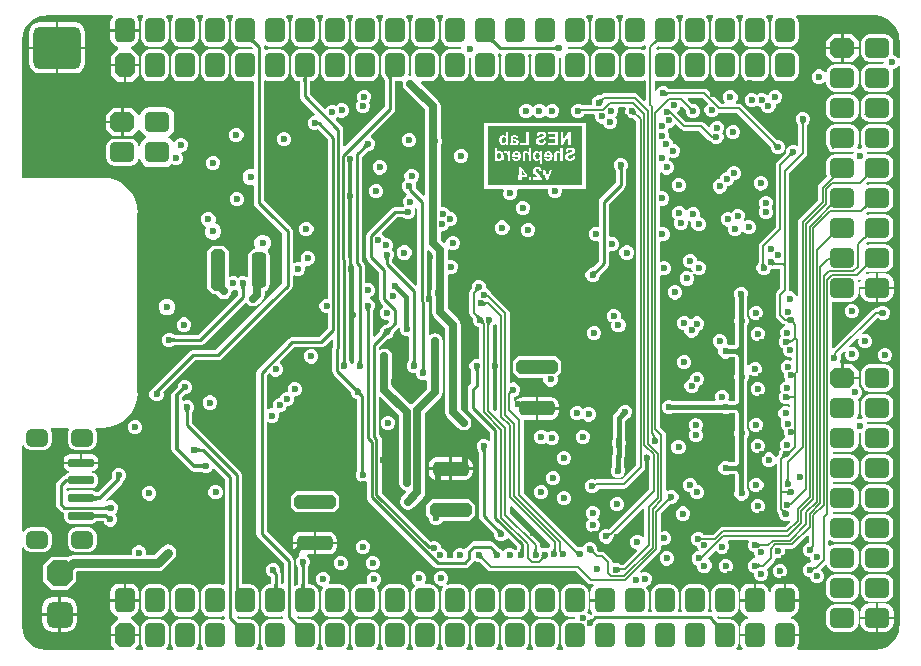
<source format=gbr>
%TF.GenerationSoftware,Altium Limited,Altium Designer,22.10.1 (41)*%
G04 Layer_Physical_Order=6*
G04 Layer_Color=16711680*
%FSLAX45Y45*%
%MOMM*%
%TF.SameCoordinates,A8474BD1-FA4A-4BD0-88DA-22D9B4FA892B*%
%TF.FilePolarity,Positive*%
%TF.FileFunction,Copper,L6,Bot,Signal*%
%TF.Part,Single*%
G01*
G75*
%TA.AperFunction,Conductor*%
%ADD76C,0.50000*%
%ADD77C,0.25000*%
%ADD78C,0.30000*%
%ADD79C,0.40000*%
%ADD80C,0.15000*%
%ADD82C,0.20000*%
%ADD87C,0.35000*%
%ADD88C,0.70000*%
%ADD89C,0.75000*%
%TA.AperFunction,ComponentPad*%
G04:AMPARAMS|DCode=95|XSize=1.7mm|YSize=2.1mm|CornerRadius=0mm|HoleSize=0mm|Usage=FLASHONLY|Rotation=270.000|XOffset=0mm|YOffset=0mm|HoleType=Round|Shape=Octagon|*
%AMOCTAGOND95*
4,1,8,1.05000,0.42500,1.05000,-0.42500,0.62500,-0.85000,-0.62500,-0.85000,-1.05000,-0.42500,-1.05000,0.42500,-0.62500,0.85000,0.62500,0.85000,1.05000,0.42500,0.0*
%
%ADD95OCTAGOND95*%

G04:AMPARAMS|DCode=96|XSize=1.7mm|YSize=2.1mm|CornerRadius=0.425mm|HoleSize=0mm|Usage=FLASHONLY|Rotation=270.000|XOffset=0mm|YOffset=0mm|HoleType=Round|Shape=RoundedRectangle|*
%AMROUNDEDRECTD96*
21,1,1.70000,1.25001,0,0,270.0*
21,1,0.85000,2.10000,0,0,270.0*
1,1,0.85000,-0.62500,-0.42500*
1,1,0.85000,-0.62500,0.42500*
1,1,0.85000,0.62500,0.42500*
1,1,0.85000,0.62500,-0.42500*
%
%ADD96ROUNDEDRECTD96*%
G04:AMPARAMS|DCode=97|XSize=1.7mm|YSize=2.1mm|CornerRadius=0mm|HoleSize=0mm|Usage=FLASHONLY|Rotation=0.000|XOffset=0mm|YOffset=0mm|HoleType=Round|Shape=Octagon|*
%AMOCTAGOND97*
4,1,8,-0.42500,1.05000,0.42500,1.05000,0.85000,0.62500,0.85000,-0.62500,0.42500,-1.05000,-0.42500,-1.05000,-0.85000,-0.62500,-0.85000,0.62500,-0.42500,1.05000,0.0*
%
%ADD97OCTAGOND97*%

G04:AMPARAMS|DCode=98|XSize=1.7mm|YSize=2.1mm|CornerRadius=0.425mm|HoleSize=0mm|Usage=FLASHONLY|Rotation=0.000|XOffset=0mm|YOffset=0mm|HoleType=Round|Shape=RoundedRectangle|*
%AMROUNDEDRECTD98*
21,1,1.70000,1.25001,0,0,0.0*
21,1,0.85000,2.10000,0,0,0.0*
1,1,0.85000,0.42500,-0.62500*
1,1,0.85000,-0.42500,-0.62500*
1,1,0.85000,-0.42500,0.62500*
1,1,0.85000,0.42500,0.62500*
%
%ADD98ROUNDEDRECTD98*%
G04:AMPARAMS|DCode=99|XSize=1.8mm|YSize=1.45mm|CornerRadius=0.3625mm|HoleSize=0mm|Usage=FLASHONLY|Rotation=180.000|XOffset=0mm|YOffset=0mm|HoleType=Round|Shape=RoundedRectangle|*
%AMROUNDEDRECTD99*
21,1,1.80000,0.72500,0,0,180.0*
21,1,1.07500,1.45000,0,0,180.0*
1,1,0.72500,-0.53750,0.36250*
1,1,0.72500,0.53750,0.36250*
1,1,0.72500,0.53750,-0.36250*
1,1,0.72500,-0.53750,-0.36250*
%
%ADD99ROUNDEDRECTD99*%
G04:AMPARAMS|DCode=100|XSize=4mm|YSize=3.6mm|CornerRadius=0.54mm|HoleSize=0mm|Usage=FLASHONLY|Rotation=0.000|XOffset=0mm|YOffset=0mm|HoleType=Round|Shape=RoundedRectangle|*
%AMROUNDEDRECTD100*
21,1,4.00000,2.52000,0,0,0.0*
21,1,2.92000,3.60000,0,0,0.0*
1,1,1.08000,1.46000,-1.26000*
1,1,1.08000,-1.46000,-1.26000*
1,1,1.08000,-1.46000,1.26000*
1,1,1.08000,1.46000,1.26000*
%
%ADD100ROUNDEDRECTD100*%
G04:AMPARAMS|DCode=101|XSize=2.2mm|YSize=2.2mm|CornerRadius=0mm|HoleSize=0mm|Usage=FLASHONLY|Rotation=270.000|XOffset=0mm|YOffset=0mm|HoleType=Round|Shape=Octagon|*
%AMOCTAGOND101*
4,1,8,-0.55000,-1.10000,0.55000,-1.10000,1.10000,-0.55000,1.10000,0.55000,0.55000,1.10000,-0.55000,1.10000,-1.10000,0.55000,-1.10000,-0.55000,-0.55000,-1.10000,0.0*
%
%ADD101OCTAGOND101*%

G04:AMPARAMS|DCode=102|XSize=2.2mm|YSize=2.2mm|CornerRadius=0.55mm|HoleSize=0mm|Usage=FLASHONLY|Rotation=270.000|XOffset=0mm|YOffset=0mm|HoleType=Round|Shape=RoundedRectangle|*
%AMROUNDEDRECTD102*
21,1,2.20000,1.10000,0,0,270.0*
21,1,1.10000,2.20000,0,0,270.0*
1,1,1.10000,-0.55000,-0.55000*
1,1,1.10000,-0.55000,0.55000*
1,1,1.10000,0.55000,0.55000*
1,1,1.10000,0.55000,-0.55000*
%
%ADD102ROUNDEDRECTD102*%
%TA.AperFunction,ViaPad*%
%ADD103C,0.60000*%
%TA.AperFunction,SMDPad,CuDef*%
G04:AMPARAMS|DCode=107|XSize=1.2mm|YSize=3.5mm|CornerRadius=0mm|HoleSize=0mm|Usage=FLASHONLY|Rotation=270.000|XOffset=0mm|YOffset=0mm|HoleType=Round|Shape=Octagon|*
%AMOCTAGOND107*
4,1,8,1.75000,0.30000,1.75000,-0.30000,1.45000,-0.60000,-1.45000,-0.60000,-1.75000,-0.30000,-1.75000,0.30000,-1.45000,0.60000,1.45000,0.60000,1.75000,0.30000,0.0*
%
%ADD107OCTAGOND107*%

G04:AMPARAMS|DCode=108|XSize=1.2mm|YSize=3mm|CornerRadius=0.3mm|HoleSize=0mm|Usage=FLASHONLY|Rotation=270.000|XOffset=0mm|YOffset=0mm|HoleType=Round|Shape=RoundedRectangle|*
%AMROUNDEDRECTD108*
21,1,1.20000,2.40000,0,0,270.0*
21,1,0.60000,3.00000,0,0,270.0*
1,1,0.60000,-1.20000,-0.30000*
1,1,0.60000,-1.20000,0.30000*
1,1,0.60000,1.20000,0.30000*
1,1,0.60000,1.20000,-0.30000*
%
%ADD108ROUNDEDRECTD108*%
G04:AMPARAMS|DCode=109|XSize=2.2mm|YSize=0.7mm|CornerRadius=0.175mm|HoleSize=0mm|Usage=FLASHONLY|Rotation=180.000|XOffset=0mm|YOffset=0mm|HoleType=Round|Shape=RoundedRectangle|*
%AMROUNDEDRECTD109*
21,1,2.20000,0.35000,0,0,180.0*
21,1,1.85000,0.70000,0,0,180.0*
1,1,0.35000,-0.92500,0.17500*
1,1,0.35000,0.92500,0.17500*
1,1,0.35000,0.92500,-0.17500*
1,1,0.35000,-0.92500,-0.17500*
%
%ADD109ROUNDEDRECTD109*%
G04:AMPARAMS|DCode=110|XSize=1.2mm|YSize=3mm|CornerRadius=0.3mm|HoleSize=0mm|Usage=FLASHONLY|Rotation=0.000|XOffset=0mm|YOffset=0mm|HoleType=Round|Shape=RoundedRectangle|*
%AMROUNDEDRECTD110*
21,1,1.20000,2.40000,0,0,0.0*
21,1,0.60000,3.00000,0,0,0.0*
1,1,0.60000,0.30000,-1.20000*
1,1,0.60000,-0.30000,-1.20000*
1,1,0.60000,-0.30000,1.20000*
1,1,0.60000,0.30000,1.20000*
%
%ADD110ROUNDEDRECTD110*%
G04:AMPARAMS|DCode=111|XSize=1.2mm|YSize=3.5mm|CornerRadius=0mm|HoleSize=0mm|Usage=FLASHONLY|Rotation=0.000|XOffset=0mm|YOffset=0mm|HoleType=Round|Shape=Octagon|*
%AMOCTAGOND111*
4,1,8,-0.30000,1.75000,0.30000,1.75000,0.60000,1.45000,0.60000,-1.45000,0.30000,-1.75000,-0.30000,-1.75000,-0.60000,-1.45000,-0.60000,1.45000,-0.30000,1.75000,0.0*
%
%ADD111OCTAGOND111*%

G36*
X6544322Y5189773D02*
X6543154Y5190590D01*
X6541739Y5190949D01*
X6540075Y5190852D01*
X6538164Y5190298D01*
X6536005Y5189288D01*
X6533599Y5187822D01*
X6530946Y5185899D01*
X6528044Y5183519D01*
X6521498Y5177391D01*
X6510891Y5187997D01*
X6514184Y5191394D01*
X6519399Y5197445D01*
X6521322Y5200099D01*
X6522789Y5202505D01*
X6523798Y5204664D01*
X6524352Y5206575D01*
X6524449Y5208238D01*
X6524090Y5209654D01*
X6523274Y5210822D01*
X6544322Y5189773D01*
D02*
G37*
G36*
X5162577Y5219707D02*
X5162035Y5217288D01*
X5162293Y5214418D01*
X5163350Y5211097D01*
X5165208Y5207324D01*
X5167864Y5203100D01*
X5171321Y5198424D01*
X5175577Y5193297D01*
X5186489Y5181689D01*
X5168811Y5164011D01*
X5162781Y5169867D01*
X5152076Y5179179D01*
X5147400Y5182636D01*
X5143176Y5185292D01*
X5139403Y5187149D01*
X5136082Y5188207D01*
X5133212Y5188465D01*
X5130793Y5187923D01*
X5128826Y5186581D01*
X5163919Y5221674D01*
X5162577Y5219707D01*
D02*
G37*
G36*
X3130577D02*
X3130035Y5217288D01*
X3130293Y5214418D01*
X3131350Y5211097D01*
X3133208Y5207324D01*
X3135864Y5203100D01*
X3139321Y5198424D01*
X3143577Y5193297D01*
X3154489Y5181689D01*
X3136811Y5164011D01*
X3130781Y5169867D01*
X3120076Y5179179D01*
X3115400Y5182636D01*
X3111176Y5185292D01*
X3107403Y5187149D01*
X3104082Y5188207D01*
X3101212Y5188465D01*
X3098793Y5187923D01*
X3096826Y5186581D01*
X3131919Y5221674D01*
X3130577Y5219707D01*
D02*
G37*
G36*
X8434462Y5410484D02*
X8485651Y5389281D01*
X8529609Y5355551D01*
X8563338Y5311594D01*
X8584542Y5260404D01*
X8589867Y5219955D01*
X8591113Y5205471D01*
X8591116Y5205460D01*
X8591116Y5190471D01*
X8591120Y5057416D01*
X8576120Y5054432D01*
X8575688Y5055475D01*
X8558809Y5072354D01*
X8536757Y5081488D01*
X8534972Y5083663D01*
X8538420Y5101000D01*
Y5186000D01*
X8532793Y5214288D01*
X8516770Y5238269D01*
X8492788Y5254293D01*
X8464500Y5259920D01*
X8339500D01*
X8311212Y5254293D01*
X8287230Y5238269D01*
X8271206Y5214288D01*
X8265580Y5186000D01*
Y5101000D01*
X8271206Y5072712D01*
X8287230Y5048731D01*
X8311212Y5032707D01*
X8339500Y5027080D01*
X8452748D01*
X8456163Y5022790D01*
X8451218Y5006746D01*
X8450419Y5005920D01*
X8339500D01*
X8311212Y5000293D01*
X8287230Y4984269D01*
X8271206Y4960288D01*
X8265580Y4932000D01*
Y4847000D01*
X8271206Y4818712D01*
X8287230Y4794731D01*
X8311212Y4778707D01*
X8339500Y4773080D01*
X8464500D01*
X8492788Y4778707D01*
X8516770Y4794731D01*
X8532793Y4818712D01*
X8538420Y4847000D01*
Y4932000D01*
X8535538Y4946488D01*
X8536757Y4961488D01*
X8558809Y4970623D01*
X8575688Y4987501D01*
X8576122Y4988549D01*
X8591122Y4985565D01*
X8591247Y270194D01*
X8591247Y269996D01*
Y255256D01*
X8589999Y240773D01*
X8584683Y200394D01*
X8563507Y149271D01*
X8529821Y105371D01*
X8485921Y71685D01*
X8434798Y50509D01*
X8381926Y43549D01*
X8379938Y43944D01*
X7730948D01*
X7722930Y58944D01*
X7735503Y77761D01*
X7741518Y108000D01*
Y160500D01*
X7620000D01*
Y180500D01*
X7741518D01*
Y233000D01*
X7735503Y263239D01*
X7718374Y288874D01*
X7692739Y306003D01*
X7673386Y309853D01*
Y325147D01*
X7692739Y328997D01*
X7718374Y346126D01*
X7735503Y371761D01*
X7741518Y402000D01*
Y454500D01*
X7620000D01*
Y464500D01*
X7610000D01*
Y606018D01*
X7577500D01*
X7547261Y600003D01*
X7521626Y582874D01*
X7504497Y557239D01*
X7500647Y537885D01*
X7485353D01*
X7481503Y557239D01*
X7464374Y582874D01*
X7438739Y600003D01*
X7408500Y606018D01*
X7376000D01*
Y464500D01*
X7366000D01*
Y454500D01*
X7244482D01*
Y402000D01*
X7250497Y371761D01*
X7267626Y346126D01*
X7293261Y328997D01*
X7312614Y325147D01*
Y309853D01*
X7293261Y306003D01*
X7267626Y288874D01*
X7250497Y263239D01*
X7244482Y233000D01*
Y180500D01*
X7366000D01*
Y160500D01*
X7244482D01*
Y108000D01*
X7250497Y77761D01*
X7263070Y58944D01*
X7255052Y43944D01*
X7214074D01*
X7208917Y58944D01*
X7222793Y79712D01*
X7228420Y108000D01*
Y233000D01*
X7222793Y261288D01*
X7206769Y285270D01*
X7182788Y301294D01*
X7154500Y306920D01*
X7069500D01*
X7059987Y305028D01*
X7059084Y305695D01*
X7051414Y312367D01*
X7046401Y317380D01*
X7053790Y331205D01*
X7069500Y328080D01*
X7154500D01*
X7182788Y333706D01*
X7206769Y349730D01*
X7222793Y373712D01*
X7228420Y402000D01*
Y527000D01*
X7222793Y555288D01*
X7206769Y579270D01*
X7182788Y595293D01*
X7154500Y600920D01*
X7069500D01*
X7041212Y595293D01*
X7017231Y579270D01*
X7001207Y555288D01*
X6995580Y527000D01*
Y402000D01*
X7000960Y374954D01*
X6997658Y369383D01*
X6992543Y363145D01*
X6977727Y364690D01*
X6969712Y378332D01*
X6974420Y402000D01*
Y527000D01*
X6968793Y555288D01*
X6952769Y579270D01*
X6928788Y595293D01*
X6900500Y600920D01*
X6815500D01*
X6787212Y595293D01*
X6763231Y579270D01*
X6747207Y555288D01*
X6741580Y527000D01*
Y402000D01*
X6746288Y378332D01*
X6738317Y364765D01*
X6723683D01*
X6715712Y378332D01*
X6720420Y402000D01*
Y527000D01*
X6714793Y555288D01*
X6698769Y579270D01*
X6674788Y595293D01*
X6646500Y600920D01*
X6561500D01*
X6533212Y595293D01*
X6509231Y579270D01*
X6493207Y555288D01*
X6487580Y527000D01*
Y402000D01*
X6492288Y378332D01*
X6484317Y364765D01*
X6469683D01*
X6461712Y378332D01*
X6466420Y402000D01*
Y527000D01*
X6460793Y555288D01*
X6448651Y573460D01*
X6448517Y574915D01*
X6452882Y589401D01*
X6453855Y590616D01*
X6469372Y597044D01*
X6486251Y613922D01*
X6495385Y635974D01*
Y659844D01*
X6486251Y681896D01*
X6469372Y698775D01*
X6447320Y707909D01*
X6423450D01*
X6405941Y700656D01*
X6397444Y713373D01*
X6557036Y872964D01*
X6565324Y885368D01*
X6568234Y900000D01*
Y924791D01*
X6580706Y933125D01*
X6588249Y930000D01*
X6612119D01*
X6634171Y939135D01*
X6651050Y956013D01*
X6660184Y978065D01*
Y1001935D01*
X6651050Y1023987D01*
X6634171Y1040866D01*
X6612119Y1050000D01*
X6588249D01*
X6580706Y1046875D01*
X6568234Y1055209D01*
Y1194163D01*
X6650649Y1276578D01*
X6664357Y1279387D01*
X6668432Y1280000D01*
X6671935D01*
X6693987Y1289135D01*
X6710865Y1306013D01*
X6720000Y1328065D01*
Y1351935D01*
X6710865Y1373987D01*
X6693987Y1390866D01*
X6671935Y1400000D01*
X6648065D01*
X6628234Y1391786D01*
X6613234Y1397686D01*
Y1865000D01*
X6610324Y1879631D01*
X6602036Y1892036D01*
X6562214Y1931857D01*
Y3210069D01*
X6574686Y3218403D01*
X6581195Y3215707D01*
X6605064D01*
X6627117Y3224841D01*
X6643995Y3241719D01*
X6653129Y3263772D01*
Y3287641D01*
X6643995Y3309694D01*
X6627117Y3326572D01*
X6605064Y3335707D01*
X6581195D01*
X6574686Y3333011D01*
X6562214Y3341344D01*
Y3497606D01*
X6572554Y3504515D01*
X6596423D01*
X6618475Y3513649D01*
X6635354Y3530528D01*
X6644488Y3552580D01*
Y3576450D01*
X6635354Y3598502D01*
X6618475Y3615380D01*
X6596423Y3624515D01*
X6572554D01*
X6562214Y3631423D01*
Y3805781D01*
X6564546Y3807338D01*
X6588415D01*
X6610467Y3816472D01*
X6627346Y3833351D01*
X6636480Y3855403D01*
Y3879273D01*
X6627346Y3901325D01*
X6610467Y3918203D01*
X6588415Y3927338D01*
X6564546D01*
X6562214Y3928895D01*
Y4081720D01*
X6577214Y4087933D01*
X6586013Y4079135D01*
X6608065Y4070000D01*
X6631935D01*
X6653987Y4079135D01*
X6670865Y4096013D01*
X6680000Y4118065D01*
Y4141935D01*
X6670865Y4163987D01*
X6653987Y4180866D01*
X6638101Y4187446D01*
X6642500Y4198065D01*
Y4206928D01*
X6654972Y4215262D01*
X6663881Y4211571D01*
X6687750D01*
X6709803Y4220706D01*
X6726681Y4237584D01*
X6735815Y4259637D01*
Y4283506D01*
X6726681Y4305559D01*
X6709803Y4322437D01*
X6687750Y4331571D01*
X6670000D01*
Y4341935D01*
X6660866Y4363987D01*
X6643987Y4380866D01*
X6640172Y4382446D01*
X6642500Y4388065D01*
Y4411935D01*
X6633365Y4433987D01*
X6627353Y4440000D01*
X6633365Y4446013D01*
X6642500Y4468065D01*
Y4468229D01*
X6653705D01*
X6675758Y4477364D01*
X6692636Y4494242D01*
X6700185Y4495743D01*
X6742964Y4452964D01*
X6755369Y4444676D01*
X6770000Y4441766D01*
X6894163D01*
X6972964Y4362964D01*
X6985368Y4354676D01*
X6992769Y4353204D01*
X7007138Y4338835D01*
X7029191Y4329701D01*
X7053060D01*
X7075113Y4338835D01*
X7091991Y4355713D01*
X7101125Y4377766D01*
Y4401635D01*
X7091991Y4423688D01*
X7091510Y4424169D01*
X7100001Y4432661D01*
X7109135Y4454713D01*
Y4478583D01*
X7100001Y4500635D01*
X7083123Y4517513D01*
X7061070Y4526648D01*
X7037201D01*
X7015148Y4517513D01*
X6998270Y4500635D01*
X6989136Y4478583D01*
Y4474534D01*
X6975278Y4468794D01*
X6937036Y4507036D01*
X6924632Y4515324D01*
X6910000Y4518234D01*
X6785837D01*
X6711242Y4592830D01*
X6713988Y4606635D01*
X6730866Y4623513D01*
X6736822Y4637892D01*
X6753858Y4642069D01*
X6781576Y4614351D01*
X6784386Y4600643D01*
X6784999Y4596566D01*
Y4593065D01*
X6794133Y4571013D01*
X6811012Y4554135D01*
X6833064Y4545000D01*
X6856934D01*
X6878986Y4554135D01*
X6895865Y4571013D01*
X6904999Y4593065D01*
Y4616935D01*
X6895865Y4638987D01*
X6878986Y4655866D01*
X6856934Y4665000D01*
X6853433D01*
X6848989Y4665669D01*
X6841135Y4667082D01*
X6835708Y4668363D01*
X6798663Y4705408D01*
X6804403Y4719266D01*
X6922832D01*
X6967293Y4674805D01*
X6966012Y4668365D01*
X6949134Y4651487D01*
X6940000Y4629435D01*
Y4605565D01*
X6949134Y4583513D01*
X6966013Y4566635D01*
X6988065Y4557500D01*
X7011935D01*
X7033987Y4566635D01*
X7050866Y4583513D01*
X7055189Y4593950D01*
X7066170Y4591766D01*
X7214163D01*
X7496578Y4309351D01*
X7499387Y4295643D01*
X7500000Y4291566D01*
Y4288065D01*
X7509135Y4266013D01*
X7526013Y4249135D01*
X7548065Y4240000D01*
X7571935D01*
X7593987Y4249135D01*
X7610866Y4266013D01*
X7620000Y4288065D01*
Y4311935D01*
X7610866Y4333987D01*
X7593987Y4350866D01*
X7571935Y4360000D01*
X7568434D01*
X7563990Y4360668D01*
X7556136Y4362082D01*
X7550709Y4363362D01*
X7257036Y4657036D01*
X7244632Y4665324D01*
X7230000Y4668234D01*
X7210054D01*
X7203841Y4683234D01*
X7210603Y4689996D01*
X7219737Y4712049D01*
Y4735918D01*
X7210603Y4757971D01*
X7193724Y4774849D01*
X7171672Y4783983D01*
X7147803D01*
X7125750Y4774849D01*
X7108872Y4757971D01*
X7099737Y4735918D01*
Y4712049D01*
X7108872Y4689996D01*
X7115634Y4683234D01*
X7109420Y4668234D01*
X7082007D01*
X6965705Y4784536D01*
X6953301Y4792824D01*
X6938670Y4795734D01*
X6641458D01*
X6629779Y4803441D01*
X6626464Y4805889D01*
X6623987Y4808366D01*
X6601935Y4817500D01*
X6578065D01*
X6556013Y4808366D01*
X6539134Y4791487D01*
X6533234Y4777243D01*
X6518234Y4780227D01*
Y4859804D01*
X6531463Y4866875D01*
X6533212Y4865707D01*
X6561500Y4860080D01*
X6646500D01*
X6674788Y4865707D01*
X6698769Y4881730D01*
X6714793Y4905712D01*
X6720420Y4934000D01*
Y5059000D01*
X6714793Y5087288D01*
X6698769Y5111270D01*
X6674788Y5127294D01*
X6646500Y5132920D01*
X6561500D01*
X6536790Y5128005D01*
X6528150Y5140578D01*
X6544944Y5157373D01*
X6561500Y5154080D01*
X6646500D01*
X6674788Y5159706D01*
X6698769Y5175730D01*
X6714793Y5199712D01*
X6720420Y5228000D01*
Y5353000D01*
X6714793Y5381288D01*
X6700917Y5402056D01*
X6706074Y5417056D01*
X6755926D01*
X6761083Y5402056D01*
X6747207Y5381288D01*
X6741580Y5353000D01*
Y5228000D01*
X6747207Y5199712D01*
X6763231Y5175730D01*
X6787212Y5159706D01*
X6815500Y5154080D01*
X6900500D01*
X6928788Y5159706D01*
X6952769Y5175730D01*
X6968793Y5199712D01*
X6974420Y5228000D01*
Y5353000D01*
X6968793Y5381288D01*
X6954917Y5402056D01*
X6960074Y5417056D01*
X7009926D01*
X7015083Y5402056D01*
X7001207Y5381288D01*
X6995580Y5353000D01*
Y5228000D01*
X7001207Y5199712D01*
X7017231Y5175730D01*
X7041212Y5159706D01*
X7069500Y5154080D01*
X7154500D01*
X7182788Y5159706D01*
X7206769Y5175730D01*
X7222793Y5199712D01*
X7228420Y5228000D01*
Y5353000D01*
X7222793Y5381288D01*
X7208917Y5402056D01*
X7214074Y5417056D01*
X7263926D01*
X7269083Y5402056D01*
X7255207Y5381288D01*
X7249580Y5353000D01*
Y5228000D01*
X7255207Y5199712D01*
X7271231Y5175730D01*
X7295212Y5159706D01*
X7323500Y5154080D01*
X7408500D01*
X7436788Y5159706D01*
X7460769Y5175730D01*
X7476793Y5199712D01*
X7482420Y5228000D01*
Y5353000D01*
X7476793Y5381288D01*
X7462917Y5402056D01*
X7468074Y5417056D01*
X7517926D01*
X7523083Y5402056D01*
X7509207Y5381288D01*
X7503580Y5353000D01*
Y5228000D01*
X7509207Y5199712D01*
X7525231Y5175730D01*
X7549212Y5159706D01*
X7577500Y5154080D01*
X7662500D01*
X7690788Y5159706D01*
X7714769Y5175730D01*
X7730793Y5199712D01*
X7736420Y5228000D01*
Y5353000D01*
X7730793Y5381288D01*
X7716917Y5402056D01*
X7722074Y5417056D01*
X8379531D01*
X8381527Y5417453D01*
X8434462Y5410484D01*
D02*
G37*
G36*
X6253083Y5402056D02*
X6239207Y5381288D01*
X6233580Y5353000D01*
Y5228000D01*
X6239207Y5199712D01*
X6255231Y5175730D01*
X6279212Y5159706D01*
X6307500Y5154080D01*
X6392500D01*
X6420788Y5159706D01*
X6431715Y5167008D01*
X6433193Y5166338D01*
X6443872Y5157090D01*
X6441766Y5146500D01*
Y5129187D01*
X6428537Y5122116D01*
X6420788Y5127294D01*
X6392500Y5132920D01*
X6307500D01*
X6279212Y5127294D01*
X6255231Y5111270D01*
X6239207Y5087288D01*
X6233580Y5059000D01*
Y4934000D01*
X6239207Y4905712D01*
X6255231Y4881730D01*
X6279212Y4865707D01*
X6307500Y4860080D01*
X6392500D01*
X6420788Y4865707D01*
X6428537Y4870884D01*
X6441766Y4863813D01*
Y4701904D01*
X6427908Y4696164D01*
X6377036Y4747036D01*
X6364632Y4755324D01*
X6350000Y4758234D01*
X6090000D01*
X6075368Y4755324D01*
X6062964Y4747036D01*
X6059351Y4743423D01*
X6045643Y4740613D01*
X6041566Y4740000D01*
X6038065D01*
X6016013Y4730866D01*
X5999135Y4713987D01*
X5990000Y4691935D01*
Y4668066D01*
X5983431Y4658234D01*
X5906618D01*
X5903987Y4660865D01*
X5881935Y4670000D01*
X5858065D01*
X5836013Y4660865D01*
X5819134Y4643987D01*
X5810000Y4621935D01*
Y4598065D01*
X5819134Y4576013D01*
X5836013Y4559134D01*
X5858065Y4550000D01*
X5881935D01*
X5903987Y4559134D01*
X5920865Y4576013D01*
X5923248Y4581766D01*
X6007684D01*
X6012813Y4574089D01*
Y4550220D01*
X6021947Y4528168D01*
X6038826Y4511289D01*
X6060878Y4502155D01*
X6084188D01*
X6091538Y4484410D01*
X6108416Y4467532D01*
X6130469Y4458397D01*
X6154338D01*
X6176391Y4467532D01*
X6193269Y4484410D01*
X6202403Y4506463D01*
Y4530332D01*
X6193269Y4552385D01*
X6185253Y4560400D01*
X6200865Y4576013D01*
X6210000Y4598065D01*
Y4621935D01*
X6206952Y4629294D01*
X6215285Y4641766D01*
X6263127D01*
X6271460Y4629294D01*
X6267943Y4620803D01*
Y4596934D01*
X6277078Y4574881D01*
X6293956Y4558003D01*
X6316008Y4548869D01*
X6319509D01*
X6323953Y4548200D01*
X6331807Y4546787D01*
X6337234Y4545506D01*
X6361766Y4520975D01*
Y1605837D01*
X6244163Y1488234D01*
X6021287D01*
X6014406Y1486865D01*
X6002582Y1491763D01*
X5978712D01*
X5956660Y1482629D01*
X5939781Y1465750D01*
X5930647Y1443698D01*
Y1419829D01*
X5939781Y1397776D01*
X5956660Y1380898D01*
X5978712Y1371763D01*
X6002582D01*
X6024634Y1380898D01*
X6041512Y1397776D01*
X6047307Y1411766D01*
X6260000D01*
X6274632Y1414676D01*
X6287036Y1422964D01*
X6427036Y1562964D01*
X6435324Y1575368D01*
X6438234Y1590000D01*
Y1698096D01*
X6452092Y1703837D01*
X6471766Y1684163D01*
Y1407776D01*
X6127469Y1063479D01*
X6121038Y1066143D01*
X6097168D01*
X6075116Y1057009D01*
X6058237Y1040131D01*
X6049103Y1018078D01*
Y994209D01*
X6058237Y972156D01*
X6075116Y955278D01*
X6097168Y946144D01*
X6121038D01*
X6143090Y955278D01*
X6159968Y972156D01*
X6169103Y994209D01*
Y998326D01*
X6173189Y1001056D01*
X6416766Y1244633D01*
X6431766Y1238420D01*
Y1003885D01*
X6416766Y998087D01*
X6403987Y1010866D01*
X6381935Y1020000D01*
X6358065D01*
X6336013Y1010866D01*
X6319134Y993987D01*
X6310000Y971935D01*
Y948065D01*
X6319134Y926013D01*
X6336013Y909135D01*
X6358065Y900000D01*
X6362215D01*
X6368429Y885000D01*
X6251663Y768234D01*
X6235556D01*
X6224062Y773291D01*
X6223987Y773365D01*
X6222356Y774041D01*
X6221455Y774437D01*
X6218099Y776178D01*
X6215105Y777045D01*
X6201935Y782500D01*
X6178065D01*
X6171965Y779973D01*
X6158971Y787315D01*
X6158139Y790482D01*
X6155324Y804632D01*
X6147036Y817036D01*
X6097036Y867036D01*
X6084631Y875324D01*
X6070000Y878234D01*
X6045837D01*
X6033423Y890649D01*
X6030613Y904357D01*
X6030000Y908434D01*
Y911935D01*
X6020866Y933987D01*
X6003987Y950866D01*
X5981935Y960000D01*
X5958065D01*
X5936013Y950866D01*
X5919134Y933987D01*
X5911392Y915296D01*
X5901935Y919213D01*
X5878065D01*
X5872603Y916951D01*
X5871167Y916795D01*
X5868206Y915865D01*
X5408234Y1375837D01*
Y1990000D01*
X5411293Y1993727D01*
X5510000D01*
Y2090000D01*
Y2186273D01*
X5400000D01*
X5374638Y2181228D01*
X5353138Y2166862D01*
X5340565Y2148046D01*
X5327621Y2149735D01*
X5325565Y2150541D01*
Y2190000D01*
X5331935D01*
X5353987Y2199135D01*
X5370866Y2216013D01*
X5380000Y2238065D01*
Y2261935D01*
X5370866Y2283987D01*
X5353987Y2300866D01*
X5331935Y2310000D01*
X5308065D01*
X5303206Y2307987D01*
X5290734Y2316321D01*
Y2897500D01*
X5287824Y2912132D01*
X5279536Y2924536D01*
X5134495Y3069577D01*
X5129701Y3072779D01*
X5124582Y3085138D01*
X5107704Y3102016D01*
X5090000Y3109350D01*
Y3131935D01*
X5080866Y3153987D01*
X5063987Y3170866D01*
X5041935Y3180000D01*
X5018065D01*
X4996013Y3170866D01*
X4979135Y3153987D01*
X4970000Y3131935D01*
Y3116111D01*
X4969748Y3113668D01*
X4970000Y3110983D01*
Y3108065D01*
X4970137Y3107735D01*
X4970127Y3106980D01*
X4961162Y3098014D01*
X4952321Y3084783D01*
X4949216Y3069176D01*
X4949216Y3069175D01*
Y2900001D01*
X4949216Y2900000D01*
X4952321Y2884393D01*
X4961162Y2871162D01*
X4979850Y2852473D01*
X4979851Y2848049D01*
X4979635Y2845150D01*
X4980000Y2842172D01*
Y2828065D01*
X4989135Y2806013D01*
X5006013Y2789134D01*
X5028065Y2780000D01*
X5029217D01*
Y2514866D01*
X5021934Y2510000D01*
X4998065D01*
X4976013Y2500865D01*
X4959134Y2483987D01*
X4950000Y2461935D01*
Y2438065D01*
X4959134Y2416013D01*
X4961586Y2413561D01*
X4962814Y2411858D01*
X4965361Y2407804D01*
X4965916Y2406754D01*
X4966419Y2405657D01*
X4966667Y2405009D01*
Y2301697D01*
X4949359Y2284389D01*
X4939966Y2270331D01*
X4936668Y2253748D01*
Y2096967D01*
X4939966Y2080384D01*
X4949359Y2066327D01*
X5126668Y1889018D01*
Y1819398D01*
X5111668Y1813185D01*
X5103987Y1820866D01*
X5081935Y1830000D01*
X5058065D01*
X5036013Y1820866D01*
X5019134Y1803987D01*
X5010000Y1781935D01*
Y1758065D01*
X5019134Y1736013D01*
X5021586Y1733561D01*
X5022814Y1731858D01*
X5025361Y1727804D01*
X5025916Y1726754D01*
X5026419Y1725657D01*
X5026668Y1725009D01*
Y1180000D01*
X5029966Y1163417D01*
X5039359Y1149359D01*
X5157545Y1031173D01*
X5157828Y1030539D01*
X5158249Y1029406D01*
X5158598Y1028274D01*
X5159664Y1023606D01*
X5160000Y1021530D01*
Y1018065D01*
X5169134Y996013D01*
X5186013Y979134D01*
X5208065Y970000D01*
X5231935D01*
X5253987Y979134D01*
X5262639Y987786D01*
X5282866Y988772D01*
X5349587Y922051D01*
Y896709D01*
X5349299Y896159D01*
X5348545Y895485D01*
X5335528Y893191D01*
X5333893Y893338D01*
X5330629Y894224D01*
X5323987Y900866D01*
X5301935Y910000D01*
X5278065D01*
X5256013Y900866D01*
X5243616Y888468D01*
X5235839Y884881D01*
X5224539Y887947D01*
X5213326Y899160D01*
X5210338Y900397D01*
X5192398Y916867D01*
X5158624Y950640D01*
X5144567Y960034D01*
X5127984Y963332D01*
X4990000D01*
X4973417Y960034D01*
X4959359Y950640D01*
X4919359Y910641D01*
X4917784Y908282D01*
X4903987Y900866D01*
X4897857Y903405D01*
X4881935Y910000D01*
X4858065D01*
X4836013Y900866D01*
X4819134Y883987D01*
X4810000Y861935D01*
Y838065D01*
X4810937Y835804D01*
X4802603Y823332D01*
X4767397D01*
X4759063Y835804D01*
X4760000Y838065D01*
Y861935D01*
X4750866Y883987D01*
X4733987Y900866D01*
X4711935Y910000D01*
X4710000D01*
Y921935D01*
X4700866Y943987D01*
X4683987Y960865D01*
X4661935Y970000D01*
X4638065D01*
X4619126Y962155D01*
X4205832Y1375449D01*
Y1827501D01*
X4202534Y1844083D01*
X4193141Y1858141D01*
X4181358Y1869924D01*
Y2183704D01*
X4196358Y2189917D01*
X4353727Y2032549D01*
Y1462033D01*
X4353139Y1459077D01*
X4358184Y1433715D01*
X4372550Y1412214D01*
X4394050Y1397848D01*
X4409781Y1394719D01*
X4414719Y1378443D01*
X4383138Y1346862D01*
X4368772Y1325362D01*
X4363727Y1300000D01*
X4368772Y1274638D01*
X4383138Y1253138D01*
X4404638Y1238771D01*
X4430000Y1233727D01*
X4455362Y1238771D01*
X4476862Y1253138D01*
X4556862Y1333138D01*
X4571229Y1354638D01*
X4576273Y1380000D01*
Y2052549D01*
X4706862Y2183138D01*
X4721229Y2204638D01*
X4726273Y2230000D01*
Y2660000D01*
X4721229Y2685362D01*
X4706862Y2706862D01*
X4685362Y2721228D01*
X4660000Y2726273D01*
X4634638Y2721228D01*
X4618333Y2710334D01*
X4603333Y2717133D01*
Y2988682D01*
X4600035Y3005265D01*
X4592728Y3016199D01*
Y3422335D01*
X4607728Y3428549D01*
X4633727Y3402550D01*
Y3096947D01*
X4625114Y3076154D01*
Y3052285D01*
X4633727Y3031492D01*
Y2910000D01*
X4638772Y2884639D01*
X4653138Y2863138D01*
X4743727Y2772549D01*
Y2060000D01*
X4748772Y2034639D01*
X4763138Y2013138D01*
X4853138Y1923138D01*
X4874638Y1908772D01*
X4900000Y1903727D01*
X4925362Y1908772D01*
X4946862Y1923138D01*
X4961229Y1944638D01*
X4966273Y1970000D01*
X4961229Y1995362D01*
X4946862Y2016862D01*
X4876273Y2087452D01*
Y2800000D01*
X4871229Y2825362D01*
X4856862Y2846862D01*
X4766273Y2937452D01*
Y3222121D01*
X4778066Y3230000D01*
X4801935D01*
X4823987Y3239134D01*
X4840866Y3256013D01*
X4850000Y3278065D01*
Y3301935D01*
X4840866Y3323987D01*
X4823987Y3340866D01*
X4801935Y3350000D01*
X4778066D01*
X4766273Y3357879D01*
Y3428169D01*
X4769396Y3431685D01*
X4780086Y3437448D01*
X4798065Y3430000D01*
X4821935D01*
X4843987Y3439135D01*
X4860866Y3456013D01*
X4870000Y3478065D01*
Y3501935D01*
X4860866Y3523987D01*
X4843987Y3540866D01*
X4821935Y3550000D01*
X4798065D01*
X4776013Y3540866D01*
X4759134Y3523987D01*
X4750000Y3501935D01*
Y3494939D01*
X4735000Y3488726D01*
X4706442Y3517284D01*
Y3576142D01*
X4706543Y3577003D01*
X4706884Y3578718D01*
X4717453Y3590000D01*
X4731935D01*
X4753987Y3599135D01*
X4770865Y3616013D01*
X4777208Y3631326D01*
X4800629D01*
X4822682Y3640461D01*
X4839560Y3657339D01*
X4848695Y3679391D01*
Y3703261D01*
X4839560Y3725313D01*
X4822682Y3742192D01*
X4800629Y3751326D01*
X4782986D01*
X4776771Y3766331D01*
X4759893Y3783210D01*
X4737840Y3792344D01*
X4713971D01*
X4706273Y3797487D01*
Y4316008D01*
X4706278Y4316013D01*
X4715412Y4338065D01*
Y4361935D01*
X4706278Y4383987D01*
X4706273Y4383992D01*
Y4650000D01*
X4701228Y4675362D01*
X4686862Y4696862D01*
X4538645Y4845080D01*
X4544858Y4860080D01*
X4614500D01*
X4642788Y4865707D01*
X4666769Y4881730D01*
X4682793Y4905712D01*
X4688420Y4934000D01*
Y5059000D01*
X4682793Y5087288D01*
X4666769Y5111270D01*
X4642788Y5127294D01*
X4614500Y5132920D01*
X4529500D01*
X4501212Y5127294D01*
X4477231Y5111270D01*
X4461207Y5087288D01*
X4455580Y5059000D01*
Y4934000D01*
X4458385Y4919899D01*
X4455068Y4914509D01*
X4445961Y4905470D01*
X4443960Y4905072D01*
X4431203Y4917828D01*
X4434420Y4934000D01*
Y5059000D01*
X4428793Y5087288D01*
X4412769Y5111270D01*
X4388788Y5127294D01*
X4360500Y5132920D01*
X4275500D01*
X4247212Y5127294D01*
X4223231Y5111270D01*
X4207207Y5087288D01*
X4201580Y5059000D01*
Y4934000D01*
X4207207Y4905712D01*
X4223231Y4881730D01*
X4234385Y4874277D01*
X4234389Y4874272D01*
X4234627Y4872768D01*
X4235313Y4863516D01*
Y4646596D01*
X3897190Y4308473D01*
X3883332Y4314213D01*
Y4450000D01*
X3880034Y4466583D01*
X3870640Y4480641D01*
X3818089Y4533192D01*
X3821016Y4547904D01*
X3823987Y4549134D01*
X3836348Y4561495D01*
X3858065Y4552500D01*
X3881935D01*
X3903987Y4561634D01*
X3920865Y4578513D01*
X3930000Y4600565D01*
Y4624434D01*
X3920865Y4646487D01*
X3903987Y4663365D01*
X3881935Y4672500D01*
X3858065D01*
X3836013Y4663365D01*
X3823652Y4651004D01*
X3801935Y4660000D01*
X3778065D01*
X3756013Y4650865D01*
X3739135Y4633987D01*
X3737904Y4631016D01*
X3723192Y4628089D01*
X3599332Y4751949D01*
Y4860041D01*
X3599340Y4860247D01*
X3626788Y4865707D01*
X3650769Y4881730D01*
X3666793Y4905712D01*
X3672420Y4934000D01*
Y5059000D01*
X3666793Y5087288D01*
X3650769Y5111270D01*
X3626788Y5127294D01*
X3598500Y5132920D01*
X3513500D01*
X3485212Y5127294D01*
X3461231Y5111270D01*
X3445207Y5087288D01*
X3439580Y5059000D01*
Y4934000D01*
X3445207Y4905712D01*
X3461231Y4881730D01*
X3485212Y4865707D01*
X3512668Y4860245D01*
Y4734000D01*
X3515966Y4717417D01*
X3525359Y4703359D01*
X3643720Y4584998D01*
X3637507Y4569998D01*
X3628063D01*
X3606011Y4560864D01*
X3589132Y4543986D01*
X3579998Y4521933D01*
Y4498064D01*
X3589132Y4476011D01*
X3606011Y4459133D01*
X3628063Y4449999D01*
X3651932D01*
X3663802Y4454915D01*
X3754165Y4364552D01*
Y3021491D01*
X3751932Y3019999D01*
X3728063D01*
X3706010Y3010865D01*
X3689132Y2993986D01*
X3679998Y2971934D01*
Y2948064D01*
X3689132Y2926012D01*
X3706010Y2909134D01*
X3728063Y2899999D01*
X3751932D01*
X3754165Y2898507D01*
Y2770446D01*
X3677054Y2693335D01*
X3450001D01*
X3433418Y2690036D01*
X3419360Y2680643D01*
X3159359Y2420642D01*
X3149966Y2406584D01*
X3146668Y2390002D01*
Y1030000D01*
X3149966Y1013417D01*
X3159359Y999359D01*
X3376668Y782051D01*
Y614256D01*
X3363411Y605159D01*
X3353332Y610038D01*
Y690529D01*
X3350034Y707112D01*
X3349769Y707508D01*
X3350000Y708065D01*
Y731935D01*
X3340866Y753987D01*
X3323987Y770866D01*
X3301935Y780000D01*
X3278065D01*
X3256013Y770866D01*
X3239134Y753987D01*
X3230000Y731935D01*
Y708065D01*
X3239134Y686013D01*
X3256013Y669135D01*
X3266668Y664721D01*
Y600959D01*
X3266666Y600920D01*
X3259500D01*
X3231212Y595293D01*
X3207231Y579270D01*
X3191207Y555288D01*
X3185580Y527000D01*
Y402000D01*
X3191207Y373712D01*
X3207231Y349730D01*
X3231212Y333706D01*
X3259500Y328080D01*
X3344500D01*
X3359350Y331033D01*
X3372242Y321893D01*
X3372718Y315449D01*
X3359512Y303934D01*
X3344500Y306920D01*
X3259500D01*
X3231212Y301294D01*
X3207231Y285270D01*
X3191207Y261288D01*
X3185580Y233000D01*
Y108000D01*
X3191207Y79712D01*
X3205083Y58944D01*
X3199926Y43944D01*
X3150074D01*
X3144917Y58944D01*
X3158793Y79712D01*
X3164420Y108000D01*
Y233000D01*
X3158793Y261288D01*
X3142769Y285270D01*
X3118788Y301294D01*
X3090500Y306920D01*
X3005500D01*
X2995987Y305028D01*
X2995084Y305695D01*
X2987410Y312371D01*
X2982400Y317381D01*
X2989789Y331205D01*
X3005500Y328080D01*
X3090500D01*
X3118788Y333706D01*
X3142769Y349730D01*
X3158793Y373712D01*
X3164420Y402000D01*
Y527000D01*
X3158793Y555288D01*
X3142769Y579270D01*
X3118788Y595293D01*
X3090500Y600920D01*
X3023332D01*
Y1530000D01*
X3020034Y1546583D01*
X3010640Y1560641D01*
X2603332Y1967949D01*
Y2055009D01*
X2603581Y2055657D01*
X2604083Y2056753D01*
X2604638Y2057803D01*
X2607188Y2061861D01*
X2608414Y2063562D01*
X2610865Y2066013D01*
X2620000Y2088065D01*
Y2111935D01*
X2610865Y2133987D01*
X2593987Y2150866D01*
X2571935Y2160000D01*
X2548065D01*
X2530882Y2152882D01*
X2515881Y2160333D01*
Y2180995D01*
X2543089Y2208203D01*
X2543400Y2208395D01*
X2544009Y2208716D01*
X2544683Y2209016D01*
X2545456Y2209301D01*
X2546339Y2209565D01*
X2547362Y2209803D01*
X2548513Y2210000D01*
X2551935D01*
X2573987Y2219134D01*
X2590866Y2236013D01*
X2600000Y2258065D01*
Y2281935D01*
X2590866Y2303987D01*
X2573987Y2320866D01*
X2551935Y2330000D01*
X2528065D01*
X2506013Y2320866D01*
X2489134Y2303987D01*
X2480000Y2281935D01*
Y2278513D01*
X2479803Y2277362D01*
X2479565Y2276341D01*
X2479301Y2275455D01*
X2479016Y2274683D01*
X2478716Y2274010D01*
X2478395Y2273400D01*
X2478203Y2273089D01*
X2437557Y2232443D01*
X2427611Y2217558D01*
X2424118Y2200000D01*
Y1750000D01*
X2427611Y1732442D01*
X2437557Y1717557D01*
X2587557Y1567557D01*
X2602442Y1557611D01*
X2620000Y1554119D01*
X2678488D01*
X2678841Y1554035D01*
X2679499Y1553831D01*
X2680193Y1553565D01*
X2680934Y1553224D01*
X2681749Y1552784D01*
X2682642Y1552228D01*
X2683592Y1551556D01*
X2686013Y1549135D01*
X2708065Y1540000D01*
X2731935D01*
X2753987Y1549135D01*
X2770865Y1566013D01*
X2773978Y1573528D01*
X2791672Y1577047D01*
X2876668Y1492052D01*
Y604023D01*
X2861667Y595914D01*
X2836500Y600920D01*
X2751500D01*
X2723212Y595293D01*
X2699231Y579270D01*
X2683207Y555288D01*
X2677580Y527000D01*
Y402000D01*
X2683207Y373712D01*
X2699231Y349730D01*
X2723212Y333706D01*
X2751500Y328080D01*
X2836500D01*
X2861667Y333086D01*
X2876668Y324977D01*
Y318499D01*
X2878297Y310307D01*
X2864797Y301287D01*
X2864788Y301294D01*
X2836500Y306920D01*
X2751500D01*
X2723212Y301294D01*
X2699231Y285270D01*
X2683207Y261288D01*
X2677580Y233000D01*
Y108000D01*
X2683207Y79712D01*
X2697083Y58944D01*
X2691926Y43944D01*
X2642074D01*
X2636917Y58944D01*
X2650793Y79712D01*
X2656420Y108000D01*
Y233000D01*
X2650793Y261288D01*
X2634769Y285270D01*
X2610788Y301294D01*
X2582500Y306920D01*
X2497500D01*
X2469212Y301294D01*
X2445231Y285270D01*
X2429207Y261288D01*
X2423580Y233000D01*
Y108000D01*
X2429207Y79712D01*
X2443083Y58944D01*
X2437926Y43944D01*
X2388074D01*
X2382917Y58944D01*
X2396793Y79712D01*
X2402420Y108000D01*
Y233000D01*
X2396793Y261288D01*
X2380769Y285270D01*
X2356788Y301294D01*
X2328500Y306920D01*
X2243500D01*
X2215212Y301294D01*
X2191231Y285270D01*
X2175207Y261288D01*
X2169580Y233000D01*
Y108000D01*
X2175207Y79712D01*
X2189083Y58944D01*
X2183926Y43944D01*
X2125042D01*
X2119302Y57802D01*
X2152000Y90500D01*
Y160500D01*
X1912000D01*
Y90500D01*
X1944698Y57802D01*
X1938958Y43944D01*
X1371600D01*
X1369643Y43555D01*
X1317066Y50477D01*
X1266249Y71526D01*
X1222611Y105011D01*
X1189126Y148649D01*
X1168077Y199466D01*
X1161155Y252043D01*
X1161544Y254000D01*
Y906011D01*
X1175454Y914991D01*
X1176544Y914852D01*
X1190487Y893986D01*
X1212401Y879344D01*
X1238250Y874202D01*
X1345750D01*
X1371599Y879344D01*
X1393513Y893986D01*
X1408156Y915900D01*
X1413298Y941750D01*
Y1014250D01*
X1408156Y1040099D01*
X1393513Y1062013D01*
X1371599Y1076656D01*
X1345750Y1081798D01*
X1238250D01*
X1212401Y1076656D01*
X1190487Y1062013D01*
X1176544Y1041148D01*
X1175454Y1041009D01*
X1161544Y1049989D01*
Y1770011D01*
X1175454Y1778991D01*
X1176544Y1778852D01*
X1190487Y1757986D01*
X1212401Y1743344D01*
X1238250Y1738202D01*
X1345750D01*
X1371599Y1743344D01*
X1393513Y1757986D01*
X1408156Y1779900D01*
X1413298Y1805750D01*
Y1878250D01*
X1408156Y1904099D01*
X1403327Y1911327D01*
X1410397Y1924556D01*
X1553602D01*
X1560673Y1911327D01*
X1555844Y1904099D01*
X1550702Y1878250D01*
Y1805750D01*
X1555844Y1779900D01*
X1570487Y1757986D01*
X1592401Y1743344D01*
X1618250Y1738202D01*
X1725750D01*
X1751599Y1743344D01*
X1773513Y1757986D01*
X1788156Y1779900D01*
X1793298Y1805750D01*
Y1878250D01*
X1788156Y1904099D01*
X1783327Y1911327D01*
X1790397Y1924556D01*
X1841500D01*
Y1923962D01*
X1899742Y1929699D01*
X1955745Y1946687D01*
X2007359Y1974275D01*
X2052598Y2011402D01*
X2089725Y2056641D01*
X2117313Y2108255D01*
X2134301Y2164258D01*
X2140038Y2222500D01*
X2139444D01*
Y3746500D01*
X2140038D01*
X2134301Y3804742D01*
X2117313Y3860745D01*
X2089725Y3912359D01*
X2052598Y3957598D01*
X2007359Y3994725D01*
X1955745Y4022313D01*
X1899742Y4039301D01*
X1841500Y4045038D01*
Y4044444D01*
X1161544D01*
Y5207000D01*
X1161155Y5208958D01*
X1168077Y5261534D01*
X1189126Y5312351D01*
X1222610Y5355989D01*
X1266248Y5389474D01*
X1317066Y5410523D01*
X1357121Y5415796D01*
X1371600Y5417055D01*
X1371600Y5417056D01*
X1921052D01*
X1929070Y5402056D01*
X1916497Y5383239D01*
X1910482Y5353000D01*
Y5300500D01*
X2153518D01*
Y5353000D01*
X2147503Y5383239D01*
X2134930Y5402056D01*
X2142948Y5417056D01*
X2183926D01*
X2189083Y5402056D01*
X2175207Y5381288D01*
X2169580Y5353000D01*
Y5228000D01*
X2175207Y5199712D01*
X2191231Y5175730D01*
X2215212Y5159706D01*
X2243500Y5154080D01*
X2328500D01*
X2356788Y5159706D01*
X2380769Y5175730D01*
X2396793Y5199712D01*
X2402420Y5228000D01*
Y5353000D01*
X2396793Y5381288D01*
X2382917Y5402056D01*
X2388074Y5417056D01*
X2437926D01*
X2443083Y5402056D01*
X2429207Y5381288D01*
X2423580Y5353000D01*
Y5228000D01*
X2429207Y5199712D01*
X2445231Y5175730D01*
X2469212Y5159706D01*
X2497500Y5154080D01*
X2582500D01*
X2610788Y5159706D01*
X2634769Y5175730D01*
X2650793Y5199712D01*
X2656420Y5228000D01*
Y5353000D01*
X2650793Y5381288D01*
X2636917Y5402056D01*
X2642074Y5417056D01*
X2691926D01*
X2697083Y5402056D01*
X2683207Y5381288D01*
X2677580Y5353000D01*
Y5228000D01*
X2683207Y5199712D01*
X2699231Y5175730D01*
X2723212Y5159706D01*
X2751500Y5154080D01*
X2836500D01*
X2864788Y5159706D01*
X2888769Y5175730D01*
X2904793Y5199712D01*
X2910420Y5228000D01*
Y5353000D01*
X2904793Y5381288D01*
X2890917Y5402056D01*
X2896074Y5417056D01*
X2945926D01*
X2951083Y5402056D01*
X2937207Y5381288D01*
X2931580Y5353000D01*
Y5228000D01*
X2937207Y5199712D01*
X2953231Y5175730D01*
X2977212Y5159706D01*
X3005500Y5154080D01*
X3090500D01*
X3100013Y5155972D01*
X3100916Y5155305D01*
X3108587Y5148632D01*
X3113599Y5143620D01*
X3106210Y5129795D01*
X3090500Y5132920D01*
X3005500D01*
X2977212Y5127294D01*
X2953231Y5111270D01*
X2937207Y5087288D01*
X2931580Y5059000D01*
Y4934000D01*
X2937207Y4905712D01*
X2953231Y4881730D01*
X2977212Y4865707D01*
X3005500Y4860080D01*
X3090500D01*
X3111667Y4864290D01*
X3126668Y4854304D01*
Y4128221D01*
X3114196Y4119887D01*
X3113924Y4120000D01*
X3086076D01*
X3060348Y4109343D01*
X3040657Y4089652D01*
X3030000Y4063924D01*
Y4036076D01*
X3040657Y4010348D01*
X3060348Y3990657D01*
X3086076Y3980000D01*
X3113924D01*
X3114196Y3980113D01*
X3126668Y3971779D01*
Y3830000D01*
X3129966Y3813417D01*
X3139359Y3799359D01*
X3239359Y3699359D01*
X3239360Y3699359D01*
X3366668Y3572051D01*
Y3147949D01*
X3239360Y3020641D01*
X2802051Y2583332D01*
X2610000D01*
X2593417Y2580034D01*
X2579359Y2570641D01*
X2281031Y2272312D01*
X2278819Y2270170D01*
X2272847Y2264940D01*
X2272445Y2264629D01*
X2271635Y2264071D01*
X2271562Y2263996D01*
X2266587Y2261936D01*
X2249709Y2245057D01*
X2240575Y2223005D01*
Y2199135D01*
X2249709Y2177083D01*
X2266587Y2160204D01*
X2288640Y2151070D01*
X2312509D01*
X2334562Y2160204D01*
X2351440Y2177083D01*
X2360574Y2199135D01*
Y2223005D01*
X2358732Y2227451D01*
X2627949Y2496668D01*
X2820000D01*
X2836583Y2499966D01*
X2850640Y2509359D01*
X3300641Y2959360D01*
X3440641Y3099360D01*
X3450034Y3113417D01*
X3453332Y3130000D01*
Y3212216D01*
X3468332Y3218174D01*
X3488065Y3210000D01*
X3511935D01*
X3533987Y3219135D01*
X3550866Y3236013D01*
X3560000Y3258065D01*
Y3281935D01*
X3557415Y3288176D01*
X3568066Y3300000D01*
X3591935D01*
X3613987Y3309134D01*
X3630865Y3326013D01*
X3640000Y3348065D01*
Y3371935D01*
X3630865Y3393987D01*
X3613987Y3410865D01*
X3591935Y3420000D01*
X3568065D01*
X3546013Y3410865D01*
X3529134Y3393987D01*
X3520000Y3371935D01*
Y3348065D01*
X3522585Y3341824D01*
X3511935Y3330000D01*
X3488065D01*
X3468332Y3321826D01*
X3453332Y3327784D01*
Y3590000D01*
X3450034Y3606583D01*
X3440641Y3620640D01*
X3300641Y3760640D01*
X3300641Y3760641D01*
X3213332Y3847949D01*
Y4861743D01*
X3226561Y4868814D01*
X3231212Y4865707D01*
X3259500Y4860080D01*
X3344500D01*
X3372788Y4865707D01*
X3396769Y4881730D01*
X3412793Y4905712D01*
X3418420Y4934000D01*
Y5059000D01*
X3412793Y5087288D01*
X3396769Y5111270D01*
X3372788Y5127294D01*
X3344500Y5132920D01*
X3259500D01*
X3231212Y5127294D01*
X3226561Y5124186D01*
X3213332Y5131257D01*
Y5148500D01*
X3212159Y5154396D01*
X3225659Y5163417D01*
X3231212Y5159706D01*
X3259500Y5154080D01*
X3344500D01*
X3372788Y5159706D01*
X3396769Y5175730D01*
X3412793Y5199712D01*
X3418420Y5228000D01*
Y5353000D01*
X3412793Y5381288D01*
X3398917Y5402056D01*
X3404074Y5417056D01*
X3453926D01*
X3459083Y5402056D01*
X3445207Y5381288D01*
X3439580Y5353000D01*
Y5228000D01*
X3445207Y5199712D01*
X3461231Y5175730D01*
X3485212Y5159706D01*
X3513500Y5154080D01*
X3598500D01*
X3626788Y5159706D01*
X3650769Y5175730D01*
X3666793Y5199712D01*
X3672420Y5228000D01*
Y5353000D01*
X3666793Y5381288D01*
X3652917Y5402056D01*
X3658074Y5417056D01*
X3707926D01*
X3713083Y5402056D01*
X3699207Y5381288D01*
X3693580Y5353000D01*
Y5228000D01*
X3699207Y5199712D01*
X3715231Y5175730D01*
X3739212Y5159706D01*
X3767500Y5154080D01*
X3852500D01*
X3880788Y5159706D01*
X3904769Y5175730D01*
X3920793Y5199712D01*
X3926420Y5228000D01*
Y5353000D01*
X3920793Y5381288D01*
X3906917Y5402056D01*
X3912074Y5417056D01*
X3961926D01*
X3967083Y5402056D01*
X3953207Y5381288D01*
X3947580Y5353000D01*
Y5228000D01*
X3953207Y5199712D01*
X3969231Y5175730D01*
X3993212Y5159706D01*
X4021500Y5154080D01*
X4106500D01*
X4134788Y5159706D01*
X4158769Y5175730D01*
X4174793Y5199712D01*
X4180420Y5228000D01*
Y5353000D01*
X4174793Y5381288D01*
X4160917Y5402056D01*
X4166074Y5417056D01*
X4215926D01*
X4221083Y5402056D01*
X4207207Y5381288D01*
X4201580Y5353000D01*
Y5228000D01*
X4207207Y5199712D01*
X4223231Y5175730D01*
X4247212Y5159706D01*
X4275500Y5154080D01*
X4360500D01*
X4388788Y5159706D01*
X4412769Y5175730D01*
X4428793Y5199712D01*
X4434420Y5228000D01*
Y5353000D01*
X4428793Y5381288D01*
X4414917Y5402056D01*
X4420074Y5417056D01*
X4469926D01*
X4475083Y5402056D01*
X4461207Y5381288D01*
X4455580Y5353000D01*
Y5228000D01*
X4461207Y5199712D01*
X4477231Y5175730D01*
X4501212Y5159706D01*
X4529500Y5154080D01*
X4614500D01*
X4642788Y5159706D01*
X4666769Y5175730D01*
X4682793Y5199712D01*
X4688420Y5228000D01*
Y5353000D01*
X4682793Y5381288D01*
X4668917Y5402056D01*
X4674074Y5417056D01*
X4723926D01*
X4729083Y5402056D01*
X4715207Y5381288D01*
X4709580Y5353000D01*
Y5228000D01*
X4715207Y5199712D01*
X4731231Y5175730D01*
X4755212Y5159706D01*
X4783500Y5154080D01*
X4868500D01*
X4870336Y5154445D01*
X4882749Y5143858D01*
X4868582Y5132904D01*
X4868500Y5132920D01*
X4783500D01*
X4755212Y5127294D01*
X4731231Y5111270D01*
X4715207Y5087288D01*
X4709580Y5059000D01*
Y4934000D01*
X4715207Y4905712D01*
X4731231Y4881730D01*
X4755212Y4865707D01*
X4783500Y4860080D01*
X4868500D01*
X4896788Y4865707D01*
X4920769Y4881730D01*
X4936793Y4905712D01*
X4942420Y4934000D01*
Y5059000D01*
X4953000Y5065330D01*
X4953079Y5065283D01*
X4963580Y5053049D01*
Y4934000D01*
X4969207Y4905712D01*
X4985231Y4881730D01*
X5009212Y4865707D01*
X5037500Y4860080D01*
X5122500D01*
X5150788Y4865707D01*
X5174769Y4881730D01*
X5190793Y4905712D01*
X5196420Y4934000D01*
Y5059000D01*
X5191409Y5084192D01*
X5200908Y5095636D01*
X5214466Y5093987D01*
X5222089Y5081667D01*
X5217580Y5059000D01*
Y4934000D01*
X5223207Y4905712D01*
X5239231Y4881730D01*
X5263212Y4865707D01*
X5291500Y4860080D01*
X5376500D01*
X5404788Y4865707D01*
X5428769Y4881730D01*
X5444793Y4905712D01*
X5450420Y4934000D01*
Y5059000D01*
X5445924Y5081605D01*
X5454631Y5093562D01*
X5467369D01*
X5476076Y5081605D01*
X5471580Y5059000D01*
Y4934000D01*
X5477207Y4905712D01*
X5493231Y4881730D01*
X5517212Y4865707D01*
X5545500Y4860080D01*
X5630500D01*
X5658788Y4865707D01*
X5682769Y4881730D01*
X5698793Y4905712D01*
X5704420Y4934000D01*
Y5059000D01*
X5714894Y5067553D01*
X5719200Y5064107D01*
X5725580Y5055598D01*
Y4934000D01*
X5731207Y4905712D01*
X5747231Y4881730D01*
X5771212Y4865707D01*
X5799500Y4860080D01*
X5884500D01*
X5912788Y4865707D01*
X5936769Y4881730D01*
X5952793Y4905712D01*
X5958420Y4934000D01*
Y5059000D01*
X5952793Y5087288D01*
X5936769Y5111270D01*
X5912788Y5127294D01*
X5884500Y5132920D01*
X5799500D01*
X5794889Y5132003D01*
X5780592Y5143225D01*
X5794725Y5155029D01*
X5799500Y5154080D01*
X5884500D01*
X5912788Y5159706D01*
X5936769Y5175730D01*
X5952793Y5199712D01*
X5958420Y5228000D01*
Y5353000D01*
X5952793Y5381288D01*
X5938917Y5402056D01*
X5944074Y5417056D01*
X5993926D01*
X5999083Y5402056D01*
X5985207Y5381288D01*
X5979580Y5353000D01*
Y5228000D01*
X5985207Y5199712D01*
X6001231Y5175730D01*
X6025212Y5159706D01*
X6053500Y5154080D01*
X6138500D01*
X6166788Y5159706D01*
X6190769Y5175730D01*
X6206793Y5199712D01*
X6212420Y5228000D01*
Y5353000D01*
X6206793Y5381288D01*
X6192917Y5402056D01*
X6198074Y5417056D01*
X6247926D01*
X6253083Y5402056D01*
D02*
G37*
G36*
X5692133Y5115834D02*
X5689143Y5118050D01*
X5683347Y5121784D01*
X5680541Y5123300D01*
X5677798Y5124583D01*
X5675116Y5125633D01*
X5672496Y5126450D01*
X5669938Y5127033D01*
X5667442Y5127383D01*
X5665008Y5127500D01*
X5665394Y5152500D01*
X5667836Y5152612D01*
X5670340Y5152949D01*
X5672909Y5153510D01*
X5675540Y5154296D01*
X5678236Y5155306D01*
X5680994Y5156541D01*
X5683817Y5158000D01*
X5689652Y5161592D01*
X5692665Y5163724D01*
X5692133Y5115834D01*
D02*
G37*
G36*
X4303645Y4891746D02*
X4301270Y4891642D01*
X4299145Y4890722D01*
X4297270Y4888984D01*
X4295645Y4886429D01*
X4294270Y4883057D01*
X4293145Y4878868D01*
X4292270Y4873862D01*
X4291645Y4868039D01*
X4291145Y4853941D01*
X4266145Y4855172D01*
X4266022Y4863006D01*
X4265037Y4876294D01*
X4264175Y4881749D01*
X4263067Y4886411D01*
X4261712Y4890280D01*
X4260111Y4893356D01*
X4258264Y4895639D01*
X4256171Y4897129D01*
X4253831Y4897826D01*
X4303645Y4891746D01*
D02*
G37*
G36*
X3578625Y4891368D02*
X3576500Y4890234D01*
X3574625Y4888343D01*
X3573000Y4885697D01*
X3571625Y4882295D01*
X3570500Y4878136D01*
X3569625Y4873221D01*
X3569000Y4867551D01*
X3568500Y4853941D01*
X3543500D01*
X3543375Y4861124D01*
X3542375Y4873221D01*
X3541500Y4878136D01*
X3540375Y4882295D01*
X3539000Y4885697D01*
X3537375Y4888343D01*
X3535500Y4890234D01*
X3533375Y4891368D01*
X3531000Y4891746D01*
X3581000D01*
X3578625Y4891368D01*
D02*
G37*
G36*
X6612258Y4778356D02*
X6626251Y4769122D01*
X6629006Y4767638D01*
X6631462Y4766484D01*
X6633622Y4765660D01*
X6635483Y4765165D01*
X6637047Y4765000D01*
Y4750000D01*
X6635483Y4749835D01*
X6633622Y4749341D01*
X6631462Y4748516D01*
X6629006Y4747362D01*
X6626251Y4745878D01*
X6619850Y4741921D01*
X6612258Y4736644D01*
X6608015Y4733511D01*
Y4781489D01*
X6612258Y4778356D01*
D02*
G37*
G36*
X6088571Y4707964D02*
X6087582Y4706742D01*
X6086615Y4705076D01*
X6085671Y4702966D01*
X6084750Y4700412D01*
X6083852Y4697416D01*
X6082123Y4690091D01*
X6080486Y4680991D01*
X6079701Y4675776D01*
X6045776Y4709701D01*
X6050991Y4710486D01*
X6067416Y4713852D01*
X6070413Y4714750D01*
X6072966Y4715671D01*
X6075076Y4716615D01*
X6076742Y4717582D01*
X6077964Y4718571D01*
X6088571Y4707964D01*
D02*
G37*
G36*
X6818257Y4642582D02*
X6819923Y4641615D01*
X6822033Y4640671D01*
X6824587Y4639750D01*
X6827584Y4638852D01*
X6834908Y4637124D01*
X6844008Y4635486D01*
X6849223Y4634701D01*
X6815298Y4600776D01*
X6814513Y4605991D01*
X6811147Y4622416D01*
X6810249Y4625413D01*
X6809328Y4627966D01*
X6808384Y4630076D01*
X6807417Y4631742D01*
X6806428Y4632964D01*
X6817035Y4643571D01*
X6818257Y4642582D01*
D02*
G37*
G36*
X6645086Y4616595D02*
X6649758Y4611327D01*
X6668031Y4592576D01*
X6661292Y4578102D01*
X6659478Y4579661D01*
X6657550Y4580828D01*
X6655507Y4581601D01*
X6653350Y4581980D01*
X6651078Y4581967D01*
X6648692Y4581560D01*
X6646191Y4580760D01*
X6643575Y4579567D01*
X6640845Y4577980D01*
X6638000Y4576000D01*
X6644190Y4617743D01*
X6645086Y4616595D01*
D02*
G37*
G36*
X6358429Y4607878D02*
X6361795Y4591453D01*
X6362693Y4588456D01*
X6363614Y4585903D01*
X6364558Y4583793D01*
X6365525Y4582127D01*
X6366514Y4580904D01*
X6355907Y4570298D01*
X6354685Y4571287D01*
X6353019Y4572254D01*
X6350909Y4573197D01*
X6348356Y4574118D01*
X6345359Y4575017D01*
X6338034Y4576745D01*
X6328934Y4578383D01*
X6323719Y4579167D01*
X6357644Y4613093D01*
X6358429Y4607878D01*
D02*
G37*
G36*
X7014904Y4375125D02*
X7014017Y4376527D01*
X7012996Y4377780D01*
X7011841Y4378887D01*
X7010552Y4379845D01*
X7009128Y4380656D01*
X7007571Y4381320D01*
X7005880Y4381836D01*
X7004054Y4382205D01*
X7002094Y4382426D01*
X7000000Y4382500D01*
Y4397500D01*
X7002123Y4397573D01*
X7004113Y4397792D01*
X7005968Y4398157D01*
X7007689Y4398668D01*
X7009276Y4399324D01*
X7010729Y4400127D01*
X7012048Y4401075D01*
X7013233Y4402170D01*
X7014284Y4403410D01*
X7015201Y4404796D01*
X7014904Y4375125D01*
D02*
G37*
G36*
X7533258Y4337582D02*
X7534924Y4336615D01*
X7537034Y4335671D01*
X7539588Y4334750D01*
X7542585Y4333852D01*
X7549909Y4332123D01*
X7559009Y4330486D01*
X7564224Y4329701D01*
X7530299Y4295776D01*
X7529514Y4300991D01*
X7526148Y4317416D01*
X7525250Y4320412D01*
X7524329Y4322966D01*
X7523385Y4325076D01*
X7522419Y4326742D01*
X7521429Y4327964D01*
X7532036Y4338571D01*
X7533258Y4337582D01*
D02*
G37*
G36*
X4093816Y4300244D02*
X4090134Y4299698D01*
X4083396Y4298241D01*
X4080340Y4297330D01*
X4077493Y4296298D01*
X4074854Y4295145D01*
X4072424Y4293870D01*
X4070203Y4292474D01*
X4068190Y4290956D01*
X4066386Y4289317D01*
X4048987Y4307274D01*
X4050635Y4309079D01*
X4052168Y4311089D01*
X4053587Y4313302D01*
X4054893Y4315718D01*
X4056085Y4318338D01*
X4057163Y4321161D01*
X4058128Y4324188D01*
X4059715Y4330853D01*
X4060338Y4334490D01*
X4093816Y4300244D01*
D02*
G37*
G36*
X4467265Y3956819D02*
X4466645Y3953996D01*
X4466333Y3951270D01*
X4466327Y3948642D01*
X4466629Y3946112D01*
X4467239Y3943680D01*
X4468155Y3941345D01*
X4469379Y3939109D01*
X4470910Y3936970D01*
X4472749Y3934929D01*
X4452598Y3919724D01*
X4427004Y3942961D01*
X4468192Y3959741D01*
X4467265Y3956819D01*
D02*
G37*
G36*
X4385675Y4849793D02*
X4383727Y4840000D01*
X4388772Y4814638D01*
X4403138Y4793138D01*
X4573727Y4622549D01*
Y3897152D01*
X4559869Y3891412D01*
X4498014Y3953267D01*
X4500001Y3958065D01*
Y3981934D01*
X4495243Y3993421D01*
X4493989Y4009137D01*
X4510867Y4026015D01*
X4520001Y4048067D01*
Y4071937D01*
X4510867Y4093989D01*
X4493988Y4110868D01*
X4471936Y4120002D01*
X4448067D01*
X4426014Y4110868D01*
X4409136Y4093989D01*
X4400001Y4071937D01*
Y4048067D01*
X4404759Y4036581D01*
X4406014Y4020865D01*
X4389136Y4003987D01*
X4380001Y3981934D01*
Y3958065D01*
X4389136Y3936012D01*
X4406014Y3919134D01*
X4409194Y3917817D01*
X4419144Y3908783D01*
X4416687Y3891629D01*
X4416276Y3891127D01*
X4399794Y3874645D01*
X4390659Y3852592D01*
Y3828723D01*
X4395552Y3816911D01*
X4395946Y3803138D01*
X4384922Y3793333D01*
X4320002D01*
X4303419Y3790034D01*
X4289361Y3780641D01*
X4089361Y3580641D01*
X4079968Y3566583D01*
X4076670Y3550001D01*
Y3369998D01*
X4079968Y3353416D01*
X4089361Y3339358D01*
X4186667Y3242052D01*
Y3015294D01*
X4189965Y2998712D01*
X4199359Y2984654D01*
X4220862Y2963150D01*
X4217936Y2948439D01*
X4217759Y2948365D01*
X4200881Y2931487D01*
X4191747Y2909435D01*
Y2885565D01*
X4200881Y2863513D01*
X4217759Y2846634D01*
X4239812Y2837500D01*
X4263681D01*
X4268643Y2823642D01*
X4269383Y2820664D01*
X4251174Y2802455D01*
X4250539Y2802172D01*
X4249406Y2801751D01*
X4248274Y2801402D01*
X4243606Y2800336D01*
X4241530Y2800000D01*
X4238065D01*
X4216013Y2790866D01*
X4199134Y2773987D01*
X4190000Y2751935D01*
Y2748470D01*
X4189664Y2746394D01*
X4188598Y2741726D01*
X4188249Y2740593D01*
X4187829Y2739464D01*
X4187545Y2738827D01*
X4147190Y2698472D01*
X4133332Y2704212D01*
Y2915009D01*
X4133581Y2915657D01*
X4134083Y2916753D01*
X4134638Y2917802D01*
X4137188Y2921861D01*
X4138414Y2923561D01*
X4140865Y2926013D01*
X4150000Y2948065D01*
Y2971935D01*
X4140865Y2993987D01*
X4123987Y3010865D01*
X4110710Y3016365D01*
Y3032601D01*
X4126486Y3039136D01*
X4143364Y3056014D01*
X4152499Y3078067D01*
Y3101936D01*
X4143364Y3123989D01*
X4126486Y3140867D01*
X4104433Y3150001D01*
X4080564D01*
X4075804Y3148030D01*
X4063332Y3156363D01*
Y3300000D01*
X4060034Y3316583D01*
X4050641Y3330641D01*
X4043332Y3337949D01*
Y4222660D01*
X4088322Y4267649D01*
X4088842Y4267877D01*
X4089929Y4268270D01*
X4091006Y4268591D01*
X4095616Y4269588D01*
X4098304Y4269987D01*
X4098341Y4270000D01*
X4101935D01*
X4123987Y4279134D01*
X4140865Y4296013D01*
X4150000Y4318065D01*
Y4341935D01*
X4140865Y4363987D01*
X4123987Y4380866D01*
X4116471Y4383979D01*
X4112952Y4401672D01*
X4309286Y4598006D01*
X4318679Y4612064D01*
X4321978Y4628647D01*
Y4860080D01*
X4360500D01*
X4372918Y4862550D01*
X4385675Y4849793D01*
D02*
G37*
G36*
X4411984Y3726011D02*
X4408957Y3728194D01*
X4403105Y3731871D01*
X4400279Y3733364D01*
X4397521Y3734628D01*
X4394828Y3735662D01*
X4392203Y3736466D01*
X4389644Y3737041D01*
X4387152Y3737385D01*
X4384727Y3737500D01*
Y3762500D01*
X4387152Y3762615D01*
X4389644Y3762960D01*
X4392203Y3763534D01*
X4394828Y3764338D01*
X4397521Y3765372D01*
X4400279Y3766636D01*
X4403105Y3768130D01*
X4408957Y3771806D01*
X4411984Y3773989D01*
Y3726011D01*
D02*
G37*
G36*
X4506064Y3780923D02*
Y3134816D01*
X4492206Y3129076D01*
X4293332Y3327949D01*
Y3345009D01*
X4293581Y3345657D01*
X4294083Y3346753D01*
X4294638Y3347803D01*
X4297187Y3351861D01*
X4298414Y3353561D01*
X4300865Y3356013D01*
X4310000Y3378065D01*
Y3401935D01*
X4300865Y3423987D01*
X4289508Y3435344D01*
X4291447Y3437283D01*
X4300581Y3459336D01*
Y3483205D01*
X4291447Y3505258D01*
X4274569Y3522136D01*
X4252516Y3531270D01*
X4234914D01*
X4228683Y3546314D01*
X4213747Y3561251D01*
X4210546Y3569524D01*
X4208930Y3577647D01*
X4337950Y3706668D01*
X4385008D01*
X4385656Y3706419D01*
X4386751Y3705917D01*
X4387801Y3705362D01*
X4391859Y3702813D01*
X4393560Y3701586D01*
X4396012Y3699135D01*
X4418064Y3690000D01*
X4441933D01*
X4463986Y3699135D01*
X4480864Y3716013D01*
X4489999Y3738065D01*
Y3761935D01*
X4485106Y3773747D01*
X4484846Y3782829D01*
X4491064Y3787977D01*
X4506064Y3780923D01*
D02*
G37*
G36*
X4271806Y3368959D02*
X4268129Y3363107D01*
X4266636Y3360281D01*
X4265372Y3357522D01*
X4264338Y3354829D01*
X4263534Y3352204D01*
X4262959Y3349645D01*
X4262615Y3347154D01*
X4262500Y3344728D01*
X4237500D01*
X4237385Y3347154D01*
X4237040Y3349645D01*
X4236466Y3352204D01*
X4235662Y3354829D01*
X4234628Y3357522D01*
X4233364Y3360281D01*
X4231870Y3363107D01*
X4228194Y3368959D01*
X4226011Y3371985D01*
X4273989D01*
X4271806Y3368959D01*
D02*
G37*
G36*
X4350001Y3132853D02*
X4350521Y3131373D01*
X4351264Y3129784D01*
X4352229Y3128085D01*
X4353415Y3126277D01*
X4354825Y3124361D01*
X4358309Y3120198D01*
X4362683Y3115599D01*
X4334394Y3087320D01*
X4332040Y3089618D01*
X4325633Y3095178D01*
X4323717Y3096588D01*
X4321909Y3097775D01*
X4320212Y3098739D01*
X4318623Y3099482D01*
X4317145Y3100002D01*
X4315775Y3100300D01*
X4349703Y3134223D01*
X4350001Y3132853D01*
D02*
G37*
G36*
X5038935Y3091362D02*
X5035373Y3090195D01*
X5025926Y3086422D01*
X5023190Y3085072D01*
X5018336Y3082236D01*
X5016219Y3080749D01*
X5014308Y3079216D01*
X5012604Y3077638D01*
X4994465Y3087783D01*
X4995987Y3089536D01*
X4997299Y3091537D01*
X4998400Y3093789D01*
X4999290Y3096289D01*
X4999969Y3099039D01*
X5000437Y3102037D01*
X5000695Y3105285D01*
X5000741Y3108783D01*
X5000577Y3112530D01*
X5000202Y3116526D01*
X5038935Y3091362D01*
D02*
G37*
G36*
X5071651Y3001331D02*
X5081479Y2995036D01*
X5084396Y2993497D01*
X5087133Y2992238D01*
X5089690Y2991259D01*
X5092068Y2990559D01*
X5094266Y2990140D01*
X5096284Y2990000D01*
Y2970000D01*
X5094266Y2969860D01*
X5092068Y2969440D01*
X5089690Y2968741D01*
X5087133Y2967762D01*
X5084396Y2966503D01*
X5081479Y2964964D01*
X5075106Y2961047D01*
X5068015Y2956011D01*
Y3003989D01*
X5071651Y3001331D01*
D02*
G37*
G36*
X4111806Y2938959D02*
X4108129Y2933107D01*
X4106636Y2930281D01*
X4105372Y2927522D01*
X4104338Y2924829D01*
X4103534Y2922204D01*
X4102960Y2919645D01*
X4102615Y2917153D01*
X4102500Y2914728D01*
X4077500D01*
X4077385Y2917153D01*
X4077040Y2919645D01*
X4076466Y2922204D01*
X4075662Y2924829D01*
X4074628Y2927522D01*
X4073364Y2930281D01*
X4071870Y2933107D01*
X4068194Y2938959D01*
X4066011Y2941985D01*
X4113989D01*
X4111806Y2938959D01*
D02*
G37*
G36*
X5023586Y2880687D02*
X5025491Y2879178D01*
X5027614Y2877714D01*
X5029955Y2876296D01*
X5032514Y2874924D01*
X5038285Y2872316D01*
X5041497Y2871081D01*
X5048576Y2868748D01*
X5010138Y2842877D01*
X5010439Y2846916D01*
X5010437Y2854228D01*
X5010134Y2857501D01*
X5009630Y2860518D01*
X5008924Y2863279D01*
X5008017Y2865785D01*
X5006909Y2868035D01*
X5005600Y2870030D01*
X5004089Y2871768D01*
X5021899Y2882243D01*
X5023586Y2880687D01*
D02*
G37*
G36*
X5069306Y2832804D02*
X5069282Y2830795D01*
X5069480Y2828804D01*
X5069900Y2826830D01*
X5070541Y2824874D01*
X5071404Y2822935D01*
X5072488Y2821014D01*
X5073794Y2819110D01*
X5075322Y2817224D01*
X5077071Y2815355D01*
X5062929Y2801213D01*
X5060951Y2803078D01*
X5058965Y2804727D01*
X5056970Y2806160D01*
X5054966Y2807376D01*
X5052954Y2808376D01*
X5050934Y2809159D01*
X5048904Y2809726D01*
X5046866Y2810076D01*
X5044820Y2810210D01*
X5042765Y2810128D01*
X5069551Y2834830D01*
X5069306Y2832804D01*
D02*
G37*
G36*
X5134873Y2818471D02*
X5131782Y2815911D01*
X5126577Y2810872D01*
X5124462Y2808393D01*
X5122673Y2805941D01*
X5121209Y2803517D01*
X5120070Y2801119D01*
X5119257Y2798749D01*
X5118769Y2796406D01*
X5118606Y2794090D01*
X5098606Y2799742D01*
X5098517Y2802064D01*
X5098249Y2804499D01*
X5097804Y2807047D01*
X5097180Y2809709D01*
X5095397Y2815374D01*
X5094238Y2818377D01*
X5091385Y2824722D01*
X5089691Y2828066D01*
X5134873Y2818471D01*
D02*
G37*
G36*
X4435003Y2803979D02*
X4435059Y2800724D01*
X4435512Y2794901D01*
X4435909Y2792334D01*
X4436418Y2789996D01*
X4437041Y2787887D01*
X4437778Y2786008D01*
X4438627Y2784358D01*
X4439590Y2782938D01*
X4440666Y2781747D01*
X4394262Y2775413D01*
X4394403Y2775958D01*
X4394529Y2777096D01*
X4394736Y2781153D01*
X4395003Y2807581D01*
X4435003Y2803979D01*
D02*
G37*
G36*
X4290851Y2763173D02*
X4289217Y2761377D01*
X4287699Y2759372D01*
X4286296Y2757156D01*
X4285008Y2754731D01*
X4283835Y2752096D01*
X4282778Y2749252D01*
X4281836Y2746197D01*
X4280298Y2739459D01*
X4279701Y2735776D01*
X4245776Y2769701D01*
X4249459Y2770298D01*
X4256197Y2771836D01*
X4259251Y2772778D01*
X4262096Y2773836D01*
X4264731Y2775008D01*
X4267156Y2776296D01*
X4269371Y2777699D01*
X4271377Y2779217D01*
X4273173Y2780851D01*
X4290851Y2763173D01*
D02*
G37*
G36*
X4254224Y2710299D02*
X4250541Y2709702D01*
X4243803Y2708164D01*
X4240748Y2707222D01*
X4237904Y2706165D01*
X4235269Y2704992D01*
X4232844Y2703704D01*
X4230628Y2702301D01*
X4228623Y2700783D01*
X4226827Y2699149D01*
X4209149Y2716827D01*
X4210783Y2718623D01*
X4212301Y2720629D01*
X4213704Y2722844D01*
X4214992Y2725269D01*
X4216164Y2727904D01*
X4217222Y2730749D01*
X4218164Y2733803D01*
X4219702Y2740541D01*
X4220299Y2744224D01*
X4254224Y2710299D01*
D02*
G37*
G36*
X3956667Y4224175D02*
Y3320000D01*
X3959966Y3303418D01*
X3969359Y3289360D01*
X3976668Y3282051D01*
Y2494991D01*
X3976419Y2494343D01*
X3975917Y2493247D01*
X3975362Y2492197D01*
X3972812Y2488139D01*
X3971586Y2486439D01*
X3969135Y2483987D01*
X3963118Y2469462D01*
X3946882D01*
X3940866Y2483987D01*
X3938414Y2486439D01*
X3937186Y2488142D01*
X3934639Y2492196D01*
X3934084Y2493246D01*
X3933581Y2494343D01*
X3933332Y2494991D01*
Y3344737D01*
X3930034Y3361319D01*
X3923333Y3371349D01*
Y4212053D01*
X3941668Y4230388D01*
X3956667Y4224175D01*
D02*
G37*
G36*
X4032615Y2492846D02*
X4032960Y2490355D01*
X4033534Y2487796D01*
X4034338Y2485171D01*
X4035372Y2482478D01*
X4036636Y2479719D01*
X4038130Y2476893D01*
X4041806Y2471041D01*
X4043989Y2468015D01*
X3996011D01*
X3998194Y2471041D01*
X4001871Y2476893D01*
X4003364Y2479719D01*
X4004628Y2482478D01*
X4005662Y2485171D01*
X4006466Y2487796D01*
X4007041Y2490355D01*
X4007385Y2492846D01*
X4007500Y2495272D01*
X4032500D01*
X4032615Y2492846D01*
D02*
G37*
G36*
X3902615D02*
X3902960Y2490355D01*
X3903534Y2487796D01*
X3904338Y2485171D01*
X3905372Y2482478D01*
X3906636Y2479719D01*
X3908130Y2476893D01*
X3911806Y2471041D01*
X3913989Y2468015D01*
X3866011D01*
X3868194Y2471041D01*
X3871871Y2476893D01*
X3873364Y2479719D01*
X3874628Y2482478D01*
X3875662Y2485171D01*
X3876466Y2487796D01*
X3877041Y2490355D01*
X3877385Y2492846D01*
X3877500Y2495272D01*
X3902500D01*
X3902615Y2492846D01*
D02*
G37*
G36*
X4492616Y2492844D02*
X4492961Y2490352D01*
X4493535Y2487794D01*
X4494339Y2485168D01*
X4495373Y2482476D01*
X4496637Y2479717D01*
X4498131Y2476891D01*
X4501807Y2471039D01*
X4503990Y2468013D01*
X4456012D01*
X4458195Y2471039D01*
X4461872Y2476891D01*
X4463365Y2479717D01*
X4464629Y2482476D01*
X4465663Y2485168D01*
X4466467Y2487794D01*
X4467042Y2490352D01*
X4467386Y2492844D01*
X4467501Y2495269D01*
X4492501D01*
X4492616Y2492844D01*
D02*
G37*
G36*
X4572616Y2432844D02*
X4572961Y2430353D01*
X4573535Y2427794D01*
X4574339Y2425168D01*
X4575373Y2422476D01*
X4576637Y2419717D01*
X4578131Y2416891D01*
X4581807Y2411039D01*
X4583990Y2408013D01*
X4536012D01*
X4538195Y2411039D01*
X4541872Y2416891D01*
X4543365Y2419717D01*
X4544629Y2422476D01*
X4545663Y2425168D01*
X4546467Y2427794D01*
X4547041Y2430353D01*
X4547386Y2432844D01*
X4547501Y2435269D01*
X4572501D01*
X4572616Y2432844D01*
D02*
G37*
G36*
X5031806Y2428959D02*
X5028129Y2423107D01*
X5026636Y2420281D01*
X5025372Y2417522D01*
X5024338Y2414829D01*
X5023534Y2412204D01*
X5022959Y2409645D01*
X5022615Y2407153D01*
X5022500Y2404728D01*
X4997500D01*
X4997385Y2407153D01*
X4997040Y2409645D01*
X4996466Y2412204D01*
X4995662Y2414829D01*
X4994628Y2417522D01*
X4993364Y2420281D01*
X4991870Y2423107D01*
X4988194Y2428959D01*
X4986011Y2431985D01*
X5033989D01*
X5031806Y2428959D01*
D02*
G37*
G36*
X3796668Y2670788D02*
Y2617869D01*
X3792466Y2611582D01*
X3789168Y2594999D01*
Y2407498D01*
X3792466Y2390915D01*
X3801860Y2376857D01*
X3947546Y2231171D01*
X3947828Y2230536D01*
X3948248Y2229406D01*
X3948599Y2228270D01*
X3949665Y2223601D01*
X3950000Y2221531D01*
Y2218065D01*
X3959135Y2196013D01*
X3976013Y2179135D01*
X3996668Y2170579D01*
Y1562145D01*
X3997220Y1559366D01*
X3990000Y1541935D01*
Y1518065D01*
X3999134Y1496013D01*
X4016013Y1479134D01*
X4038065Y1470000D01*
X4061935D01*
X4066696Y1471972D01*
X4079168Y1463639D01*
Y1337063D01*
X4082466Y1320480D01*
X4091859Y1306423D01*
X4648922Y749359D01*
X4662981Y739966D01*
X4679563Y736668D01*
X4910000D01*
X4926583Y739966D01*
X4940641Y749359D01*
X4980641Y789359D01*
X4982216Y791717D01*
X4996013Y799134D01*
X5002143Y796595D01*
X5018065Y790000D01*
X5021566D01*
X5026010Y789332D01*
X5033864Y787918D01*
X5039291Y786638D01*
X5102964Y722964D01*
X5115368Y714676D01*
X5130000Y711766D01*
X5854163D01*
X5952964Y612964D01*
X5965368Y604676D01*
X5980000Y601766D01*
X5998899D01*
X6003449Y586766D01*
X5997626Y582874D01*
X5980497Y557239D01*
X5974482Y527000D01*
Y474500D01*
X6096000D01*
Y454500D01*
X5974482D01*
Y402000D01*
X5980497Y371761D01*
X5991425Y355406D01*
X5984293Y350640D01*
X5977628Y343975D01*
X5959934Y347494D01*
X5958305Y351427D01*
X5946075Y363657D01*
X5952793Y373712D01*
X5958420Y402000D01*
Y527000D01*
X5952793Y555288D01*
X5936769Y579270D01*
X5912788Y595293D01*
X5884500Y600920D01*
X5799500D01*
X5771212Y595293D01*
X5747231Y579270D01*
X5731207Y555288D01*
X5725580Y527000D01*
Y402000D01*
X5731207Y373712D01*
X5747231Y349730D01*
X5771212Y333706D01*
X5799500Y328080D01*
X5847440D01*
Y306920D01*
X5799500D01*
X5771212Y301294D01*
X5747231Y285270D01*
X5731207Y261288D01*
X5725580Y233000D01*
Y108000D01*
X5731207Y79712D01*
X5745083Y58944D01*
X5739926Y43944D01*
X5690074D01*
X5684917Y58944D01*
X5698793Y79712D01*
X5704420Y108000D01*
Y233000D01*
X5698793Y261288D01*
X5682769Y285270D01*
X5658788Y301294D01*
X5630500Y306920D01*
X5545500D01*
X5517212Y301294D01*
X5493231Y285270D01*
X5477207Y261288D01*
X5471580Y233000D01*
Y108000D01*
X5477207Y79712D01*
X5491083Y58944D01*
X5485926Y43944D01*
X5436074D01*
X5430917Y58944D01*
X5444793Y79712D01*
X5450420Y108000D01*
Y233000D01*
X5444793Y261288D01*
X5428769Y285270D01*
X5404788Y301294D01*
X5376500Y306920D01*
X5291500D01*
X5263212Y301294D01*
X5239231Y285270D01*
X5223207Y261288D01*
X5217580Y233000D01*
Y108000D01*
X5223207Y79712D01*
X5237083Y58944D01*
X5231926Y43944D01*
X5182074D01*
X5176917Y58944D01*
X5190793Y79712D01*
X5196420Y108000D01*
Y233000D01*
X5190793Y261288D01*
X5174769Y285270D01*
X5150788Y301294D01*
X5122500Y306920D01*
X5037500D01*
X5009212Y301294D01*
X4985231Y285270D01*
X4969207Y261288D01*
X4963580Y233000D01*
Y108000D01*
X4969207Y79712D01*
X4983083Y58944D01*
X4977926Y43944D01*
X4928074D01*
X4922917Y58944D01*
X4936793Y79712D01*
X4942420Y108000D01*
Y233000D01*
X4936793Y261288D01*
X4920769Y285270D01*
X4896788Y301294D01*
X4868500Y306920D01*
X4783500D01*
X4755212Y301294D01*
X4731231Y285270D01*
X4715207Y261288D01*
X4709580Y233000D01*
Y108000D01*
X4715207Y79712D01*
X4729083Y58944D01*
X4723926Y43944D01*
X4674074D01*
X4668917Y58944D01*
X4682793Y79712D01*
X4688420Y108000D01*
Y233000D01*
X4682793Y261288D01*
X4666769Y285270D01*
X4642788Y301294D01*
X4614500Y306920D01*
X4529500D01*
X4501212Y301294D01*
X4477231Y285270D01*
X4461207Y261288D01*
X4455580Y233000D01*
Y108000D01*
X4461207Y79712D01*
X4475083Y58944D01*
X4469926Y43944D01*
X4420074D01*
X4414917Y58944D01*
X4428793Y79712D01*
X4434420Y108000D01*
Y233000D01*
X4428793Y261288D01*
X4412769Y285270D01*
X4388788Y301294D01*
X4360500Y306920D01*
X4275500D01*
X4247212Y301294D01*
X4223231Y285270D01*
X4207207Y261288D01*
X4201580Y233000D01*
Y108000D01*
X4207207Y79712D01*
X4221083Y58944D01*
X4215926Y43944D01*
X4166074D01*
X4160917Y58944D01*
X4174793Y79712D01*
X4180420Y108000D01*
Y233000D01*
X4174793Y261288D01*
X4158769Y285270D01*
X4134788Y301294D01*
X4106500Y306920D01*
X4021500D01*
X3993212Y301294D01*
X3969231Y285270D01*
X3953207Y261288D01*
X3947580Y233000D01*
Y108000D01*
X3953207Y79712D01*
X3967083Y58944D01*
X3961926Y43944D01*
X3912074D01*
X3906917Y58944D01*
X3920793Y79712D01*
X3926420Y108000D01*
Y233000D01*
X3920793Y261288D01*
X3904769Y285270D01*
X3880788Y301294D01*
X3852500Y306920D01*
X3767500D01*
X3739212Y301294D01*
X3715231Y285270D01*
X3699207Y261288D01*
X3693580Y233000D01*
Y108000D01*
X3699207Y79712D01*
X3713083Y58944D01*
X3707926Y43944D01*
X3658074D01*
X3652917Y58944D01*
X3666793Y79712D01*
X3672420Y108000D01*
Y233000D01*
X3666793Y261288D01*
X3650769Y285270D01*
X3626788Y301294D01*
X3598500Y306920D01*
X3513500D01*
X3503987Y305028D01*
X3503084Y305695D01*
X3495414Y312367D01*
X3490401Y317380D01*
X3497790Y331205D01*
X3513500Y328080D01*
X3598500D01*
X3626788Y333706D01*
X3650769Y349730D01*
X3666793Y373712D01*
X3672420Y402000D01*
Y527000D01*
X3666793Y555288D01*
X3650769Y579270D01*
X3626788Y595293D01*
X3598500Y600920D01*
X3583332D01*
Y745009D01*
X3583581Y745657D01*
X3584083Y746753D01*
X3584638Y747802D01*
X3587188Y751861D01*
X3588414Y753561D01*
X3590866Y756013D01*
X3600000Y778065D01*
Y801935D01*
X3590866Y823987D01*
X3576126Y838727D01*
X3578166Y848842D01*
X3580725Y853727D01*
X3630000D01*
Y940000D01*
X3453727D01*
Y920000D01*
X3458772Y894638D01*
X3458788Y894614D01*
X3490353Y928477D01*
X3528477Y890353D01*
X3527820Y890222D01*
X3526402Y889275D01*
X3524224Y887512D01*
X3513125Y877326D01*
X3494402Y858929D01*
X3494638Y858771D01*
X3505047Y856701D01*
X3506583Y841102D01*
X3506013Y840865D01*
X3489135Y823987D01*
X3480000Y801935D01*
Y778065D01*
X3489135Y756013D01*
X3491586Y753561D01*
X3492814Y751858D01*
X3495361Y747804D01*
X3495916Y746754D01*
X3496419Y745657D01*
X3496668Y745009D01*
Y600959D01*
X3496542Y597547D01*
X3485212Y595293D01*
X3476561Y589513D01*
X3463332Y596584D01*
Y800000D01*
X3460034Y816583D01*
X3450641Y830641D01*
X3233332Y1047949D01*
Y1971522D01*
X3248333Y1977885D01*
X3267373Y1969999D01*
X3291242D01*
X3313295Y1979133D01*
X3330173Y1996011D01*
X3339308Y2018064D01*
Y2041933D01*
X3338031Y2045014D01*
X3348060Y2060000D01*
X3361935D01*
X3383987Y2069135D01*
X3400865Y2086013D01*
X3409497Y2106852D01*
X3420500D01*
X3442552Y2115986D01*
X3459430Y2132865D01*
X3468565Y2154917D01*
Y2178786D01*
X3476704Y2190967D01*
X3483601D01*
X3505654Y2200102D01*
X3522532Y2216980D01*
X3531666Y2239033D01*
Y2262902D01*
X3522532Y2284955D01*
X3505654Y2301833D01*
X3483601Y2310967D01*
X3459732D01*
X3437679Y2301833D01*
X3420801Y2284955D01*
X3411667Y2262902D01*
Y2239033D01*
X3403527Y2226852D01*
X3396630D01*
X3374578Y2217717D01*
X3357699Y2200839D01*
X3349068Y2180000D01*
X3338065D01*
X3316013Y2170866D01*
X3299134Y2153987D01*
X3290000Y2131935D01*
Y2108065D01*
X3291276Y2104984D01*
X3281248Y2089998D01*
X3267373D01*
X3248333Y2082112D01*
X3233332Y2088475D01*
Y2372053D01*
X3249257Y2387977D01*
X3259135Y2386012D01*
X3276013Y2369134D01*
X3298065Y2360000D01*
X3321935D01*
X3343987Y2369134D01*
X3360866Y2386013D01*
X3370000Y2408065D01*
Y2431935D01*
X3360866Y2453987D01*
X3348673Y2466180D01*
X3346220Y2484941D01*
X3467950Y2606670D01*
X3695003D01*
X3711585Y2609968D01*
X3725643Y2619362D01*
X3782810Y2676528D01*
X3796668Y2670788D01*
D02*
G37*
G36*
X2544224Y2240299D02*
X2541309Y2239799D01*
X2538493Y2239144D01*
X2535775Y2238333D01*
X2533156Y2237366D01*
X2530635Y2236244D01*
X2528213Y2234966D01*
X2525889Y2233531D01*
X2523663Y2231941D01*
X2521536Y2230196D01*
X2519508Y2228295D01*
X2498294Y2249508D01*
X2500196Y2251536D01*
X2501941Y2253663D01*
X2503531Y2255889D01*
X2504966Y2258213D01*
X2506244Y2260635D01*
X2507366Y2263156D01*
X2508333Y2265775D01*
X2509144Y2268493D01*
X2509799Y2271309D01*
X2510299Y2274224D01*
X2544224Y2240299D01*
D02*
G37*
G36*
X3988621Y2269217D02*
X3990627Y2267699D01*
X3992842Y2266296D01*
X3995267Y2265008D01*
X3997902Y2263835D01*
X4000747Y2262778D01*
X4003801Y2261836D01*
X4010540Y2260298D01*
X4014223Y2259701D01*
X3980299Y2225775D01*
X3979702Y2229458D01*
X3978164Y2236196D01*
X3977222Y2239250D01*
X3976164Y2242094D01*
X3974992Y2244729D01*
X3973704Y2247154D01*
X3972301Y2249370D01*
X3970782Y2251375D01*
X3969149Y2253171D01*
X3986825Y2270850D01*
X3988621Y2269217D01*
D02*
G37*
G36*
X2333582Y2245905D02*
X2331749Y2243869D01*
X2330219Y2241730D01*
X2328992Y2239490D01*
X2328068Y2237148D01*
X2327448Y2234704D01*
X2327131Y2232158D01*
X2327118Y2229511D01*
X2327408Y2226761D01*
X2328002Y2223909D01*
X2328899Y2220956D01*
X2287801Y2238215D01*
X2288989Y2238883D01*
X2290485Y2239913D01*
X2292289Y2241307D01*
X2299551Y2247667D01*
X2313550Y2261228D01*
X2333582Y2245905D01*
D02*
G37*
G36*
X5320556Y2220005D02*
X5316619Y2219858D01*
X5309508Y2219129D01*
X5306334Y2218548D01*
X5303415Y2217823D01*
X5300750Y2216953D01*
X5298339Y2215938D01*
X5296183Y2214779D01*
X5294281Y2213475D01*
X5292634Y2212027D01*
X5282027Y2222634D01*
X5283475Y2224281D01*
X5284779Y2226183D01*
X5285938Y2228339D01*
X5286953Y2230750D01*
X5287823Y2233415D01*
X5288548Y2236334D01*
X5289129Y2239508D01*
X5289566Y2242936D01*
X5290005Y2250556D01*
X5320556Y2220005D01*
D02*
G37*
G36*
X4039448Y2223469D02*
X4039543Y2221825D01*
X4039875Y2220125D01*
X4040444Y2218371D01*
X4041250Y2216562D01*
X4042294Y2214698D01*
X4043574Y2212779D01*
X4045092Y2210806D01*
X4046847Y2208777D01*
X4048839Y2206694D01*
X4031161Y2189017D01*
X4028892Y2191204D01*
X4024583Y2194858D01*
X4022544Y2196324D01*
X4020583Y2197549D01*
X4018698Y2198533D01*
X4016890Y2199276D01*
X4015159Y2199779D01*
X4013505Y2200041D01*
X4011928Y2200062D01*
X4039590Y2225059D01*
X4039448Y2223469D01*
D02*
G37*
G36*
X4346699Y2774743D02*
X4360000Y2767506D01*
Y2748065D01*
X4369135Y2726013D01*
X4386013Y2709135D01*
X4408065Y2700000D01*
X4431934D01*
X4436669Y2696837D01*
Y2494989D01*
X4436420Y2494341D01*
X4435918Y2493245D01*
X4435363Y2492195D01*
X4432814Y2488137D01*
X4431587Y2486436D01*
X4429136Y2483985D01*
X4420001Y2461932D01*
Y2438063D01*
X4429136Y2416010D01*
X4446014Y2399132D01*
X4468067Y2389998D01*
X4491936D01*
X4493348Y2389054D01*
X4500341Y2377243D01*
X4509136Y2356011D01*
X4526014Y2339132D01*
X4548066Y2329998D01*
X4571936D01*
X4581255Y2333858D01*
X4593727Y2325524D01*
Y2257451D01*
X4465607Y2129331D01*
X4453378Y2125901D01*
X4448321Y2125403D01*
X4296273Y2277451D01*
Y2530000D01*
X4291228Y2555362D01*
X4276862Y2576862D01*
X4255362Y2591228D01*
X4230000Y2596273D01*
X4204638Y2591228D01*
X4196358Y2585696D01*
X4181358Y2593714D01*
Y2610077D01*
X4248827Y2677546D01*
X4249461Y2677828D01*
X4250594Y2678249D01*
X4251726Y2678598D01*
X4256394Y2679664D01*
X4258470Y2680000D01*
X4261935D01*
X4283987Y2689135D01*
X4300865Y2706013D01*
X4310000Y2728065D01*
Y2731530D01*
X4310336Y2733606D01*
X4311402Y2738274D01*
X4311751Y2739407D01*
X4312171Y2740537D01*
X4312455Y2741174D01*
X4346142Y2774861D01*
X4346699Y2774743D01*
D02*
G37*
G36*
X5177817Y2801373D02*
X5179216Y2800504D01*
Y2078059D01*
X5165358Y2072319D01*
X5149389Y2088288D01*
Y2790383D01*
X5150102Y2791073D01*
X5150247Y2791133D01*
X5152309Y2793196D01*
X5154386Y2794916D01*
X5155936Y2796822D01*
X5164216Y2805103D01*
X5177817Y2801373D01*
D02*
G37*
G36*
X2581806Y2078959D02*
X2578129Y2073107D01*
X2576636Y2070281D01*
X2575372Y2067522D01*
X2574338Y2064829D01*
X2573534Y2062204D01*
X2572960Y2059645D01*
X2572615Y2057154D01*
X2572500Y2054728D01*
X2547500D01*
X2547385Y2057154D01*
X2547040Y2059645D01*
X2546466Y2062204D01*
X2545662Y2064829D01*
X2544628Y2067522D01*
X2543364Y2070281D01*
X2541870Y2073107D01*
X2538194Y2078959D01*
X2536011Y2081985D01*
X2583989D01*
X2581806Y2078959D01*
D02*
G37*
G36*
X6523926Y1855977D02*
X6524251Y1853830D01*
X6524792Y1851763D01*
X6525550Y1849776D01*
X6526524Y1847869D01*
X6527714Y1846041D01*
X6529122Y1844293D01*
X6530745Y1842625D01*
X6532585Y1841036D01*
X6534642Y1839527D01*
X6498589Y1837748D01*
X6500532Y1839487D01*
X6502271Y1841294D01*
X6503806Y1843170D01*
X6505135Y1845113D01*
X6506261Y1847125D01*
X6507181Y1849204D01*
X6507897Y1851352D01*
X6508409Y1853568D01*
X6508715Y1855851D01*
X6508818Y1858203D01*
X6523818D01*
X6523926Y1855977D01*
D02*
G37*
G36*
X5091806Y1748959D02*
X5088130Y1743107D01*
X5086636Y1740281D01*
X5085372Y1737522D01*
X5084338Y1734829D01*
X5083534Y1732204D01*
X5082960Y1729645D01*
X5082615Y1727154D01*
X5082500Y1724728D01*
X5057500D01*
X5057385Y1727154D01*
X5057040Y1729645D01*
X5056466Y1732204D01*
X5055662Y1734829D01*
X5054628Y1737522D01*
X5053364Y1740281D01*
X5051871Y1743107D01*
X5048194Y1748959D01*
X5046011Y1751985D01*
X5093989D01*
X5091806Y1748959D01*
D02*
G37*
G36*
X2641041Y1761806D02*
X2646893Y1758130D01*
X2649719Y1756636D01*
X2652478Y1755372D01*
X2655171Y1754338D01*
X2657796Y1753534D01*
X2660355Y1752960D01*
X2662847Y1752615D01*
X2665272Y1752500D01*
Y1727500D01*
X2662847Y1727385D01*
X2660355Y1727040D01*
X2657796Y1726466D01*
X2655171Y1725662D01*
X2652478Y1724628D01*
X2649719Y1723364D01*
X2646893Y1721871D01*
X2641041Y1718194D01*
X2638015Y1716011D01*
Y1763989D01*
X2641041Y1761806D01*
D02*
G37*
G36*
X2701985Y1576011D02*
X2699571Y1577719D01*
X2697116Y1579247D01*
X2694621Y1580596D01*
X2692085Y1581764D01*
X2689509Y1582753D01*
X2686892Y1583562D01*
X2684235Y1584191D01*
X2681537Y1584640D01*
X2678798Y1584910D01*
X2676019Y1585000D01*
Y1615000D01*
X2678798Y1615090D01*
X2681537Y1615360D01*
X2684235Y1615809D01*
X2686892Y1616438D01*
X2689509Y1617247D01*
X2692085Y1618236D01*
X2694621Y1619404D01*
X2697116Y1620753D01*
X2699571Y1622281D01*
X2701985Y1623989D01*
Y1576011D01*
D02*
G37*
G36*
X6026590Y1444697D02*
X6019893Y1438448D01*
X6012541Y1452272D01*
X6015983Y1455303D01*
X6026590Y1444697D01*
D02*
G37*
G36*
X6664224Y1310299D02*
X6659009Y1309515D01*
X6642585Y1306149D01*
X6639587Y1305250D01*
X6637034Y1304329D01*
X6634924Y1303385D01*
X6633258Y1302419D01*
X6632036Y1301429D01*
X6621429Y1312036D01*
X6622419Y1313258D01*
X6623385Y1314924D01*
X6624329Y1317034D01*
X6625250Y1319588D01*
X6626148Y1322585D01*
X6627877Y1329910D01*
X6629514Y1339009D01*
X6630299Y1344224D01*
X6664224Y1310299D01*
D02*
G37*
G36*
X6148532Y1022789D02*
X6146757Y1020938D01*
X6143761Y1017336D01*
X6142540Y1015585D01*
X6141505Y1013868D01*
X6140654Y1012183D01*
X6139988Y1010533D01*
X6139507Y1008915D01*
X6139211Y1007331D01*
X6139100Y1005781D01*
X6125295Y1031398D01*
X6126587Y1030671D01*
X6127873Y1030149D01*
X6129153Y1029833D01*
X6130426Y1029724D01*
X6131692Y1029821D01*
X6132952Y1030123D01*
X6134205Y1030632D01*
X6135452Y1031347D01*
X6136692Y1032268D01*
X6137925Y1033395D01*
X6148532Y1022789D01*
D02*
G37*
G36*
X5198623Y1069217D02*
X5200628Y1067699D01*
X5202844Y1066296D01*
X5205269Y1065008D01*
X5207904Y1063836D01*
X5210749Y1062778D01*
X5213803Y1061836D01*
X5220541Y1060298D01*
X5224224Y1059701D01*
X5190299Y1025776D01*
X5189702Y1029459D01*
X5188164Y1036197D01*
X5187222Y1039251D01*
X5186164Y1042096D01*
X5184992Y1044731D01*
X5183704Y1047156D01*
X5182301Y1049372D01*
X5180783Y1051377D01*
X5179149Y1053173D01*
X5196827Y1070851D01*
X5198623Y1069217D01*
D02*
G37*
G36*
X5630832Y941491D02*
Y914263D01*
X5615832Y905062D01*
X5601636Y910942D01*
X5577767D01*
X5565784Y905979D01*
X5550783Y916001D01*
Y929999D01*
X5550784Y930000D01*
X5547679Y945607D01*
X5538838Y958838D01*
X5295784Y1201893D01*
Y1256942D01*
X5309642Y1262682D01*
X5630832Y941491D01*
D02*
G37*
G36*
X4623920Y895172D02*
X4623237Y896133D01*
X4622334Y896993D01*
X4621215Y897752D01*
X4619876Y898409D01*
X4618321Y898965D01*
X4616547Y899420D01*
X4614555Y899774D01*
X4612345Y900027D01*
X4607271Y900229D01*
Y925229D01*
X4610409Y925270D01*
X4618276Y925882D01*
X4620382Y926249D01*
X4622230Y926697D01*
X4623819Y927228D01*
X4625151Y927839D01*
X4626224Y928533D01*
X4627039Y929308D01*
X4623920Y895172D01*
D02*
G37*
G36*
X5681616Y899719D02*
X5681746Y897647D01*
X5682134Y895403D01*
X5682783Y892988D01*
X5683691Y890400D01*
X5684858Y887639D01*
X5686285Y884707D01*
X5689916Y878326D01*
X5694586Y871257D01*
X5647006Y873318D01*
X5649782Y876734D01*
X5656356Y886098D01*
X5657964Y888926D01*
X5659278Y891606D01*
X5660301Y894140D01*
X5661031Y896527D01*
X5661470Y898766D01*
X5661616Y900859D01*
X5681616Y899719D01*
D02*
G37*
G36*
X5520000Y898971D02*
X5520137Y896937D01*
X5520548Y894726D01*
X5521232Y892337D01*
X5522190Y889770D01*
X5523422Y887025D01*
X5524927Y884103D01*
X5528760Y877724D01*
X5533688Y870635D01*
X5485811Y871243D01*
X5488507Y874817D01*
X5494892Y884518D01*
X5496453Y887410D01*
X5497730Y890132D01*
X5498723Y892682D01*
X5499432Y895062D01*
X5499858Y897272D01*
X5500000Y899310D01*
X5520000Y898971D01*
D02*
G37*
G36*
X5405420Y893734D02*
X5405516Y891188D01*
X5405805Y888604D01*
X5406286Y885980D01*
X5406959Y883317D01*
X5407825Y880615D01*
X5408883Y877875D01*
X5410134Y875095D01*
X5413213Y869418D01*
X5415041Y866522D01*
X5367866Y870250D01*
X5370251Y872982D01*
X5374268Y878370D01*
X5375900Y881026D01*
X5377281Y883656D01*
X5378411Y886261D01*
X5379290Y888841D01*
X5379918Y891396D01*
X5380294Y893925D01*
X5380420Y896429D01*
X5405420Y893734D01*
D02*
G37*
G36*
X6000486Y899009D02*
X6003852Y882584D01*
X6004750Y879588D01*
X6005671Y877034D01*
X6006615Y874924D01*
X6007582Y873258D01*
X6008571Y872036D01*
X5997964Y861429D01*
X5996742Y862418D01*
X5995076Y863385D01*
X5992966Y864329D01*
X5990412Y865250D01*
X5987416Y866148D01*
X5980091Y867877D01*
X5970991Y869514D01*
X5965776Y870299D01*
X5999701Y904224D01*
X6000486Y899009D01*
D02*
G37*
G36*
X5192495Y875256D02*
X5151244Y858817D01*
X5152193Y861716D01*
X5152831Y864519D01*
X5153159Y867227D01*
X5153178Y869841D01*
X5152886Y872359D01*
X5152284Y874783D01*
X5151372Y877112D01*
X5150150Y879346D01*
X5148618Y881486D01*
X5146776Y883530D01*
X5167012Y898650D01*
X5192495Y875256D01*
D02*
G37*
G36*
X5853871Y887009D02*
X5855799Y885901D01*
X5857979Y885088D01*
X5860413Y884568D01*
X5863101Y884341D01*
X5866041Y884408D01*
X5869234Y884769D01*
X5872681Y885423D01*
X5876380Y886372D01*
X5880333Y887613D01*
X5862794Y846571D01*
X5861033Y850237D01*
X5855520Y860263D01*
X5853605Y863281D01*
X5849659Y868832D01*
X5847627Y871365D01*
X5843449Y875945D01*
X5852197Y888410D01*
X5853871Y887009D01*
D02*
G37*
G36*
X5060486Y849009D02*
X5063852Y832585D01*
X5064750Y829588D01*
X5065671Y827034D01*
X5066615Y824924D01*
X5067582Y823258D01*
X5068571Y822036D01*
X5057964Y811429D01*
X5056742Y812418D01*
X5055076Y813385D01*
X5052966Y814329D01*
X5050413Y815250D01*
X5047416Y816148D01*
X5040091Y817877D01*
X5030991Y819514D01*
X5025776Y820299D01*
X5059701Y854224D01*
X5060486Y849009D01*
D02*
G37*
G36*
X5598637Y822304D02*
X5595075Y821138D01*
X5585628Y817364D01*
X5582892Y816014D01*
X5578038Y813178D01*
X5575921Y811691D01*
X5574010Y810158D01*
X5572306Y808580D01*
X5554167Y818725D01*
X5555689Y820478D01*
X5557001Y822480D01*
X5558102Y824731D01*
X5558991Y827231D01*
X5559671Y829981D01*
X5560139Y832980D01*
X5560396Y836228D01*
X5560443Y839725D01*
X5560279Y843472D01*
X5559904Y847468D01*
X5598637Y822304D01*
D02*
G37*
G36*
X3561806Y768959D02*
X3558130Y763107D01*
X3556636Y760281D01*
X3555372Y757522D01*
X3554338Y754829D01*
X3553534Y752204D01*
X3552960Y749645D01*
X3552615Y747153D01*
X3552500Y744728D01*
X3527500D01*
X3527385Y747153D01*
X3527040Y749645D01*
X3526466Y752204D01*
X3525662Y754829D01*
X3524628Y757522D01*
X3523364Y760281D01*
X3521871Y763107D01*
X3518194Y768959D01*
X3516011Y771985D01*
X3563989D01*
X3561806Y768959D01*
D02*
G37*
G36*
X6208243Y746833D02*
X6225268Y739344D01*
X6227855Y738537D01*
X6230170Y737961D01*
X6232212Y737615D01*
X6233981Y737500D01*
X6238000Y722500D01*
X6236029Y722313D01*
X6233950Y721751D01*
X6231763Y720814D01*
X6229468Y719502D01*
X6227065Y717816D01*
X6224553Y715754D01*
X6221934Y713319D01*
X6216372Y707322D01*
X6213429Y703762D01*
X6204021Y749022D01*
X6208243Y746833D01*
D02*
G37*
G36*
X3552625Y599876D02*
X3553625Y587779D01*
X3554500Y582864D01*
X3555625Y578705D01*
X3557000Y575303D01*
X3558625Y572657D01*
X3560500Y570766D01*
X3562625Y569632D01*
X3565000Y569254D01*
X3515000D01*
X3517375Y569632D01*
X3519500Y570767D01*
X3521375Y572657D01*
X3523000Y575303D01*
X3524375Y578705D01*
X3525500Y582864D01*
X3526375Y587779D01*
X3527000Y593449D01*
X3527500Y607059D01*
X3552500D01*
X3552625Y599876D01*
D02*
G37*
G36*
X3322625D02*
X3323625Y587779D01*
X3324500Y582864D01*
X3325625Y578705D01*
X3327000Y575303D01*
X3328625Y572657D01*
X3330500Y570766D01*
X3332625Y569632D01*
X3335000Y569254D01*
X3285000D01*
X3287375Y569632D01*
X3289500Y570767D01*
X3291375Y572657D01*
X3293000Y575303D01*
X3294375Y578705D01*
X3295500Y582864D01*
X3296375Y587779D01*
X3297000Y593449D01*
X3297500Y607059D01*
X3322500D01*
X3322625Y599876D01*
D02*
G37*
G36*
X6008484Y295872D02*
X6006850Y294076D01*
X6005332Y292071D01*
X6003929Y289855D01*
X6002641Y287430D01*
X6001469Y284795D01*
X6000411Y281950D01*
X5999469Y278896D01*
X5997931Y272158D01*
X5997334Y268475D01*
X5963409Y302400D01*
X5967092Y302997D01*
X5973830Y304535D01*
X5976884Y305477D01*
X5979729Y306535D01*
X5982364Y307707D01*
X5984789Y308995D01*
X5987005Y310398D01*
X5989010Y311916D01*
X5990806Y313550D01*
X6008484Y295872D01*
D02*
G37*
G36*
X7029219Y291133D02*
X7039924Y281821D01*
X7044600Y278364D01*
X7048824Y275708D01*
X7052597Y273851D01*
X7055918Y272793D01*
X7058788Y272535D01*
X7061207Y273077D01*
X7063174Y274419D01*
X7028081Y239326D01*
X7029423Y241293D01*
X7029965Y243712D01*
X7029707Y246582D01*
X7028650Y249903D01*
X7026792Y253676D01*
X7024136Y257900D01*
X7020679Y262576D01*
X7016423Y267703D01*
X7005511Y279311D01*
X7023189Y296989D01*
X7029219Y291133D01*
D02*
G37*
G36*
X3473219D02*
X3483924Y281821D01*
X3488600Y278364D01*
X3492824Y275708D01*
X3496597Y273851D01*
X3499918Y272793D01*
X3502788Y272535D01*
X3505207Y273077D01*
X3507174Y274419D01*
X3472081Y239326D01*
X3473423Y241293D01*
X3473965Y243712D01*
X3473707Y246582D01*
X3472650Y249903D01*
X3470792Y253676D01*
X3468136Y257900D01*
X3464679Y262576D01*
X3460423Y267703D01*
X3449511Y279311D01*
X3467189Y296989D01*
X3473219Y291133D01*
D02*
G37*
G36*
X2965219D02*
X2975924Y281821D01*
X2980600Y278364D01*
X2984824Y275708D01*
X2988597Y273851D01*
X2991918Y272793D01*
X2994788Y272535D01*
X2997207Y273077D01*
X2999174Y274419D01*
X2964081Y239326D01*
X2965423Y241293D01*
X2965965Y243712D01*
X2965707Y246582D01*
X2964650Y249903D01*
X2962792Y253676D01*
X2960136Y257900D01*
X2956679Y262576D01*
X2952423Y267703D01*
X2941511Y279311D01*
X2959189Y296989D01*
X2965219Y291133D01*
D02*
G37*
%LPC*%
G36*
X8188000Y5263500D02*
X8118000D01*
Y5153500D01*
X8248000D01*
Y5203500D01*
X8188000Y5263500D01*
D02*
G37*
G36*
X8098000D02*
X8028000D01*
X7968000Y5203500D01*
Y5153500D01*
X8098000D01*
Y5263500D01*
D02*
G37*
G36*
X8248000Y5133500D02*
X8118000D01*
Y5023500D01*
X8188000D01*
X8248000Y5083500D01*
Y5133500D01*
D02*
G37*
G36*
X8098000D02*
X7968000D01*
Y5083500D01*
X8028000Y5023500D01*
X8098000D01*
Y5133500D01*
D02*
G37*
G36*
X8170500Y5005920D02*
X8045500D01*
X8017212Y5000293D01*
X7993230Y4984269D01*
X7977207Y4960288D01*
X7973383Y4941068D01*
X7971545Y4940028D01*
X7957375Y4937478D01*
X7943987Y4950866D01*
X7921935Y4960000D01*
X7898065D01*
X7876013Y4950866D01*
X7859134Y4933987D01*
X7850000Y4911935D01*
Y4888065D01*
X7859134Y4866013D01*
X7876013Y4849135D01*
X7898065Y4840000D01*
X7921935D01*
X7943987Y4849135D01*
X7956580Y4861727D01*
X7971580Y4855666D01*
Y4847000D01*
X7977207Y4818712D01*
X7993230Y4794731D01*
X8017212Y4778707D01*
X8045500Y4773080D01*
X8170500D01*
X8198788Y4778707D01*
X8222770Y4794731D01*
X8238794Y4818712D01*
X8244420Y4847000D01*
Y4932000D01*
X8238794Y4960288D01*
X8222770Y4984269D01*
X8198788Y5000293D01*
X8170500Y5005920D01*
D02*
G37*
G36*
X7662500Y5132920D02*
X7577500D01*
X7549212Y5127294D01*
X7525231Y5111270D01*
X7509207Y5087288D01*
X7503580Y5059000D01*
Y4934000D01*
X7509207Y4905712D01*
X7525231Y4881730D01*
X7549212Y4865707D01*
X7577500Y4860080D01*
X7662500D01*
X7690788Y4865707D01*
X7714769Y4881730D01*
X7730793Y4905712D01*
X7736420Y4934000D01*
Y5059000D01*
X7730793Y5087288D01*
X7714769Y5111270D01*
X7690788Y5127294D01*
X7662500Y5132920D01*
D02*
G37*
G36*
X7408500D02*
X7323500D01*
X7295212Y5127294D01*
X7271231Y5111270D01*
X7255207Y5087288D01*
X7249580Y5059000D01*
Y4934000D01*
X7255207Y4905712D01*
X7271231Y4881730D01*
X7295212Y4865707D01*
X7323500Y4860080D01*
X7408500D01*
X7436788Y4865707D01*
X7460769Y4881730D01*
X7476793Y4905712D01*
X7482420Y4934000D01*
Y5059000D01*
X7476793Y5087288D01*
X7460769Y5111270D01*
X7436788Y5127294D01*
X7408500Y5132920D01*
D02*
G37*
G36*
X7154500D02*
X7069500D01*
X7041212Y5127294D01*
X7017231Y5111270D01*
X7001207Y5087288D01*
X6995580Y5059000D01*
Y4934000D01*
X7001207Y4905712D01*
X7017231Y4881730D01*
X7041212Y4865707D01*
X7069500Y4860080D01*
X7154500D01*
X7182788Y4865707D01*
X7206769Y4881730D01*
X7222793Y4905712D01*
X7228420Y4934000D01*
Y5059000D01*
X7222793Y5087288D01*
X7206769Y5111270D01*
X7182788Y5127294D01*
X7154500Y5132920D01*
D02*
G37*
G36*
X6900500D02*
X6815500D01*
X6787212Y5127294D01*
X6763231Y5111270D01*
X6747207Y5087288D01*
X6741580Y5059000D01*
Y4934000D01*
X6747207Y4905712D01*
X6763231Y4881730D01*
X6787212Y4865707D01*
X6815500Y4860080D01*
X6900500D01*
X6928788Y4865707D01*
X6952769Y4881730D01*
X6968793Y4905712D01*
X6974420Y4934000D01*
Y5059000D01*
X6968793Y5087288D01*
X6952769Y5111270D01*
X6928788Y5127294D01*
X6900500Y5132920D01*
D02*
G37*
G36*
X7551935Y4790000D02*
X7528065D01*
X7506013Y4780865D01*
X7489134Y4763987D01*
X7482252Y4747371D01*
X7467839Y4742805D01*
X7465432Y4742978D01*
X7458387Y4750022D01*
X7436335Y4759156D01*
X7412465D01*
X7390413Y4750022D01*
X7382622Y4742231D01*
X7373987Y4750866D01*
X7351935Y4760000D01*
X7328065D01*
X7306013Y4750866D01*
X7289135Y4733987D01*
X7280000Y4711935D01*
Y4688065D01*
X7289135Y4666013D01*
X7306013Y4649134D01*
X7328065Y4640000D01*
X7351935D01*
X7373987Y4649134D01*
X7381778Y4656925D01*
X7390413Y4648291D01*
X7412465Y4639157D01*
X7421743D01*
Y4638086D01*
X7430877Y4616033D01*
X7447755Y4599155D01*
X7469808Y4590021D01*
X7493677D01*
X7515730Y4599155D01*
X7532608Y4616033D01*
X7541743Y4638086D01*
Y4661955D01*
X7547118Y4670000D01*
X7551935D01*
X7573987Y4679134D01*
X7590865Y4696013D01*
X7600000Y4718065D01*
Y4741935D01*
X7590865Y4763987D01*
X7573987Y4780865D01*
X7551935Y4790000D01*
D02*
G37*
G36*
X8464500Y4751920D02*
X8339500D01*
X8311212Y4746293D01*
X8287230Y4730269D01*
X8271206Y4706288D01*
X8265580Y4678000D01*
Y4596180D01*
X8264282Y4594238D01*
X8261372Y4579606D01*
X8264282Y4564974D01*
X8272570Y4552570D01*
X8284763Y4544423D01*
X8287230Y4540731D01*
X8311212Y4524707D01*
X8339500Y4519080D01*
X8464500D01*
X8492788Y4524707D01*
X8516770Y4540731D01*
X8532793Y4564712D01*
X8538420Y4593000D01*
Y4678000D01*
X8532793Y4706288D01*
X8516770Y4730269D01*
X8492788Y4746293D01*
X8464500Y4751920D01*
D02*
G37*
G36*
X8170500D02*
X8045500D01*
X8017212Y4746293D01*
X7993230Y4730269D01*
X7977207Y4706288D01*
X7971580Y4678000D01*
Y4593000D01*
X7977207Y4564712D01*
X7993230Y4540731D01*
X8017212Y4524707D01*
X8045500Y4519080D01*
X8170500D01*
X8198788Y4524707D01*
X8222770Y4540731D01*
X8238794Y4564712D01*
X8244420Y4593000D01*
Y4678000D01*
X8238794Y4706288D01*
X8222770Y4730269D01*
X8198788Y4746293D01*
X8170500Y4751920D01*
D02*
G37*
G36*
X7196070Y4490000D02*
X7172201D01*
X7150148Y4480866D01*
X7133270Y4463987D01*
X7124136Y4441935D01*
Y4418065D01*
X7133270Y4396013D01*
X7150148Y4379134D01*
X7172201Y4370000D01*
X7196070D01*
X7218123Y4379134D01*
X7235001Y4396013D01*
X7244135Y4418065D01*
Y4441935D01*
X7235001Y4463987D01*
X7218123Y4480866D01*
X7196070Y4490000D01*
D02*
G37*
G36*
X7784390Y4601138D02*
X7760520D01*
X7738468Y4592003D01*
X7721589Y4575125D01*
X7712455Y4553072D01*
Y4529203D01*
X7721589Y4507150D01*
X7724067Y4504673D01*
X7726733Y4501062D01*
X7731288Y4494509D01*
X7734220Y4489764D01*
Y4321148D01*
X7719220Y4312985D01*
X7703253Y4319599D01*
X7679384D01*
X7657331Y4310464D01*
X7640453Y4293586D01*
X7631319Y4271533D01*
Y4268229D01*
X7630783Y4265192D01*
X7629188Y4257455D01*
X7627725Y4251874D01*
X7627687Y4251759D01*
X7552964Y4177036D01*
X7544676Y4164632D01*
X7541766Y4150000D01*
Y3625837D01*
X7410087Y3494159D01*
X7401799Y3481755D01*
X7398889Y3467123D01*
Y3329742D01*
X7391559Y3316649D01*
X7391120Y3315973D01*
X7389135Y3313987D01*
X7380000Y3291935D01*
Y3268065D01*
X7389135Y3246013D01*
X7406013Y3229135D01*
X7428065Y3220000D01*
X7451935D01*
X7473987Y3229135D01*
X7490866Y3246013D01*
X7500000Y3268065D01*
Y3268738D01*
X7517669D01*
X7520332Y3269841D01*
X7527622Y3271175D01*
X7528548Y3271294D01*
X7535203Y3271766D01*
X7581766D01*
Y3105837D01*
X7552964Y3077036D01*
X7544676Y3064632D01*
X7541766Y3050000D01*
Y2880000D01*
X7544676Y2865368D01*
X7552964Y2852964D01*
X7592666Y2813262D01*
X7605070Y2804974D01*
X7619702Y2802063D01*
X7621804Y2799704D01*
X7620146Y2785367D01*
X7607602Y2780171D01*
X7590724Y2763292D01*
X7581590Y2741240D01*
Y2717370D01*
X7588746Y2700093D01*
X7578027Y2689375D01*
X7568893Y2667322D01*
Y2643453D01*
X7578027Y2621400D01*
X7594906Y2604522D01*
X7605094Y2600302D01*
X7603279Y2595919D01*
Y2572049D01*
X7612413Y2549997D01*
X7629291Y2533118D01*
X7651344Y2523984D01*
X7675213D01*
X7681766Y2519606D01*
Y2504747D01*
X7666765Y2494724D01*
X7655903Y2499223D01*
X7632034D01*
X7609981Y2490089D01*
X7593103Y2473211D01*
X7583969Y2451158D01*
Y2427289D01*
X7593103Y2405236D01*
X7609981Y2388358D01*
X7615181Y2386204D01*
X7613536Y2382232D01*
Y2358363D01*
X7622670Y2336311D01*
X7625818Y2333163D01*
X7621741Y2316027D01*
X7607603Y2310171D01*
X7590724Y2293292D01*
X7581590Y2271240D01*
Y2247370D01*
X7588746Y2230093D01*
X7578028Y2219375D01*
X7568893Y2197322D01*
Y2173453D01*
X7578028Y2151400D01*
X7594906Y2134522D01*
X7616958Y2125388D01*
X7640828D01*
X7653111Y2130476D01*
X7664979Y2122455D01*
X7664694Y2109604D01*
X7651922Y2101791D01*
X7638140Y2107500D01*
X7614271D01*
X7592218Y2098366D01*
X7575340Y2081487D01*
X7566205Y2059435D01*
Y2035565D01*
X7575340Y2013513D01*
X7583765Y2005087D01*
X7591772Y1994903D01*
X7588443Y1981962D01*
X7583969Y1971159D01*
Y1947289D01*
X7593103Y1925237D01*
X7609981Y1908359D01*
X7614684Y1906411D01*
X7612830Y1901935D01*
Y1878065D01*
X7621964Y1856013D01*
X7624813Y1853164D01*
X7621030Y1835733D01*
X7607603Y1830171D01*
X7590724Y1813293D01*
X7581590Y1791241D01*
Y1767371D01*
X7588746Y1750094D01*
X7578028Y1739375D01*
X7568893Y1717323D01*
Y1713820D01*
X7568225Y1709380D01*
X7566811Y1701524D01*
X7565531Y1696098D01*
X7562054Y1692621D01*
X7555511Y1682828D01*
X7545517Y1681911D01*
X7539110Y1683227D01*
X7535978Y1690789D01*
X7519100Y1707667D01*
X7497047Y1716801D01*
X7473178D01*
X7451125Y1707667D01*
X7434247Y1690789D01*
X7425112Y1668736D01*
Y1644867D01*
X7434247Y1622814D01*
X7451125Y1605936D01*
X7473178Y1596801D01*
X7497047D01*
X7519100Y1605936D01*
X7535855Y1622692D01*
X7536570Y1622683D01*
X7550855Y1619535D01*
Y1380911D01*
X7550916Y1380604D01*
X7550855Y1380298D01*
Y1235191D01*
X7553766Y1220559D01*
X7562054Y1208155D01*
X7565471Y1204739D01*
X7568280Y1191030D01*
X7568893Y1186956D01*
Y1183453D01*
X7578028Y1161401D01*
X7594906Y1144522D01*
X7616958Y1135388D01*
X7640828D01*
X7656661Y1141946D01*
X7665158Y1129230D01*
X7624163Y1088234D01*
X7097574D01*
X7082942Y1085324D01*
X7070538Y1077036D01*
X7014769Y1021267D01*
X6938426D01*
X6926746Y1028973D01*
X6923431Y1031422D01*
X6920954Y1033898D01*
X6898902Y1043032D01*
X6875032D01*
X6852980Y1033898D01*
X6836102Y1017020D01*
X6826967Y994967D01*
Y971098D01*
X6836102Y949045D01*
X6852980Y932167D01*
X6875032Y923033D01*
X6880000D01*
Y918065D01*
X6889135Y896013D01*
X6890842Y894305D01*
X6884629Y879305D01*
X6879655D01*
X6857602Y870170D01*
X6840724Y853292D01*
X6831590Y831240D01*
Y807370D01*
X6840724Y785318D01*
X6857602Y768439D01*
X6879655Y759305D01*
X6880000D01*
Y748065D01*
X6889135Y726013D01*
X6906013Y709134D01*
X6928065Y700000D01*
X6951935D01*
X6973987Y709134D01*
X6990866Y726013D01*
X7000000Y748065D01*
Y771935D01*
X6990866Y793987D01*
X6973987Y810866D01*
X6972989Y811279D01*
X6970062Y825991D01*
X7025877Y881806D01*
X7043964Y881184D01*
X7056013Y869134D01*
X7078065Y860000D01*
X7101935D01*
X7123987Y869134D01*
X7140866Y886013D01*
X7150000Y908065D01*
Y931935D01*
X7140866Y953987D01*
X7138087Y956766D01*
X7144300Y971766D01*
X7306981D01*
X7315921Y956765D01*
X7309857Y942125D01*
Y918255D01*
X7318991Y896203D01*
X7335870Y879324D01*
X7355000Y871400D01*
Y858363D01*
X7364135Y836311D01*
X7366140Y834305D01*
X7359927Y819305D01*
X7359655D01*
X7337603Y810171D01*
X7320724Y793293D01*
X7311590Y771240D01*
Y747371D01*
X7320724Y725318D01*
X7337603Y708440D01*
X7357877Y700042D01*
Y680188D01*
X7367011Y658136D01*
X7383889Y641257D01*
X7405942Y632123D01*
X7429811D01*
X7451864Y641257D01*
X7468742Y658136D01*
X7477877Y680188D01*
Y704058D01*
X7468742Y726110D01*
X7474430Y740358D01*
X7527036Y792964D01*
X7535324Y805368D01*
X7536045Y808992D01*
X7546507Y820895D01*
X7570376D01*
X7592429Y830029D01*
X7609307Y846907D01*
X7618441Y868960D01*
Y892829D01*
X7624412Y901766D01*
X7680000D01*
X7694632Y904676D01*
X7707036Y912964D01*
X7807908Y1013836D01*
X7821766Y1008096D01*
Y950000D01*
X7818065D01*
X7796013Y940866D01*
X7779135Y923987D01*
X7770000Y901935D01*
Y878065D01*
X7779135Y856013D01*
X7796013Y839134D01*
X7818065Y830000D01*
X7830000D01*
Y818363D01*
X7839134Y796310D01*
X7841140Y794305D01*
X7834927Y779305D01*
X7819655D01*
X7797603Y770170D01*
X7780724Y753292D01*
X7771590Y731240D01*
Y707370D01*
X7780724Y685318D01*
X7797603Y668439D01*
X7819655Y659305D01*
X7830000D01*
Y658065D01*
X7839134Y636013D01*
X7856013Y619134D01*
X7878065Y610000D01*
X7901935D01*
X7923987Y619134D01*
X7940865Y636013D01*
X7950000Y658065D01*
Y681935D01*
X7940865Y703987D01*
X7930069Y714784D01*
X7928194Y734123D01*
X7961241Y767169D01*
X7975595Y762815D01*
X7977207Y754712D01*
X7993230Y730731D01*
X8017212Y714707D01*
X8045500Y709080D01*
X8170500D01*
X8198788Y714707D01*
X8222770Y730731D01*
X8238794Y754712D01*
X8244420Y783000D01*
Y868000D01*
X8238794Y896288D01*
X8222770Y920269D01*
X8198788Y936293D01*
X8170500Y941920D01*
X8045500D01*
X8017212Y936293D01*
X8003234Y926954D01*
X7988234Y934972D01*
Y970028D01*
X8003234Y978046D01*
X8017212Y968707D01*
X8045500Y963080D01*
X8170500D01*
X8198788Y968707D01*
X8222770Y984731D01*
X8238794Y1008712D01*
X8244420Y1037000D01*
Y1122000D01*
X8238794Y1150288D01*
X8222770Y1174269D01*
X8198788Y1190293D01*
X8170500Y1195920D01*
X8045500D01*
X8038814Y1194590D01*
X8025646Y1205567D01*
X8025689Y1206296D01*
X8040767Y1218021D01*
X8045500Y1217080D01*
X8170500D01*
X8198788Y1222707D01*
X8222770Y1238731D01*
X8238794Y1262712D01*
X8244420Y1291000D01*
Y1376000D01*
X8238794Y1404288D01*
X8222770Y1428269D01*
X8198788Y1444293D01*
X8170500Y1449920D01*
X8045500D01*
X8037195Y1448268D01*
X8023679Y1459361D01*
Y1461639D01*
X8037195Y1472732D01*
X8045500Y1471080D01*
X8170500D01*
X8198788Y1476707D01*
X8222770Y1492731D01*
X8238794Y1516712D01*
X8244420Y1545000D01*
Y1630000D01*
X8238794Y1658288D01*
X8222770Y1682269D01*
X8198788Y1698293D01*
X8170500Y1703920D01*
X8045500D01*
X8037195Y1702268D01*
X8023679Y1713361D01*
Y1715639D01*
X8037195Y1726732D01*
X8045500Y1725080D01*
X8170500D01*
X8198788Y1730707D01*
X8222770Y1746731D01*
X8238794Y1770712D01*
X8244420Y1799000D01*
Y1877564D01*
X8248066Y1880000D01*
X8265580D01*
Y1799000D01*
X8271206Y1770712D01*
X8287230Y1746731D01*
X8311212Y1730707D01*
X8339500Y1725080D01*
X8464500D01*
X8492788Y1730707D01*
X8516770Y1746731D01*
X8532793Y1770712D01*
X8538420Y1799000D01*
Y1884000D01*
X8532793Y1912288D01*
X8516770Y1936269D01*
X8492788Y1952293D01*
X8464500Y1957920D01*
X8339500D01*
X8319194Y1953881D01*
X8312899Y1969077D01*
X8321275Y1981702D01*
X8322343Y1982493D01*
X8339500Y1979080D01*
X8464500D01*
X8492788Y1984707D01*
X8516770Y2000731D01*
X8532793Y2024712D01*
X8538420Y2053000D01*
Y2138000D01*
X8532793Y2166288D01*
X8516770Y2190269D01*
X8492788Y2206293D01*
X8464500Y2211920D01*
X8339500D01*
X8311212Y2206293D01*
X8287230Y2190269D01*
X8271206Y2166288D01*
X8265580Y2138000D01*
Y2053000D01*
X8271206Y2024712D01*
X8278759Y2013409D01*
X8275083Y2006186D01*
X8269678Y2000000D01*
X8248065D01*
X8237359Y1995565D01*
X8227415Y2007682D01*
X8238794Y2024712D01*
X8244420Y2053000D01*
Y2138000D01*
X8238794Y2166288D01*
X8240976Y2173484D01*
X8244560Y2174968D01*
X8261438Y2191847D01*
X8270573Y2213899D01*
Y2237768D01*
X8261438Y2259821D01*
X8250486Y2270773D01*
X8248000Y2289500D01*
Y2339500D01*
X8108000D01*
Y2349500D01*
X8098000D01*
Y2469500D01*
X8093951D01*
X8088210Y2483358D01*
X8090207Y2485354D01*
X8099341Y2507407D01*
Y2531276D01*
X8092314Y2548243D01*
X8122408Y2578337D01*
X8135125Y2569840D01*
X8131820Y2561863D01*
Y2537993D01*
X8140955Y2515941D01*
X8157833Y2499063D01*
X8179886Y2489928D01*
X8203755D01*
X8225808Y2499063D01*
X8242686Y2515941D01*
X8251820Y2537993D01*
Y2561863D01*
X8242686Y2583915D01*
X8225808Y2600794D01*
X8203755Y2609928D01*
X8179886D01*
X8171908Y2606624D01*
X8163412Y2619340D01*
X8232462Y2688390D01*
X8245178Y2679893D01*
X8241041Y2669905D01*
Y2646035D01*
X8250175Y2623983D01*
X8267053Y2607105D01*
X8289106Y2597970D01*
X8312975D01*
X8335028Y2607105D01*
X8351906Y2623983D01*
X8361040Y2646035D01*
Y2669905D01*
X8351906Y2691957D01*
X8335028Y2708836D01*
X8312975Y2717970D01*
X8289106D01*
X8279117Y2713833D01*
X8270620Y2726549D01*
X8402937Y2858866D01*
X8410221Y2854059D01*
X8413537Y2851611D01*
X8416013Y2849135D01*
X8438065Y2840000D01*
X8461935D01*
X8483987Y2849135D01*
X8500866Y2866013D01*
X8510000Y2888065D01*
Y2911935D01*
X8500866Y2933987D01*
X8483987Y2950866D01*
X8461935Y2960000D01*
X8438065D01*
X8416013Y2950866D01*
X8413536Y2948388D01*
X8409925Y2945722D01*
X8403371Y2941167D01*
X8398627Y2938234D01*
X8390000D01*
X8375368Y2935324D01*
X8362964Y2927036D01*
X8033234Y2597306D01*
X8018234Y2603519D01*
Y2988681D01*
X8029829Y2998197D01*
X8045500Y2995080D01*
X8170500D01*
X8198788Y3000707D01*
X8222770Y3016731D01*
X8238794Y3040712D01*
X8244420Y3069000D01*
Y3154000D01*
X8241485Y3168756D01*
X8243871Y3180827D01*
X8252266Y3185825D01*
X8257837Y3182946D01*
X8264804Y3175728D01*
X8260482Y3154000D01*
Y3121500D01*
X8392000D01*
Y3233018D01*
X8339500D01*
X8313040Y3227755D01*
X8304683Y3240612D01*
X8317523Y3253451D01*
X8339500Y3249080D01*
X8464500D01*
X8492788Y3254707D01*
X8516770Y3270731D01*
X8532793Y3294712D01*
X8538420Y3323000D01*
Y3408000D01*
X8532793Y3436288D01*
X8516770Y3460269D01*
X8492788Y3476293D01*
X8464500Y3481920D01*
X8339500D01*
X8314790Y3477005D01*
X8306149Y3489578D01*
X8322944Y3506373D01*
X8339500Y3503080D01*
X8464500D01*
X8492788Y3508707D01*
X8516770Y3524731D01*
X8532793Y3548712D01*
X8538420Y3577000D01*
Y3662000D01*
X8532793Y3690288D01*
X8516770Y3714269D01*
X8492788Y3730293D01*
X8464500Y3735920D01*
X8339500D01*
X8314790Y3731005D01*
X8306149Y3743578D01*
X8322944Y3760373D01*
X8339500Y3757080D01*
X8464500D01*
X8492788Y3762707D01*
X8516770Y3778731D01*
X8532793Y3802712D01*
X8538420Y3831000D01*
Y3916000D01*
X8532793Y3944288D01*
X8516770Y3968269D01*
X8492788Y3984293D01*
X8464500Y3989920D01*
X8339500D01*
X8314790Y3985005D01*
X8306149Y3997578D01*
X8322944Y4014373D01*
X8339500Y4011080D01*
X8464500D01*
X8492788Y4016707D01*
X8516770Y4032731D01*
X8532793Y4056712D01*
X8538420Y4085000D01*
Y4170000D01*
X8532793Y4198288D01*
X8516770Y4222269D01*
X8492788Y4238293D01*
X8464500Y4243920D01*
X8339500D01*
X8321857Y4240411D01*
X8320074Y4241874D01*
X8314852Y4254897D01*
X8325495Y4267865D01*
X8339500Y4265080D01*
X8464500D01*
X8492788Y4270707D01*
X8516770Y4286731D01*
X8532793Y4310712D01*
X8538420Y4339000D01*
Y4424000D01*
X8532793Y4452288D01*
X8516770Y4476269D01*
X8492788Y4492293D01*
X8464500Y4497920D01*
X8339500D01*
X8311212Y4492293D01*
X8287230Y4476269D01*
X8271206Y4452288D01*
X8265580Y4424000D01*
Y4339000D01*
X8271206Y4310712D01*
X8275786Y4303858D01*
X8275217Y4301810D01*
X8267006Y4290000D01*
X8248065D01*
X8241054Y4287096D01*
X8231110Y4299213D01*
X8238794Y4310712D01*
X8244420Y4339000D01*
Y4424000D01*
X8238794Y4452288D01*
X8222770Y4476269D01*
X8198788Y4492293D01*
X8170500Y4497920D01*
X8045500D01*
X8017212Y4492293D01*
X7993230Y4476269D01*
X7977207Y4452288D01*
X7971580Y4424000D01*
Y4339000D01*
X7977207Y4310712D01*
X7988398Y4293963D01*
X7990816Y4281804D01*
X7999105Y4269400D01*
X8011509Y4261112D01*
X8026140Y4258202D01*
X8040772Y4261112D01*
X8046711Y4265080D01*
X8170500D01*
X8195627Y4270078D01*
X8203573Y4263133D01*
X8206718Y4258154D01*
X8200000Y4241935D01*
X8185000Y4241036D01*
X8170500Y4243920D01*
X8045500D01*
X8017212Y4238293D01*
X7993230Y4222269D01*
X7977207Y4198288D01*
X7971580Y4170000D01*
Y4085000D01*
X7977207Y4056712D01*
X7979383Y4053455D01*
X7912964Y3987036D01*
X7904676Y3974632D01*
X7901766Y3960000D01*
Y3855837D01*
X7742964Y3697036D01*
X7734676Y3684632D01*
X7731766Y3670000D01*
Y3042727D01*
X7716766Y3039743D01*
X7710865Y3053987D01*
X7693987Y3070866D01*
X7671935Y3080000D01*
X7666441D01*
X7658234Y3090000D01*
Y3310000D01*
Y4084163D01*
X7799491Y4225419D01*
X7807779Y4237823D01*
X7810689Y4252455D01*
Y4489679D01*
X7818396Y4501359D01*
X7820844Y4504674D01*
X7823320Y4507150D01*
X7832455Y4529203D01*
Y4553072D01*
X7823320Y4575125D01*
X7806442Y4592003D01*
X7784390Y4601138D01*
D02*
G37*
G36*
X7430693Y4054981D02*
X7406824D01*
X7384771Y4045847D01*
X7367893Y4028968D01*
X7358758Y4006916D01*
Y3983046D01*
X7367893Y3960994D01*
X7384771Y3944116D01*
X7406824Y3934981D01*
X7430693D01*
X7452746Y3944116D01*
X7469624Y3960994D01*
X7478758Y3983046D01*
Y4006916D01*
X7469624Y4028968D01*
X7452746Y4045847D01*
X7430693Y4054981D01*
D02*
G37*
G36*
X6733317Y4038618D02*
X6709447D01*
X6687395Y4029483D01*
X6670517Y4012605D01*
X6661382Y3990552D01*
Y3966683D01*
X6670517Y3944630D01*
X6687395Y3927752D01*
X6709447Y3918618D01*
X6733317D01*
X6755369Y3927752D01*
X6772248Y3944630D01*
X6781382Y3966683D01*
Y3990552D01*
X6772248Y4012605D01*
X6755369Y4029483D01*
X6733317Y4038618D01*
D02*
G37*
G36*
X7201935Y4140000D02*
X7178065D01*
X7156013Y4130866D01*
X7139135Y4113987D01*
X7130000Y4091935D01*
Y4090000D01*
X7118065D01*
X7096013Y4080866D01*
X7079134Y4063987D01*
X7070000Y4041935D01*
Y4029168D01*
X7056232D01*
X7034179Y4020033D01*
X7017301Y4003155D01*
X7008166Y3981103D01*
Y3957233D01*
X7017301Y3935181D01*
X7034179Y3918302D01*
X7056232Y3909168D01*
X7080101D01*
X7102153Y3918302D01*
X7119032Y3935181D01*
X7128166Y3957233D01*
Y3970000D01*
X7141935D01*
X7163987Y3979135D01*
X7180865Y3996013D01*
X7190000Y4018065D01*
Y4020000D01*
X7201935D01*
X7223987Y4029134D01*
X7240866Y4046013D01*
X7250000Y4068065D01*
Y4091935D01*
X7240866Y4113987D01*
X7223987Y4130866D01*
X7201935Y4140000D01*
D02*
G37*
G36*
X7231935Y3780000D02*
X7208065D01*
X7186013Y3770865D01*
X7169135Y3753987D01*
X7165206Y3744503D01*
X7151935Y3750000D01*
X7128065D01*
X7106013Y3740866D01*
X7089134Y3723987D01*
X7080000Y3701935D01*
Y3678065D01*
X7089134Y3656013D01*
X7106013Y3639134D01*
X7128065Y3630000D01*
X7134611D01*
X7140000Y3621934D01*
Y3598065D01*
X7149135Y3576013D01*
X7166013Y3559134D01*
X7188065Y3550000D01*
X7211935D01*
X7233987Y3559134D01*
X7250866Y3576013D01*
X7252438Y3579809D01*
X7270060Y3583156D01*
X7280095Y3573121D01*
X7302148Y3563987D01*
X7326017D01*
X7348070Y3573121D01*
X7364948Y3589999D01*
X7374082Y3612052D01*
Y3635921D01*
X7364948Y3657974D01*
X7348070Y3674852D01*
X7326017Y3683987D01*
X7302148D01*
X7280095Y3674852D01*
X7270866Y3686013D01*
X7280000Y3708065D01*
Y3731935D01*
X7270866Y3753987D01*
X7253987Y3770865D01*
X7231935Y3780000D01*
D02*
G37*
G36*
X7471977Y3890000D02*
X7448108D01*
X7426056Y3880865D01*
X7409177Y3863987D01*
X7400043Y3841935D01*
Y3818065D01*
X7409177Y3796013D01*
X7415169Y3790021D01*
X7409135Y3783987D01*
X7400000Y3761935D01*
Y3738065D01*
X7409135Y3716013D01*
X7426013Y3699135D01*
X7448065Y3690000D01*
X7471935D01*
X7493987Y3699135D01*
X7510866Y3716013D01*
X7520000Y3738065D01*
Y3761935D01*
X7510866Y3783987D01*
X7504874Y3789979D01*
X7510908Y3796013D01*
X7520043Y3818065D01*
Y3841935D01*
X7510908Y3863987D01*
X7494030Y3880865D01*
X7471977Y3890000D01*
D02*
G37*
G36*
X6738228Y3800410D02*
X6714359D01*
X6692306Y3791276D01*
X6675428Y3774398D01*
X6666294Y3752345D01*
Y3728476D01*
X6675428Y3706423D01*
X6686838Y3695013D01*
X6678605Y3675139D01*
Y3651269D01*
X6687740Y3629217D01*
X6704618Y3612338D01*
X6726671Y3603204D01*
X6750540D01*
X6772593Y3612338D01*
X6789471Y3629217D01*
X6798605Y3651269D01*
Y3671235D01*
X6804091Y3676233D01*
X6807720Y3678471D01*
X6812463Y3680206D01*
X6820033Y3677070D01*
X6830000Y3661935D01*
Y3638065D01*
X6839134Y3616013D01*
X6856013Y3599135D01*
X6878065Y3590000D01*
X6901935D01*
X6923987Y3599135D01*
X6940865Y3616013D01*
X6950000Y3638065D01*
Y3661935D01*
X6940865Y3683987D01*
X6923987Y3700866D01*
X6913659Y3705144D01*
X6903692Y3720280D01*
Y3744149D01*
X6894558Y3766201D01*
X6877679Y3783080D01*
X6855627Y3792214D01*
X6831757D01*
X6809705Y3783080D01*
X6795629Y3769004D01*
X6783390Y3769368D01*
X6778572Y3770985D01*
X6777159Y3774398D01*
X6760281Y3791276D01*
X6738228Y3800410D01*
D02*
G37*
G36*
X6831935Y3400000D02*
X6808065D01*
X6786013Y3390865D01*
X6769135Y3373987D01*
X6760000Y3351935D01*
Y3328065D01*
X6769135Y3306013D01*
X6786013Y3289134D01*
X6808065Y3280000D01*
X6830000D01*
Y3268065D01*
X6839134Y3246013D01*
X6827878Y3236974D01*
X6823987Y3240866D01*
X6801935Y3250000D01*
X6778065D01*
X6756013Y3240866D01*
X6739134Y3223987D01*
X6730000Y3201935D01*
Y3178065D01*
X6739134Y3156013D01*
X6756013Y3139134D01*
X6778065Y3130000D01*
X6801935D01*
X6823987Y3139134D01*
X6840865Y3156013D01*
X6850000Y3178065D01*
Y3201935D01*
X6840865Y3223987D01*
X6852122Y3233026D01*
X6856013Y3229135D01*
X6878065Y3220000D01*
X6901935D01*
X6923987Y3229135D01*
X6940865Y3246013D01*
X6950000Y3268065D01*
Y3291935D01*
X6940865Y3313987D01*
X6923987Y3330866D01*
X6901935Y3340000D01*
X6880000D01*
Y3351935D01*
X6870866Y3373987D01*
X6853987Y3390865D01*
X6831935Y3400000D01*
D02*
G37*
G36*
X8464500Y3233018D02*
X8412000D01*
Y3121500D01*
X8543518D01*
Y3154000D01*
X8537503Y3184239D01*
X8520374Y3209874D01*
X8494739Y3227003D01*
X8464500Y3233018D01*
D02*
G37*
G36*
X6702684Y3132093D02*
X6678815D01*
X6656762Y3122958D01*
X6639884Y3106080D01*
X6630750Y3084028D01*
Y3060158D01*
X6639884Y3038106D01*
X6656762Y3021227D01*
X6678815Y3012093D01*
X6702684D01*
X6724737Y3021227D01*
X6741615Y3038106D01*
X6750750Y3060158D01*
Y3084028D01*
X6741615Y3106080D01*
X6724737Y3122958D01*
X6702684Y3132093D01*
D02*
G37*
G36*
X8543518Y3101500D02*
X8412000D01*
Y2989982D01*
X8464500D01*
X8494739Y2995997D01*
X8520374Y3013126D01*
X8537503Y3038761D01*
X8543518Y3069000D01*
Y3101500D01*
D02*
G37*
G36*
X8392000D02*
X8260482D01*
Y3069000D01*
X8266497Y3038761D01*
X8283626Y3013126D01*
X8309261Y2995997D01*
X8339500Y2989982D01*
X8392000D01*
Y3101500D01*
D02*
G37*
G36*
X8199935Y2974999D02*
X8176065D01*
X8154013Y2965865D01*
X8137134Y2948986D01*
X8128000Y2926934D01*
Y2903065D01*
X8137134Y2881012D01*
X8154013Y2864134D01*
X8176065Y2854999D01*
X8199935D01*
X8221987Y2864134D01*
X8238865Y2881012D01*
X8248000Y2903065D01*
Y2926934D01*
X8238865Y2948986D01*
X8221987Y2965865D01*
X8199935Y2974999D01*
D02*
G37*
G36*
X7390712Y2958539D02*
X7366843D01*
X7344790Y2949404D01*
X7327912Y2932526D01*
X7318777Y2910473D01*
Y2886604D01*
X7327912Y2864552D01*
X7344790Y2847673D01*
X7366843Y2838539D01*
X7390712D01*
X7412764Y2847673D01*
X7429643Y2864552D01*
X7438777Y2886604D01*
Y2910473D01*
X7429643Y2932526D01*
X7412764Y2949404D01*
X7390712Y2958539D01*
D02*
G37*
G36*
X6781934Y2870000D02*
X6758065D01*
X6736012Y2860865D01*
X6719134Y2843987D01*
X6710000Y2821935D01*
Y2798065D01*
X6719134Y2776013D01*
X6736012Y2759134D01*
X6758065Y2750000D01*
X6770382D01*
Y2738365D01*
X6779516Y2716313D01*
X6796395Y2699435D01*
X6818447Y2690300D01*
X6842317D01*
X6864369Y2699435D01*
X6881247Y2716313D01*
X6890382Y2738365D01*
Y2749093D01*
X6911612Y2757887D01*
X6928491Y2774765D01*
X6937625Y2796818D01*
Y2820687D01*
X6928491Y2842740D01*
X6911612Y2859618D01*
X6889560Y2868752D01*
X6865690D01*
X6843638Y2859618D01*
X6834236Y2850216D01*
X6823070Y2845015D01*
X6814637Y2850216D01*
X6803987Y2860865D01*
X6781934Y2870000D01*
D02*
G37*
G36*
X7402344Y2782426D02*
X7378474D01*
X7356422Y2773292D01*
X7339543Y2756413D01*
X7330409Y2734361D01*
Y2710491D01*
X7339543Y2688439D01*
X7356422Y2671561D01*
X7378474Y2662426D01*
X7402344D01*
X7424396Y2671561D01*
X7441274Y2688439D01*
X7450409Y2710491D01*
Y2734361D01*
X7441274Y2756413D01*
X7424396Y2773292D01*
X7402344Y2782426D01*
D02*
G37*
G36*
X7261935Y3120000D02*
X7238065D01*
X7216013Y3110866D01*
X7199134Y3093987D01*
X7190000Y3071935D01*
Y3048065D01*
X7199134Y3026013D01*
X7200884Y3024263D01*
X7200887Y3024229D01*
Y2859209D01*
X7200886Y2859204D01*
X7193733Y2841935D01*
Y2818065D01*
X7198747Y2805960D01*
X7199020Y2801792D01*
Y2627485D01*
X7198669Y2625495D01*
X7198219Y2624142D01*
X7196866Y2623691D01*
X7194876Y2623340D01*
X7151875D01*
X7138320Y2628955D01*
X7129235Y2646219D01*
X7130000Y2648065D01*
Y2671935D01*
X7120866Y2693987D01*
X7103987Y2710866D01*
X7081935Y2720000D01*
X7058065D01*
X7036013Y2710866D01*
X7019135Y2693987D01*
X7010000Y2671935D01*
Y2648065D01*
X7019135Y2626013D01*
X7036013Y2609134D01*
X7049843Y2603406D01*
X7058928Y2586142D01*
X7058163Y2584295D01*
Y2560426D01*
X7067298Y2538373D01*
X7084176Y2521495D01*
X7106228Y2512361D01*
X7130098D01*
X7151875Y2521381D01*
X7194876D01*
X7196866Y2521030D01*
X7198219Y2520579D01*
X7198669Y2519227D01*
X7199020Y2517237D01*
Y2384699D01*
X7193733Y2371935D01*
Y2348065D01*
X7199020Y2335301D01*
Y2155124D01*
X7198669Y2153134D01*
X7198219Y2151782D01*
X7196866Y2151331D01*
X7194876Y2150980D01*
X7155017D01*
X7143188Y2161621D01*
X7150000Y2178065D01*
Y2201935D01*
X7140866Y2223987D01*
X7123987Y2240865D01*
X7101935Y2250000D01*
X7078065D01*
X7056013Y2240865D01*
X7039135Y2223987D01*
X7030000Y2201935D01*
Y2178065D01*
X7035006Y2165980D01*
X7024983Y2150980D01*
X6673712D01*
X6651935Y2160000D01*
X6628065D01*
X6606013Y2150866D01*
X6589134Y2133987D01*
X6580000Y2111935D01*
Y2088065D01*
X6589134Y2066013D01*
X6606013Y2049135D01*
X6628065Y2040000D01*
X6651935D01*
X6673712Y2049021D01*
X7086288D01*
X7108065Y2040000D01*
X7131935D01*
X7153712Y2049021D01*
X7194876D01*
X7196866Y2048670D01*
X7198219Y2048219D01*
X7198669Y2046866D01*
X7199020Y2044876D01*
Y1904699D01*
X7193733Y1891935D01*
Y1868066D01*
X7199020Y1855302D01*
Y1637485D01*
X7198669Y1635495D01*
X7198219Y1634143D01*
X7196866Y1633692D01*
X7194876Y1633341D01*
X7151875D01*
X7130097Y1642361D01*
X7106228D01*
X7084176Y1633227D01*
X7067297Y1616348D01*
X7058163Y1594296D01*
Y1570426D01*
X7067297Y1548374D01*
X7084176Y1531496D01*
X7106228Y1522361D01*
X7130097D01*
X7151875Y1531381D01*
X7194876D01*
X7196866Y1531030D01*
X7198219Y1530580D01*
X7198669Y1529227D01*
X7199020Y1527237D01*
Y1394699D01*
X7193733Y1381935D01*
Y1358065D01*
X7202868Y1336013D01*
X7219746Y1319135D01*
X7241799Y1310000D01*
X7265668D01*
X7287721Y1319135D01*
X7304599Y1336013D01*
X7313733Y1358065D01*
Y1381935D01*
X7304599Y1403987D01*
X7300980Y1407607D01*
Y1582361D01*
Y1842394D01*
X7304599Y1846013D01*
X7313733Y1868066D01*
Y1891935D01*
X7304599Y1913988D01*
X7300980Y1917607D01*
Y2100000D01*
Y2322393D01*
X7304599Y2326013D01*
X7313733Y2348065D01*
Y2369537D01*
X7320272Y2374274D01*
X7327591Y2376892D01*
X7334454Y2370029D01*
X7356506Y2360895D01*
X7380376D01*
X7402428Y2370029D01*
X7419307Y2386908D01*
X7428441Y2408960D01*
Y2432830D01*
X7419307Y2454882D01*
X7402428Y2471760D01*
X7380376Y2480895D01*
X7356506D01*
X7334454Y2471760D01*
X7317576Y2454882D01*
X7315980Y2451029D01*
X7300980Y2454012D01*
Y2572361D01*
Y2792394D01*
X7304599Y2796013D01*
X7313733Y2818065D01*
Y2841935D01*
X7304599Y2863987D01*
X7302849Y2865737D01*
X7302846Y2865772D01*
Y3030790D01*
X7302846Y3030795D01*
X7310000Y3048065D01*
Y3071935D01*
X7300866Y3093987D01*
X7283987Y3110866D01*
X7261935Y3120000D01*
D02*
G37*
G36*
X8479564Y2603086D02*
X8455694D01*
X8433642Y2593951D01*
X8416763Y2577073D01*
X8407629Y2555021D01*
Y2531151D01*
X8416763Y2509099D01*
X8433642Y2492220D01*
X8455694Y2483086D01*
X8479564D01*
X8501616Y2492220D01*
X8518495Y2509099D01*
X8527629Y2531151D01*
Y2555021D01*
X8518495Y2577073D01*
X8501616Y2593951D01*
X8479564Y2603086D01*
D02*
G37*
G36*
X6781934Y2540000D02*
X6758065D01*
X6736012Y2530865D01*
X6719134Y2513987D01*
X6710000Y2491935D01*
Y2468065D01*
X6719134Y2446013D01*
X6736012Y2429134D01*
X6758065Y2420000D01*
X6781934D01*
X6803987Y2429134D01*
X6820865Y2446013D01*
X6830000Y2468065D01*
Y2491935D01*
X6820865Y2513987D01*
X6803987Y2530865D01*
X6781934Y2540000D01*
D02*
G37*
G36*
X8188000Y2469500D02*
X8118000D01*
Y2359500D01*
X8248000D01*
Y2409500D01*
X8188000Y2469500D01*
D02*
G37*
G36*
X8464500Y2465920D02*
X8339500D01*
X8311212Y2460293D01*
X8287230Y2444269D01*
X8271206Y2420288D01*
X8265580Y2392000D01*
Y2307000D01*
X8271206Y2278712D01*
X8287230Y2254731D01*
X8311212Y2238707D01*
X8339500Y2233080D01*
X8464500D01*
X8492788Y2238707D01*
X8516770Y2254731D01*
X8532793Y2278712D01*
X8538420Y2307000D01*
Y2392000D01*
X8532793Y2420288D01*
X8516770Y2444269D01*
X8492788Y2460293D01*
X8464500Y2465920D01*
D02*
G37*
G36*
X6889560Y2398752D02*
X6865691D01*
X6843638Y2389618D01*
X6826760Y2372739D01*
X6817625Y2350687D01*
Y2339960D01*
X6796395Y2331166D01*
X6779517Y2314287D01*
X6770382Y2292235D01*
Y2268365D01*
X6779517Y2246313D01*
X6796395Y2229434D01*
X6818447Y2220300D01*
X6842317D01*
X6864369Y2229434D01*
X6881248Y2246313D01*
X6890382Y2268365D01*
Y2279093D01*
X6911613Y2287887D01*
X6928491Y2304765D01*
X6937625Y2326818D01*
Y2350687D01*
X6928491Y2372739D01*
X6911613Y2389618D01*
X6889560Y2398752D01*
D02*
G37*
G36*
X7402344Y2312426D02*
X7378474D01*
X7356422Y2303292D01*
X7339544Y2286413D01*
X7330409Y2264361D01*
Y2240491D01*
X7339544Y2218439D01*
X7356422Y2201560D01*
X7378474Y2192426D01*
X7402344D01*
X7424396Y2201560D01*
X7441275Y2218439D01*
X7450409Y2240491D01*
Y2264361D01*
X7441275Y2286413D01*
X7424396Y2303292D01*
X7402344Y2312426D01*
D02*
G37*
G36*
X7389107Y2011459D02*
X7365237D01*
X7343185Y2002325D01*
X7326306Y1985447D01*
X7317172Y1963394D01*
Y1939525D01*
X7326306Y1917472D01*
X7343185Y1900594D01*
X7365237Y1891460D01*
X7389107D01*
X7411159Y1900594D01*
X7428037Y1917472D01*
X7437172Y1939525D01*
Y1963394D01*
X7428037Y1985447D01*
X7411159Y2002325D01*
X7389107Y2011459D01*
D02*
G37*
G36*
X6881935Y2010000D02*
X6858065D01*
X6836013Y2000865D01*
X6819134Y1983987D01*
X6810000Y1961935D01*
Y1938065D01*
X6819134Y1916013D01*
X6828349Y1906798D01*
X6818148Y1896597D01*
X6809014Y1874544D01*
Y1850675D01*
X6818148Y1828622D01*
X6835026Y1811744D01*
X6857079Y1802610D01*
X6880948D01*
X6903001Y1811744D01*
X6919879Y1828622D01*
X6929014Y1850675D01*
Y1874544D01*
X6919879Y1896597D01*
X6910664Y1905812D01*
X6920866Y1916013D01*
X6930000Y1938065D01*
Y1961935D01*
X6920866Y1983987D01*
X6903987Y2000865D01*
X6881935Y2010000D01*
D02*
G37*
G36*
X7402344Y1832427D02*
X7378474D01*
X7356422Y1823292D01*
X7339544Y1806414D01*
X7330409Y1784361D01*
Y1760492D01*
X7339544Y1738439D01*
X7356422Y1721561D01*
X7378474Y1712427D01*
X7402344D01*
X7424396Y1721561D01*
X7441275Y1738439D01*
X7450409Y1760492D01*
Y1784361D01*
X7441275Y1806414D01*
X7424396Y1823292D01*
X7402344Y1832427D01*
D02*
G37*
G36*
X6731935Y1820000D02*
X6708065D01*
X6686013Y1810866D01*
X6669134Y1793987D01*
X6660000Y1771935D01*
Y1748065D01*
X6669134Y1726013D01*
X6686013Y1709135D01*
X6708065Y1700000D01*
X6731935D01*
X6753987Y1709135D01*
X6770866Y1726013D01*
X6780000Y1748065D01*
Y1771935D01*
X6770866Y1793987D01*
X6753987Y1810866D01*
X6731935Y1820000D01*
D02*
G37*
G36*
X8464500Y1703920D02*
X8339500D01*
X8311212Y1698293D01*
X8287230Y1682269D01*
X8271206Y1658288D01*
X8265580Y1630000D01*
Y1545000D01*
X8271206Y1516712D01*
X8287230Y1492731D01*
X8311212Y1476707D01*
X8339500Y1471080D01*
X8464500D01*
X8492788Y1476707D01*
X8516770Y1492731D01*
X8532793Y1516712D01*
X8538420Y1545000D01*
Y1630000D01*
X8532793Y1658288D01*
X8516770Y1682269D01*
X8492788Y1698293D01*
X8464500Y1703920D01*
D02*
G37*
G36*
X7392004Y1501414D02*
X7368134D01*
X7346082Y1492280D01*
X7329204Y1475402D01*
X7320069Y1453349D01*
Y1429480D01*
X7329204Y1407427D01*
X7346082Y1390549D01*
X7368134Y1381415D01*
X7392004D01*
X7414056Y1390549D01*
X7430935Y1407427D01*
X7440069Y1429480D01*
Y1453349D01*
X7430935Y1475402D01*
X7414056Y1492280D01*
X7392004Y1501414D01*
D02*
G37*
G36*
X6831934Y1500000D02*
X6808065D01*
X6786012Y1490866D01*
X6769134Y1473987D01*
X6760000Y1451935D01*
Y1428065D01*
X6769134Y1406013D01*
X6786012Y1389135D01*
X6808065Y1380000D01*
X6820000D01*
Y1368066D01*
X6829134Y1346013D01*
X6846012Y1329135D01*
X6868065Y1320000D01*
X6891934D01*
X6913987Y1329135D01*
X6930865Y1346013D01*
X6939999Y1368066D01*
Y1391935D01*
X6930865Y1413988D01*
X6913987Y1430866D01*
X6891934Y1440000D01*
X6879999D01*
Y1451935D01*
X6870865Y1473987D01*
X6853987Y1490866D01*
X6831934Y1500000D01*
D02*
G37*
G36*
X8464500Y1449920D02*
X8339500D01*
X8311212Y1444293D01*
X8287230Y1428269D01*
X8271206Y1404288D01*
X8265580Y1376000D01*
Y1291000D01*
X8271206Y1262712D01*
X8287230Y1238731D01*
X8311212Y1222707D01*
X8339500Y1217080D01*
X8464500D01*
X8492788Y1222707D01*
X8516770Y1238731D01*
X8532793Y1262712D01*
X8538420Y1291000D01*
Y1376000D01*
X8532793Y1404288D01*
X8516770Y1428269D01*
X8492788Y1444293D01*
X8464500Y1449920D01*
D02*
G37*
G36*
X7402344Y1322426D02*
X7378474D01*
X7356422Y1313292D01*
X7339544Y1296413D01*
X7330409Y1274361D01*
Y1250492D01*
X7339544Y1228439D01*
X7356422Y1211561D01*
X7378474Y1202426D01*
X7402344D01*
X7424396Y1211561D01*
X7441275Y1228439D01*
X7450409Y1250492D01*
Y1274361D01*
X7441275Y1296413D01*
X7424396Y1313292D01*
X7402344Y1322426D01*
D02*
G37*
G36*
X6771935Y1260000D02*
X6748065D01*
X6726013Y1250865D01*
X6709134Y1233987D01*
X6700000Y1211935D01*
Y1188065D01*
X6709134Y1166013D01*
X6726013Y1149134D01*
X6748065Y1140000D01*
X6771935D01*
X6793987Y1149134D01*
X6810865Y1166013D01*
X6820000Y1188065D01*
Y1211935D01*
X6810865Y1233987D01*
X6793987Y1250865D01*
X6771935Y1260000D01*
D02*
G37*
G36*
X8464500Y1195920D02*
X8339500D01*
X8311212Y1190293D01*
X8287230Y1174269D01*
X8271206Y1150288D01*
X8265580Y1122000D01*
Y1037000D01*
X8271206Y1008712D01*
X8287230Y984731D01*
X8311212Y968707D01*
X8339500Y963080D01*
X8464500D01*
X8492788Y968707D01*
X8516770Y984731D01*
X8532793Y1008712D01*
X8538420Y1037000D01*
Y1122000D01*
X8532793Y1150288D01*
X8516770Y1174269D01*
X8492788Y1190293D01*
X8464500Y1195920D01*
D02*
G37*
G36*
X6631935Y880000D02*
X6608065D01*
X6586013Y870865D01*
X6569134Y853987D01*
X6560000Y831935D01*
Y808065D01*
X6569134Y786013D01*
X6586013Y769134D01*
X6608065Y760000D01*
X6631935D01*
X6653987Y769134D01*
X6670865Y786013D01*
X6680000Y808065D01*
Y831935D01*
X6670865Y853987D01*
X6653987Y870865D01*
X6631935Y880000D01*
D02*
G37*
G36*
X8464500Y941920D02*
X8339500D01*
X8311212Y936293D01*
X8287230Y920269D01*
X8271206Y896288D01*
X8265580Y868000D01*
Y783000D01*
X8271206Y754712D01*
X8287230Y730731D01*
X8311212Y714707D01*
X8339500Y709080D01*
X8464500D01*
X8492788Y714707D01*
X8516770Y730731D01*
X8532793Y754712D01*
X8538420Y783000D01*
Y868000D01*
X8532793Y896288D01*
X8516770Y920269D01*
X8492788Y936293D01*
X8464500Y941920D01*
D02*
G37*
G36*
X7132344Y812426D02*
X7108474D01*
X7086422Y803292D01*
X7069544Y786413D01*
X7060409Y764361D01*
Y740492D01*
X7069544Y718439D01*
X7086422Y701561D01*
X7108474Y692426D01*
X7132344D01*
X7154396Y701561D01*
X7171275Y718439D01*
X7180409Y740492D01*
Y764361D01*
X7171275Y786413D01*
X7154396Y803292D01*
X7132344Y812426D01*
D02*
G37*
G36*
X7592344Y772426D02*
X7568475D01*
X7546422Y763291D01*
X7529544Y746413D01*
X7520409Y724361D01*
Y700491D01*
X7529544Y678439D01*
X7546422Y661560D01*
X7568475Y652426D01*
X7592344D01*
X7614397Y661560D01*
X7631275Y678439D01*
X7640409Y700491D01*
Y724361D01*
X7631275Y746413D01*
X7614397Y763291D01*
X7592344Y772426D01*
D02*
G37*
G36*
X7662500Y606018D02*
X7630000D01*
Y474500D01*
X7741518D01*
Y527000D01*
X7735503Y557239D01*
X7718374Y582874D01*
X7692739Y600003D01*
X7662500Y606018D01*
D02*
G37*
G36*
X7356000D02*
X7323500D01*
X7293261Y600003D01*
X7267626Y582874D01*
X7250497Y557239D01*
X7244482Y527000D01*
Y474500D01*
X7356000D01*
Y606018D01*
D02*
G37*
G36*
X8464500Y687920D02*
X8339500D01*
X8311212Y682293D01*
X8287230Y666269D01*
X8271206Y642288D01*
X8265580Y614000D01*
Y529000D01*
X8271206Y500712D01*
X8287230Y476731D01*
X8311212Y460707D01*
X8339500Y455080D01*
X8464500D01*
X8492788Y460707D01*
X8516770Y476731D01*
X8532793Y500712D01*
X8538420Y529000D01*
Y614000D01*
X8532793Y642288D01*
X8516770Y666269D01*
X8492788Y682293D01*
X8464500Y687920D01*
D02*
G37*
G36*
X8170500D02*
X8045500D01*
X8017212Y682293D01*
X7993230Y666269D01*
X7977207Y642288D01*
X7971580Y614000D01*
Y529000D01*
X7977207Y500712D01*
X7993230Y476731D01*
X8017212Y460707D01*
X8045500Y455080D01*
X8170500D01*
X8198788Y460707D01*
X8222770Y476731D01*
X8238794Y500712D01*
X8244420Y529000D01*
Y614000D01*
X8238794Y642288D01*
X8222770Y666269D01*
X8198788Y682293D01*
X8170500Y687920D01*
D02*
G37*
G36*
X8464500Y439018D02*
X8412000D01*
Y327500D01*
X8543518D01*
Y360000D01*
X8537503Y390239D01*
X8520374Y415874D01*
X8494739Y433003D01*
X8464500Y439018D01*
D02*
G37*
G36*
X8392000D02*
X8339500D01*
X8309261Y433003D01*
X8283626Y415874D01*
X8266497Y390239D01*
X8260482Y360000D01*
Y327500D01*
X8392000D01*
Y439018D01*
D02*
G37*
G36*
X8170500Y433920D02*
X8045500D01*
X8017212Y428293D01*
X7993230Y412269D01*
X7977207Y388288D01*
X7971580Y360000D01*
Y275000D01*
X7977207Y246712D01*
X7993230Y222731D01*
X8017212Y206707D01*
X8045500Y201080D01*
X8170500D01*
X8198788Y206707D01*
X8222770Y222731D01*
X8238794Y246712D01*
X8244420Y275000D01*
Y360000D01*
X8238794Y388288D01*
X8222770Y412269D01*
X8198788Y428293D01*
X8170500Y433920D01*
D02*
G37*
G36*
X8543518Y307500D02*
X8412000D01*
Y195982D01*
X8464500D01*
X8494739Y201997D01*
X8520374Y219126D01*
X8537503Y244761D01*
X8543518Y275000D01*
Y307500D01*
D02*
G37*
G36*
X8392000D02*
X8260482D01*
Y275000D01*
X8266497Y244761D01*
X8283626Y219126D01*
X8309261Y201997D01*
X8339500Y195982D01*
X8392000D01*
Y307500D01*
D02*
G37*
%LPD*%
G36*
X7793311Y4518880D02*
X7784077Y4504887D01*
X7782593Y4502132D01*
X7781439Y4499675D01*
X7780614Y4497516D01*
X7780120Y4495654D01*
X7779955Y4494090D01*
X7764955D01*
X7764790Y4495654D01*
X7764295Y4497516D01*
X7763471Y4499675D01*
X7762317Y4502132D01*
X7760833Y4504887D01*
X7756876Y4511288D01*
X7751599Y4518880D01*
X7748466Y4523123D01*
X7796444D01*
X7793311Y4518880D01*
D02*
G37*
G36*
X7694354Y4229753D02*
X7689225Y4229183D01*
X7672983Y4226378D01*
X7669990Y4225545D01*
X7667425Y4224659D01*
X7665286Y4223720D01*
X7663575Y4222729D01*
X7662292Y4221685D01*
X7652129Y4232736D01*
X7653145Y4233974D01*
X7654149Y4235645D01*
X7655140Y4237747D01*
X7656119Y4240283D01*
X7657085Y4243250D01*
X7658982Y4250483D01*
X7660829Y4259445D01*
X7661734Y4264574D01*
X7694354Y4229753D01*
D02*
G37*
G36*
X8322322Y4046774D02*
X8321154Y4047590D01*
X8319738Y4047949D01*
X8318075Y4047852D01*
X8316164Y4047298D01*
X8314005Y4046289D01*
X8311599Y4044822D01*
X8308945Y4042899D01*
X8306044Y4040519D01*
X8299497Y4034391D01*
X8288891Y4044998D01*
X8292184Y4048395D01*
X8297399Y4054446D01*
X8299322Y4057099D01*
X8300788Y4059505D01*
X8301798Y4061664D01*
X8302352Y4063575D01*
X8302449Y4065239D01*
X8302090Y4066654D01*
X8301273Y4067822D01*
X8322322Y4046774D01*
D02*
G37*
G36*
X8019390Y3798233D02*
X8018482Y3799330D01*
X8017296Y3799937D01*
X8015832Y3800056D01*
X8014090Y3799686D01*
X8012071Y3798827D01*
X8009774Y3797479D01*
X8007198Y3795642D01*
X8004345Y3793317D01*
X7997806Y3787199D01*
X7989942Y3800548D01*
X7993299Y3804009D01*
X7998716Y3810253D01*
X8000774Y3813036D01*
X8002401Y3815593D01*
X8003594Y3817924D01*
X8004355Y3820030D01*
X8004682Y3821909D01*
X8004577Y3823563D01*
X8004039Y3824990D01*
X8019390Y3798233D01*
D02*
G37*
G36*
X8322322Y3792774D02*
X8321154Y3793590D01*
X8319738Y3793949D01*
X8318075Y3793852D01*
X8316164Y3793298D01*
X8314005Y3792289D01*
X8311599Y3790822D01*
X8308945Y3788899D01*
X8306044Y3786519D01*
X8299497Y3780391D01*
X8288891Y3790998D01*
X8292184Y3794395D01*
X8297399Y3800446D01*
X8299322Y3803099D01*
X8300788Y3805505D01*
X8301798Y3807664D01*
X8302352Y3809575D01*
X8302449Y3811239D01*
X8302090Y3812654D01*
X8301273Y3813822D01*
X8322322Y3792774D01*
D02*
G37*
G36*
X8022785Y3541628D02*
X8021754Y3542602D01*
X8020461Y3543102D01*
X8018906Y3543130D01*
X8017090Y3542685D01*
X8015011Y3541767D01*
X8012670Y3540376D01*
X8010068Y3538512D01*
X8007203Y3536175D01*
X8000688Y3530082D01*
X7991699Y3542306D01*
X7994987Y3545698D01*
X8000243Y3551789D01*
X8002211Y3554488D01*
X8003740Y3556957D01*
X8004828Y3559194D01*
X8005477Y3561200D01*
X8005686Y3562975D01*
X8005455Y3564519D01*
X8004784Y3565832D01*
X8022785Y3541628D01*
D02*
G37*
G36*
X8322322Y3538774D02*
X8321154Y3539590D01*
X8319738Y3539949D01*
X8318075Y3539852D01*
X8316164Y3539298D01*
X8314005Y3538289D01*
X8311599Y3536822D01*
X8308945Y3534899D01*
X8306044Y3532519D01*
X8299497Y3526391D01*
X8288891Y3536998D01*
X8292184Y3540395D01*
X8297399Y3546446D01*
X8299322Y3549099D01*
X8300788Y3551505D01*
X8301798Y3553664D01*
X8302352Y3555575D01*
X8302449Y3557239D01*
X8302090Y3558654D01*
X8301273Y3559822D01*
X8322322Y3538774D01*
D02*
G37*
G36*
X8003246Y3350184D02*
X8003106Y3350489D01*
X8002687Y3350761D01*
X8001989Y3351002D01*
X8001012Y3351210D01*
X7999756Y3351386D01*
X7996406Y3351643D01*
X7989287Y3351787D01*
Y3366787D01*
X7991939Y3366803D01*
X8001012Y3367364D01*
X8001989Y3367572D01*
X8002687Y3367812D01*
X8003106Y3368085D01*
X8003246Y3368390D01*
Y3350184D01*
D02*
G37*
G36*
X7535820Y3332678D02*
X7537000Y3329492D01*
X7538322Y3326681D01*
X7539787Y3324246D01*
X7541393Y3322184D01*
X7543140Y3320498D01*
X7545030Y3319186D01*
X7547061Y3318249D01*
X7549235Y3317687D01*
X7551550Y3317500D01*
X7538280Y3302500D01*
X7535762Y3302470D01*
X7525524Y3301744D01*
X7522922Y3301411D01*
X7512343Y3299475D01*
X7534781Y3336238D01*
X7535820Y3332678D01*
D02*
G37*
G36*
X7444798Y3325892D02*
X7445325Y3323922D01*
X7446202Y3321731D01*
X7447429Y3319320D01*
X7449008Y3316688D01*
X7450938Y3313835D01*
X7455849Y3307468D01*
X7462163Y3300219D01*
X7414974Y3296544D01*
X7417757Y3300829D01*
X7427279Y3317838D01*
X7428305Y3320357D01*
X7429037Y3322582D01*
X7429477Y3324512D01*
X7429623Y3326148D01*
X7444623Y3327642D01*
X7444798Y3325892D01*
D02*
G37*
G36*
X7627500Y3310000D02*
X7612500Y3287500D01*
X7612350Y3290350D01*
X7611900Y3292900D01*
X7611150Y3295150D01*
X7610100Y3297100D01*
X7608750Y3298750D01*
X7607100Y3300100D01*
X7605150Y3301150D01*
X7602900Y3301900D01*
X7600350Y3302350D01*
X7597500Y3302500D01*
Y3317500D01*
X7600350Y3317650D01*
X7602900Y3318100D01*
X7605150Y3318850D01*
X7607100Y3319900D01*
X7608750Y3321250D01*
X7610100Y3322900D01*
X7611150Y3324850D01*
X7611900Y3327100D01*
X7612350Y3329650D01*
X7612500Y3332500D01*
X7627500Y3310000D01*
D02*
G37*
G36*
X8317917Y3286760D02*
X8316861Y3287709D01*
X8315549Y3288191D01*
X8313981Y3288204D01*
X8312156Y3287751D01*
X8310074Y3286830D01*
X8307736Y3285442D01*
X8305142Y3283586D01*
X8302291Y3281263D01*
X8295820Y3275213D01*
X8286285Y3286892D01*
X8289597Y3290308D01*
X8294885Y3296432D01*
X8296862Y3299139D01*
X8298393Y3301610D01*
X8299479Y3303844D01*
X8300119Y3305843D01*
X8300315Y3307604D01*
X8300065Y3309129D01*
X8299370Y3310418D01*
X8317917Y3286760D01*
D02*
G37*
G36*
X8431985Y2876011D02*
X8427743Y2879144D01*
X8413749Y2888378D01*
X8410994Y2889862D01*
X8408538Y2891016D01*
X8406378Y2891841D01*
X8404517Y2892335D01*
X8402953Y2892500D01*
Y2907500D01*
X8404517Y2907665D01*
X8406378Y2908160D01*
X8408538Y2908984D01*
X8410994Y2910138D01*
X8413749Y2911622D01*
X8420151Y2915579D01*
X8427743Y2920856D01*
X8431985Y2923989D01*
Y2876011D01*
D02*
G37*
G36*
X7655521Y2816309D02*
X7651278Y2819442D01*
X7637284Y2828676D01*
X7634530Y2830160D01*
X7632073Y2831314D01*
X7629914Y2832138D01*
X7628052Y2832633D01*
X7626488Y2832798D01*
Y2847798D01*
X7628052Y2847963D01*
X7629914Y2848457D01*
X7632073Y2849282D01*
X7634530Y2850436D01*
X7637284Y2851920D01*
X7643686Y2855877D01*
X7651278Y2861154D01*
X7655521Y2864287D01*
Y2816309D01*
D02*
G37*
G36*
X7700801Y2827466D02*
X7700488Y2825964D01*
X7700378Y2824472D01*
X7700472Y2822990D01*
X7700769Y2821519D01*
X7701269Y2820057D01*
X7701972Y2818607D01*
X7702879Y2817166D01*
X7703990Y2815735D01*
X7705303Y2814314D01*
X7694697Y2803708D01*
X7693043Y2805267D01*
X7691393Y2806634D01*
X7689745Y2807810D01*
X7688100Y2808794D01*
X7686458Y2809587D01*
X7684818Y2810188D01*
X7683182Y2810598D01*
X7681548Y2810816D01*
X7679917Y2810842D01*
X7678289Y2810677D01*
X7701318Y2828978D01*
X7700801Y2827466D01*
D02*
G37*
G36*
X7714447Y2705151D02*
X7714765Y2702282D01*
X7715295Y2699502D01*
X7716038Y2696810D01*
X7716992Y2694205D01*
X7718159Y2691688D01*
X7719538Y2689260D01*
X7720181Y2688312D01*
X7721129Y2686918D01*
X7722932Y2684665D01*
X7724947Y2682500D01*
X7714697Y2671537D01*
X7713098Y2672924D01*
X7712468Y2673311D01*
X7711444Y2673941D01*
X7709735Y2674589D01*
X7707972Y2674868D01*
X7706153Y2674778D01*
X7704279Y2674318D01*
X7702350Y2673489D01*
X7700367Y2672291D01*
X7698328Y2670724D01*
X7696234Y2668787D01*
X7688734Y2682500D01*
X7690749Y2684665D01*
X7692552Y2686919D01*
X7694143Y2689260D01*
X7694926Y2690638D01*
X7695522Y2691688D01*
X7696148Y2693038D01*
X7696689Y2694205D01*
X7697643Y2696810D01*
X7698386Y2699502D01*
X7698916Y2702283D01*
X7699235Y2705151D01*
X7699340Y2708107D01*
X7714341D01*
X7714447Y2705151D01*
D02*
G37*
G36*
X7648796Y2678435D02*
X7665875Y2669660D01*
X7668424Y2668715D01*
X7670684Y2668040D01*
X7672656Y2667635D01*
X7674339Y2667500D01*
X7676754Y2652500D01*
X7674911Y2652319D01*
X7672892Y2651778D01*
X7670695Y2650875D01*
X7668322Y2649610D01*
X7665772Y2647985D01*
X7663045Y2645999D01*
X7657061Y2640942D01*
X7653803Y2637872D01*
X7650369Y2634441D01*
X7644515Y2680999D01*
X7648796Y2678435D01*
D02*
G37*
G36*
X8053988Y2554402D02*
X8054344Y2549311D01*
X8054558Y2547979D01*
X8054819Y2546830D01*
X8055128Y2545864D01*
X8055484Y2545081D01*
X8055887Y2544480D01*
X8056338Y2544062D01*
X8035665Y2549115D01*
X8036292Y2549262D01*
X8036853Y2549540D01*
X8037348Y2549948D01*
X8037776Y2550487D01*
X8038140Y2551156D01*
X8038437Y2551957D01*
X8038667Y2552888D01*
X8038833Y2553949D01*
X8038932Y2555141D01*
X8038964Y2556465D01*
X8053965D01*
X8053988Y2554402D01*
D02*
G37*
G36*
X7714341Y2370298D02*
X7699340Y2347798D01*
X7699191Y2350648D01*
X7698741Y2353197D01*
X7697991Y2355448D01*
X7696941Y2357398D01*
X7695591Y2359048D01*
X7693941Y2360398D01*
X7691991Y2361448D01*
X7689741Y2362197D01*
X7687191Y2362648D01*
X7684341Y2362797D01*
Y2377798D01*
X7687191Y2377888D01*
X7689741Y2378159D01*
X7691991Y2378611D01*
X7693941Y2379244D01*
X7695591Y2380058D01*
X7696941Y2381053D01*
X7697991Y2382229D01*
X7698741Y2383585D01*
X7699191Y2385122D01*
X7699340Y2386841D01*
X7714341Y2370298D01*
D02*
G37*
G36*
X7651151Y2206243D02*
X7665144Y2197010D01*
X7667899Y2195526D01*
X7670355Y2194372D01*
X7672515Y2193547D01*
X7674376Y2193053D01*
X7675940Y2192888D01*
Y2177887D01*
X7674376Y2177723D01*
X7672515Y2177228D01*
X7670355Y2176404D01*
X7667899Y2175249D01*
X7665144Y2173765D01*
X7658743Y2169808D01*
X7651151Y2164532D01*
X7646908Y2161399D01*
Y2209376D01*
X7651151Y2206243D01*
D02*
G37*
G36*
X7714341Y1890000D02*
X7699340Y1867500D01*
X7699191Y1870350D01*
X7698741Y1872900D01*
X7697991Y1875150D01*
X7696941Y1877100D01*
X7695591Y1878750D01*
X7693941Y1880100D01*
X7691991Y1881150D01*
X7689741Y1881900D01*
X7687191Y1882350D01*
X7684341Y1882500D01*
Y1897500D01*
X7687191Y1897650D01*
X7689741Y1898100D01*
X7691991Y1898850D01*
X7693941Y1899900D01*
X7695591Y1901250D01*
X7696941Y1902900D01*
X7697991Y1904850D01*
X7698741Y1907100D01*
X7699191Y1909650D01*
X7699340Y1912500D01*
X7714341Y1890000D01*
D02*
G37*
G36*
X7675670Y1721398D02*
X7673484Y1719119D01*
X7669252Y1714142D01*
X7667205Y1711444D01*
X7661342Y1702510D01*
X7659481Y1699253D01*
X7655897Y1692318D01*
X7639272Y1733536D01*
X7643143Y1732215D01*
X7646772Y1731199D01*
X7650157Y1730487D01*
X7653301Y1730078D01*
X7656201Y1729973D01*
X7658859Y1730172D01*
X7661275Y1730675D01*
X7663448Y1731482D01*
X7665378Y1732593D01*
X7667066Y1734007D01*
X7675670Y1721398D01*
D02*
G37*
G36*
X7633117Y1675687D02*
X7627902Y1674903D01*
X7611478Y1671537D01*
X7608481Y1670638D01*
X7605927Y1669717D01*
X7603817Y1668773D01*
X7602151Y1667807D01*
X7600929Y1666818D01*
X7590322Y1677424D01*
X7591312Y1678647D01*
X7592278Y1680313D01*
X7593222Y1682423D01*
X7594143Y1684976D01*
X7595041Y1687973D01*
X7596770Y1695298D01*
X7598407Y1704397D01*
X7599192Y1709612D01*
X7633117Y1675687D01*
D02*
G37*
G36*
X7651633Y1494707D02*
X7652128Y1492845D01*
X7652952Y1490686D01*
X7654107Y1488229D01*
X7655591Y1485475D01*
X7659548Y1479073D01*
X7664824Y1471481D01*
X7667957Y1467239D01*
X7619980D01*
X7623113Y1471481D01*
X7632346Y1485475D01*
X7633830Y1488229D01*
X7634984Y1490686D01*
X7635809Y1492845D01*
X7636303Y1494707D01*
X7636468Y1496271D01*
X7651469D01*
X7651633Y1494707D01*
D02*
G37*
G36*
X7655521Y1356309D02*
X7651278Y1359442D01*
X7637285Y1368676D01*
X7634530Y1370160D01*
X7632073Y1371314D01*
X7629914Y1372138D01*
X7628053Y1372633D01*
X7626488Y1372798D01*
Y1387798D01*
X7628053Y1387963D01*
X7629914Y1388457D01*
X7632073Y1389282D01*
X7634530Y1390436D01*
X7637285Y1391920D01*
X7643686Y1395877D01*
X7651278Y1401154D01*
X7655521Y1404287D01*
Y1356309D01*
D02*
G37*
G36*
X7602151Y1232969D02*
X7603817Y1232003D01*
X7605927Y1231059D01*
X7608481Y1230138D01*
X7611478Y1229239D01*
X7618803Y1227511D01*
X7627902Y1225873D01*
X7633117Y1225089D01*
X7599192Y1191164D01*
X7598407Y1196379D01*
X7595041Y1212803D01*
X7594143Y1215800D01*
X7593222Y1218353D01*
X7592278Y1220463D01*
X7591312Y1222129D01*
X7590322Y1223352D01*
X7600929Y1233958D01*
X7602151Y1232969D01*
D02*
G37*
G36*
X7865303Y915983D02*
X7863792Y914324D01*
X7862487Y912575D01*
X7861390Y910738D01*
X7860500Y908811D01*
X7859818Y906796D01*
X7859342Y904692D01*
X7859074Y902499D01*
X7859013Y900217D01*
X7859159Y897846D01*
X7859512Y895387D01*
X7833587Y919785D01*
X7836097Y919576D01*
X7838517Y919565D01*
X7840849Y919751D01*
X7843093Y920136D01*
X7845248Y920717D01*
X7847315Y921497D01*
X7849293Y922473D01*
X7851183Y923648D01*
X7852984Y925020D01*
X7854697Y926590D01*
X7865303Y915983D01*
D02*
G37*
G36*
X7392114Y951046D02*
X7406108Y941812D01*
X7408862Y940328D01*
X7411319Y939174D01*
X7413478Y938349D01*
X7415340Y937855D01*
X7416904Y937690D01*
Y922690D01*
X7415340Y922525D01*
X7413478Y922030D01*
X7411319Y921206D01*
X7408862Y920052D01*
X7406108Y918568D01*
X7399706Y914611D01*
X7392114Y909334D01*
X7387872Y906201D01*
Y954179D01*
X7392114Y951046D01*
D02*
G37*
G36*
X7869765Y734697D02*
X7868134Y733017D01*
X7864313Y728468D01*
X7863397Y727115D01*
X7862660Y725845D01*
X7862103Y724656D01*
X7861724Y723549D01*
X7861524Y722525D01*
X7861503Y721582D01*
X7849940Y743038D01*
X7850738Y742515D01*
X7851564Y742158D01*
X7852417Y741969D01*
X7853297Y741945D01*
X7854206Y742088D01*
X7855141Y742398D01*
X7856104Y742875D01*
X7857095Y743518D01*
X7858113Y744327D01*
X7859159Y745303D01*
X7869765Y734697D01*
D02*
G37*
G36*
X7393847Y780161D02*
X7407841Y770928D01*
X7410596Y769443D01*
X7413052Y768289D01*
X7415211Y767465D01*
X7417073Y766970D01*
X7418637Y766805D01*
Y751805D01*
X7417073Y751640D01*
X7415211Y751146D01*
X7413052Y750321D01*
X7410596Y749167D01*
X7407841Y747683D01*
X7401439Y743726D01*
X7393847Y738449D01*
X7389605Y735317D01*
Y783294D01*
X7393847Y780161D01*
D02*
G37*
G36*
X7274138Y3041987D02*
X7273661Y3040775D01*
X7273241Y3039296D01*
X7272876Y3037550D01*
X7272568Y3035537D01*
X7272119Y3030708D01*
X7271894Y3024811D01*
X7271866Y3021461D01*
X7231866Y3018101D01*
X7231819Y3021372D01*
X7231114Y3029816D01*
X7230691Y3032174D01*
X7230175Y3034304D01*
X7229563Y3036206D01*
X7228858Y3037879D01*
X7228059Y3039325D01*
X7227166Y3040542D01*
X7274671Y3042931D01*
X7274138Y3041987D01*
D02*
G37*
G36*
X7271913Y2868628D02*
X7272618Y2860185D01*
X7273041Y2857826D01*
X7273558Y2855696D01*
X7274169Y2853794D01*
X7274874Y2852121D01*
X7275674Y2850676D01*
X7276567Y2849458D01*
X7229062Y2847068D01*
X7229595Y2848013D01*
X7230071Y2849224D01*
X7230492Y2850703D01*
X7230857Y2852449D01*
X7231165Y2854463D01*
X7231614Y2859291D01*
X7231838Y2865189D01*
X7231866Y2868539D01*
X7271866Y2871899D01*
X7271913Y2868628D01*
D02*
G37*
G36*
X7275307Y2809153D02*
X7274298Y2807941D01*
X7273396Y2806502D01*
X7272600Y2804834D01*
X7271910Y2802940D01*
X7271327Y2800817D01*
X7270849Y2798468D01*
X7270477Y2795890D01*
X7270053Y2790053D01*
X7270000Y2786793D01*
X7230000Y2793649D01*
X7229984Y2797050D01*
X7228985Y2812299D01*
X7228716Y2813256D01*
X7228415Y2813907D01*
X7275307Y2809153D01*
D02*
G37*
G36*
X7137358Y2595591D02*
X7138772Y2594913D01*
X7140420Y2594315D01*
X7142303Y2593796D01*
X7144420Y2593358D01*
X7146772Y2592999D01*
X7152179Y2592520D01*
X7158524Y2592361D01*
Y2552361D01*
X7155234Y2552321D01*
X7146772Y2551722D01*
X7144420Y2551363D01*
X7142303Y2550925D01*
X7140420Y2550406D01*
X7138772Y2549808D01*
X7137358Y2549130D01*
X7136178Y2548372D01*
Y2596349D01*
X7137358Y2595591D01*
D02*
G37*
G36*
X7270000Y2572361D02*
X7230000Y2512361D01*
X7229600Y2519961D01*
X7228400Y2526761D01*
X7226400Y2532761D01*
X7223600Y2537961D01*
X7220000Y2542361D01*
X7215600Y2545961D01*
X7210400Y2548761D01*
X7204400Y2550761D01*
X7197600Y2551961D01*
X7190000Y2552361D01*
Y2592361D01*
X7197600Y2592761D01*
X7204400Y2593961D01*
X7210400Y2595961D01*
X7215600Y2598761D01*
X7220000Y2602361D01*
X7223600Y2606761D01*
X7226400Y2611960D01*
X7228400Y2617960D01*
X7229600Y2624761D01*
X7230000Y2632360D01*
X7270000Y2572361D01*
D02*
G37*
G36*
X7270053Y2399947D02*
X7270477Y2394110D01*
X7270849Y2391532D01*
X7271327Y2389182D01*
X7271910Y2387060D01*
X7272600Y2385165D01*
X7273396Y2383498D01*
X7274298Y2382059D01*
X7275307Y2380847D01*
X7228415Y2376092D01*
X7228716Y2376744D01*
X7228985Y2377701D01*
X7229223Y2378963D01*
X7229429Y2380531D01*
X7229746Y2384582D01*
X7230000Y2396350D01*
X7270000Y2403207D01*
X7270053Y2399947D01*
D02*
G37*
G36*
X7275307Y2339153D02*
X7274298Y2337941D01*
X7273396Y2336501D01*
X7272600Y2334834D01*
X7271910Y2332939D01*
X7271327Y2330817D01*
X7270849Y2328468D01*
X7270477Y2325890D01*
X7270053Y2320053D01*
X7270000Y2316793D01*
X7230000Y2323650D01*
X7229746Y2335417D01*
X7229429Y2339469D01*
X7229223Y2341037D01*
X7228985Y2342299D01*
X7228716Y2343256D01*
X7228415Y2343907D01*
X7275307Y2339153D01*
D02*
G37*
G36*
X7139195Y2123231D02*
X7140609Y2122553D01*
X7142257Y2121955D01*
X7144140Y2121436D01*
X7146257Y2120997D01*
X7148609Y2120638D01*
X7154016Y2120160D01*
X7160361Y2120000D01*
Y2080000D01*
X7157071Y2079960D01*
X7148609Y2079362D01*
X7146257Y2079003D01*
X7144140Y2078564D01*
X7142257Y2078046D01*
X7140609Y2077447D01*
X7139195Y2076769D01*
X7138015Y2076011D01*
Y2123989D01*
X7139195Y2123231D01*
D02*
G37*
G36*
X7101985Y2076011D02*
X7100805Y2076769D01*
X7099391Y2077447D01*
X7097743Y2078046D01*
X7095860Y2078564D01*
X7093743Y2079003D01*
X7091391Y2079362D01*
X7085984Y2079841D01*
X7079639Y2080000D01*
Y2120000D01*
X7082929Y2120040D01*
X7091391Y2120638D01*
X7093743Y2120997D01*
X7095860Y2121436D01*
X7097743Y2121955D01*
X7099391Y2122553D01*
X7100805Y2123231D01*
X7101985Y2123989D01*
Y2076011D01*
D02*
G37*
G36*
X6659194Y2123231D02*
X6660608Y2122553D01*
X6662257Y2121955D01*
X6664140Y2121436D01*
X6666257Y2120997D01*
X6668609Y2120638D01*
X6674016Y2120160D01*
X6680361Y2120000D01*
Y2080000D01*
X6677071Y2079960D01*
X6668609Y2079362D01*
X6666257Y2079003D01*
X6664140Y2078564D01*
X6662257Y2078046D01*
X6660608Y2077447D01*
X6659194Y2076769D01*
X6658015Y2076011D01*
Y2123989D01*
X6659194Y2123231D01*
D02*
G37*
G36*
X7270000Y2100000D02*
X7230000Y2040000D01*
X7229600Y2047600D01*
X7228400Y2054400D01*
X7226400Y2060400D01*
X7223600Y2065600D01*
X7220000Y2070000D01*
X7215600Y2073600D01*
X7210400Y2076400D01*
X7204400Y2078400D01*
X7197600Y2079600D01*
X7190000Y2080000D01*
Y2120000D01*
X7197600Y2120400D01*
X7204400Y2121600D01*
X7210400Y2123600D01*
X7215600Y2126400D01*
X7220000Y2130000D01*
X7223600Y2134400D01*
X7226400Y2139600D01*
X7228400Y2145600D01*
X7229600Y2152400D01*
X7230000Y2160000D01*
X7270000Y2100000D01*
D02*
G37*
G36*
X7270053Y1919948D02*
X7270477Y1914110D01*
X7270849Y1911533D01*
X7271327Y1909183D01*
X7271910Y1907061D01*
X7272600Y1905166D01*
X7273396Y1903499D01*
X7274298Y1902059D01*
X7275307Y1900847D01*
X7228415Y1896093D01*
X7228716Y1896744D01*
X7228985Y1897702D01*
X7229223Y1898964D01*
X7229429Y1900532D01*
X7229746Y1904583D01*
X7230000Y1916351D01*
X7270000Y1923207D01*
X7270053Y1919948D01*
D02*
G37*
G36*
X7275307Y1859154D02*
X7274298Y1857942D01*
X7273396Y1856502D01*
X7272600Y1854835D01*
X7271910Y1852940D01*
X7271327Y1850818D01*
X7270849Y1848468D01*
X7270477Y1845891D01*
X7270053Y1840053D01*
X7270000Y1836794D01*
X7230000Y1843650D01*
X7229746Y1855418D01*
X7229429Y1859469D01*
X7229223Y1861037D01*
X7228985Y1862300D01*
X7228716Y1863257D01*
X7228415Y1863908D01*
X7275307Y1859154D01*
D02*
G37*
G36*
X7137357Y1605592D02*
X7138771Y1604914D01*
X7140420Y1604316D01*
X7142302Y1603797D01*
X7144420Y1603358D01*
X7146772Y1602999D01*
X7152179Y1602521D01*
X7158523Y1602361D01*
Y1562361D01*
X7155234Y1562321D01*
X7146772Y1561723D01*
X7144420Y1561364D01*
X7142302Y1560925D01*
X7140420Y1560407D01*
X7138771Y1559808D01*
X7137357Y1559130D01*
X7136178Y1558372D01*
Y1606350D01*
X7137357Y1605592D01*
D02*
G37*
G36*
X7270000Y1582361D02*
X7230000Y1522361D01*
X7229600Y1529961D01*
X7228400Y1536761D01*
X7226400Y1542761D01*
X7223600Y1547961D01*
X7220000Y1552361D01*
X7215600Y1555961D01*
X7210400Y1558761D01*
X7204400Y1560761D01*
X7197600Y1561961D01*
X7190000Y1562361D01*
Y1602361D01*
X7197600Y1602761D01*
X7204400Y1603961D01*
X7210400Y1605961D01*
X7215600Y1608761D01*
X7220000Y1612361D01*
X7223600Y1616761D01*
X7226400Y1621961D01*
X7228400Y1627961D01*
X7229600Y1634761D01*
X7230000Y1642361D01*
X7270000Y1582361D01*
D02*
G37*
G36*
X7270053Y1409947D02*
X7270477Y1404110D01*
X7270849Y1401532D01*
X7271327Y1399183D01*
X7271910Y1397060D01*
X7272600Y1395166D01*
X7273396Y1393499D01*
X7274298Y1392059D01*
X7275307Y1390847D01*
X7228415Y1386092D01*
X7228716Y1386744D01*
X7228985Y1387701D01*
X7229223Y1388963D01*
X7229429Y1390531D01*
X7229746Y1394582D01*
X7230000Y1406350D01*
X7270000Y1413207D01*
X7270053Y1409947D01*
D02*
G37*
%LPC*%
G36*
X1606500Y5360244D02*
X1470500D01*
Y5153500D01*
X1697243D01*
Y5269500D01*
X1690336Y5304226D01*
X1670665Y5333665D01*
X1641226Y5353336D01*
X1606500Y5360244D01*
D02*
G37*
G36*
X1450500D02*
X1314500D01*
X1279774Y5353336D01*
X1250335Y5333665D01*
X1230664Y5304226D01*
X1223757Y5269500D01*
Y5153500D01*
X1450500D01*
Y5360244D01*
D02*
G37*
G36*
X2153518Y5280500D02*
X1910482D01*
Y5228000D01*
X1916497Y5197761D01*
X1933626Y5172126D01*
X1959261Y5154997D01*
X1976839Y5151500D01*
X1975362Y5136500D01*
X1972000D01*
X1912000Y5076500D01*
Y5006500D01*
X2152000D01*
Y5076500D01*
X2092000Y5136500D01*
X2088638D01*
X2087161Y5151500D01*
X2104739Y5154997D01*
X2130374Y5172126D01*
X2147503Y5197761D01*
X2153518Y5228000D01*
Y5280500D01*
D02*
G37*
G36*
X1697243Y5133500D02*
X1470500D01*
Y4926756D01*
X1606500D01*
X1641226Y4933664D01*
X1670665Y4953335D01*
X1690336Y4982774D01*
X1697243Y5017500D01*
Y5133500D01*
D02*
G37*
G36*
X1450500D02*
X1223757D01*
Y5017500D01*
X1230664Y4982774D01*
X1250335Y4953335D01*
X1279774Y4933664D01*
X1314500Y4926756D01*
X1450500D01*
Y5133500D01*
D02*
G37*
G36*
X6138500Y5132920D02*
X6053500D01*
X6025212Y5127294D01*
X6001231Y5111270D01*
X5985207Y5087288D01*
X5979580Y5059000D01*
Y4934000D01*
X5985207Y4905712D01*
X6001231Y4881730D01*
X6025212Y4865707D01*
X6053500Y4860080D01*
X6138500D01*
X6166788Y4865707D01*
X6190769Y4881730D01*
X6206793Y4905712D01*
X6212420Y4934000D01*
Y5059000D01*
X6206793Y5087288D01*
X6190769Y5111270D01*
X6166788Y5127294D01*
X6138500Y5132920D01*
D02*
G37*
G36*
X4106500D02*
X4021500D01*
X3993212Y5127294D01*
X3969231Y5111270D01*
X3953207Y5087288D01*
X3947580Y5059000D01*
Y4934000D01*
X3953207Y4905712D01*
X3969231Y4881730D01*
X3993212Y4865707D01*
X4021500Y4860080D01*
X4106500D01*
X4134788Y4865707D01*
X4158769Y4881730D01*
X4174793Y4905712D01*
X4180420Y4934000D01*
Y5059000D01*
X4174793Y5087288D01*
X4158769Y5111270D01*
X4134788Y5127294D01*
X4106500Y5132920D01*
D02*
G37*
G36*
X3852500D02*
X3767500D01*
X3739212Y5127294D01*
X3715231Y5111270D01*
X3699207Y5087288D01*
X3693580Y5059000D01*
Y4934000D01*
X3699207Y4905712D01*
X3715231Y4881730D01*
X3739212Y4865707D01*
X3767500Y4860080D01*
X3852500D01*
X3880788Y4865707D01*
X3904769Y4881730D01*
X3920793Y4905712D01*
X3926420Y4934000D01*
Y5059000D01*
X3920793Y5087288D01*
X3904769Y5111270D01*
X3880788Y5127294D01*
X3852500Y5132920D01*
D02*
G37*
G36*
X2836500D02*
X2751500D01*
X2723212Y5127294D01*
X2699231Y5111270D01*
X2683207Y5087288D01*
X2677580Y5059000D01*
Y4934000D01*
X2683207Y4905712D01*
X2699231Y4881730D01*
X2723212Y4865707D01*
X2751500Y4860080D01*
X2836500D01*
X2864788Y4865707D01*
X2888769Y4881730D01*
X2904793Y4905712D01*
X2910420Y4934000D01*
Y5059000D01*
X2904793Y5087288D01*
X2888769Y5111270D01*
X2864788Y5127294D01*
X2836500Y5132920D01*
D02*
G37*
G36*
X2582500D02*
X2497500D01*
X2469212Y5127294D01*
X2445231Y5111270D01*
X2429207Y5087288D01*
X2423580Y5059000D01*
Y4934000D01*
X2429207Y4905712D01*
X2445231Y4881730D01*
X2469212Y4865707D01*
X2497500Y4860080D01*
X2582500D01*
X2610788Y4865707D01*
X2634769Y4881730D01*
X2650793Y4905712D01*
X2656420Y4934000D01*
Y5059000D01*
X2650793Y5087288D01*
X2634769Y5111270D01*
X2610788Y5127294D01*
X2582500Y5132920D01*
D02*
G37*
G36*
X2328500D02*
X2243500D01*
X2215212Y5127294D01*
X2191231Y5111270D01*
X2175207Y5087288D01*
X2169580Y5059000D01*
Y4934000D01*
X2175207Y4905712D01*
X2191231Y4881730D01*
X2215212Y4865707D01*
X2243500Y4860080D01*
X2328500D01*
X2356788Y4865707D01*
X2380769Y4881730D01*
X2396793Y4905712D01*
X2402420Y4934000D01*
Y5059000D01*
X2396793Y5087288D01*
X2380769Y5111270D01*
X2356788Y5127294D01*
X2328500Y5132920D01*
D02*
G37*
G36*
X2152000Y4986500D02*
X2042000D01*
Y4856500D01*
X2092000D01*
X2152000Y4916500D01*
Y4986500D01*
D02*
G37*
G36*
X2022000D02*
X1912000D01*
Y4916500D01*
X1972000Y4856500D01*
X2022000D01*
Y4986500D01*
D02*
G37*
G36*
X5661936Y4669998D02*
X5638067D01*
X5616014Y4660864D01*
X5605208Y4650058D01*
X5595409Y4645659D01*
X5585610Y4650058D01*
X5574804Y4660864D01*
X5552752Y4669998D01*
X5528882D01*
X5506830Y4660864D01*
X5495009Y4649043D01*
X5485409Y4645610D01*
X5475810Y4649043D01*
X5463989Y4660864D01*
X5441937Y4669998D01*
X5418067D01*
X5396015Y4660864D01*
X5379136Y4643986D01*
X5370002Y4621933D01*
Y4598064D01*
X5379136Y4576011D01*
X5396015Y4559133D01*
X5418067Y4549999D01*
X5441937D01*
X5463989Y4559133D01*
X5475810Y4570954D01*
X5485409Y4574387D01*
X5495009Y4570954D01*
X5506830Y4559133D01*
X5528882Y4549999D01*
X5552752D01*
X5574804Y4559133D01*
X5585610Y4569939D01*
X5595409Y4574338D01*
X5605208Y4569939D01*
X5616014Y4559133D01*
X5638067Y4549999D01*
X5661936D01*
X5683989Y4559133D01*
X5700867Y4576011D01*
X5710001Y4598064D01*
Y4621933D01*
X5700867Y4643986D01*
X5683989Y4660864D01*
X5661936Y4669998D01*
D02*
G37*
G36*
X4071935Y4790000D02*
X4048065D01*
X4026013Y4780865D01*
X4009134Y4763987D01*
X4000000Y4741935D01*
Y4718065D01*
X4009134Y4696013D01*
X4010147Y4695000D01*
X3999134Y4683987D01*
X3990000Y4661935D01*
Y4638065D01*
X3999134Y4616013D01*
X4016013Y4599135D01*
X4038065Y4590000D01*
X4061935D01*
X4083987Y4599135D01*
X4100866Y4616013D01*
X4110000Y4638065D01*
Y4661935D01*
X4100866Y4683987D01*
X4099853Y4685000D01*
X4110866Y4696013D01*
X4120000Y4718065D01*
Y4741935D01*
X4110866Y4763987D01*
X4093987Y4780865D01*
X4071935Y4790000D01*
D02*
G37*
G36*
X2368500Y4639016D02*
X2243500D01*
X2211310Y4632613D01*
X2184021Y4614379D01*
X2165787Y4587090D01*
X2164206Y4579145D01*
X2148306Y4576094D01*
X2092000Y4632400D01*
X2022000D01*
Y4512400D01*
Y4392400D01*
X2092000D01*
X2148306Y4448706D01*
X2164206Y4445655D01*
X2165787Y4437710D01*
X2184021Y4410421D01*
X2209326Y4393512D01*
X2210406Y4385400D01*
X2209326Y4377287D01*
X2184021Y4360379D01*
X2165787Y4333090D01*
X2161549Y4311785D01*
X2146255D01*
X2142794Y4329188D01*
X2126770Y4353169D01*
X2102788Y4369193D01*
X2074500Y4374820D01*
X1949500D01*
X1921212Y4369193D01*
X1897230Y4353169D01*
X1881207Y4329188D01*
X1875580Y4300900D01*
Y4215900D01*
X1881207Y4187612D01*
X1897230Y4163630D01*
X1921212Y4147607D01*
X1949500Y4141980D01*
X2074500D01*
X2102788Y4147607D01*
X2126770Y4163630D01*
X2142794Y4187612D01*
X2146255Y4205014D01*
X2161549D01*
X2165787Y4183710D01*
X2184021Y4156421D01*
X2211310Y4138187D01*
X2243500Y4131784D01*
X2368500D01*
X2400690Y4138187D01*
X2427979Y4156421D01*
X2432871Y4156903D01*
X2433811Y4155963D01*
X2455864Y4146829D01*
X2479733D01*
X2501786Y4155963D01*
X2518664Y4172841D01*
X2527798Y4194894D01*
Y4218763D01*
X2518664Y4240816D01*
X2511605Y4247875D01*
X2517818Y4262875D01*
X2520164D01*
X2542217Y4272009D01*
X2559095Y4288888D01*
X2568230Y4310940D01*
Y4334810D01*
X2559095Y4356862D01*
X2542217Y4373741D01*
X2520164Y4382875D01*
X2496295D01*
X2474242Y4373741D01*
X2457364Y4356862D01*
X2453922Y4348552D01*
X2436996Y4346885D01*
X2427979Y4360379D01*
X2402674Y4377287D01*
X2401594Y4385400D01*
X2402674Y4393512D01*
X2427979Y4410421D01*
X2446213Y4437710D01*
X2452616Y4469900D01*
Y4554900D01*
X2446213Y4587090D01*
X2427979Y4614379D01*
X2400690Y4632613D01*
X2368500Y4639016D01*
D02*
G37*
G36*
X2002000Y4632400D02*
X1932000D01*
X1872000Y4572400D01*
Y4522400D01*
X2002000D01*
Y4632400D01*
D02*
G37*
G36*
Y4502400D02*
X1872000D01*
Y4452400D01*
X1932000Y4392400D01*
X2002000D01*
Y4502400D01*
D02*
G37*
G36*
X2989435Y4467500D02*
X2965565D01*
X2943513Y4458366D01*
X2926634Y4441487D01*
X2917500Y4419435D01*
Y4395566D01*
X2926634Y4373513D01*
X2943513Y4356635D01*
X2965565Y4347500D01*
X2989435D01*
X3011487Y4356635D01*
X3028366Y4373513D01*
X3037500Y4395566D01*
Y4419435D01*
X3028366Y4441487D01*
X3011487Y4458366D01*
X2989435Y4467500D01*
D02*
G37*
G36*
X3391935Y4430000D02*
X3368065D01*
X3346013Y4420865D01*
X3329135Y4403987D01*
X3320000Y4381935D01*
Y4358065D01*
X3329135Y4336013D01*
X3346013Y4319134D01*
X3368065Y4310000D01*
X3391935D01*
X3413987Y4319134D01*
X3430866Y4336013D01*
X3440000Y4358065D01*
Y4381935D01*
X3430866Y4403987D01*
X3413987Y4420865D01*
X3391935Y4430000D01*
D02*
G37*
G36*
X4891935Y4290000D02*
X4868065D01*
X4846013Y4280865D01*
X4829134Y4263987D01*
X4820000Y4241935D01*
Y4218065D01*
X4829134Y4196013D01*
X4846013Y4179134D01*
X4868065Y4170000D01*
X4891935D01*
X4913987Y4179134D01*
X4930865Y4196013D01*
X4940000Y4218065D01*
Y4241935D01*
X4930865Y4263987D01*
X4913987Y4280865D01*
X4891935Y4290000D01*
D02*
G37*
G36*
X2791935Y4230000D02*
X2768065D01*
X2746013Y4220866D01*
X2729134Y4203987D01*
X2720000Y4181935D01*
Y4158065D01*
X2729134Y4136013D01*
X2746013Y4119135D01*
X2768065Y4110000D01*
X2791935D01*
X2813987Y4119135D01*
X2830866Y4136013D01*
X2840000Y4158065D01*
Y4181935D01*
X2830866Y4203987D01*
X2813987Y4220866D01*
X2791935Y4230000D01*
D02*
G37*
G36*
X5935000Y4510000D02*
X5075000D01*
Y3950000D01*
X5231129D01*
X5241152Y3935000D01*
X5236038Y3922652D01*
Y3898783D01*
X5245172Y3876730D01*
X5262050Y3859852D01*
X5284103Y3850717D01*
X5307972D01*
X5330025Y3859852D01*
X5346903Y3876730D01*
X5356038Y3898783D01*
Y3922652D01*
X5350923Y3935000D01*
X5360946Y3950000D01*
X5610452D01*
X5612500Y3946934D01*
Y3923065D01*
X5621634Y3901013D01*
X5638513Y3884134D01*
X5660565Y3875000D01*
X5684435D01*
X5706487Y3884134D01*
X5723365Y3901013D01*
X5732500Y3923065D01*
Y3946934D01*
X5734548Y3950000D01*
X5935000D01*
Y4510000D01*
D02*
G37*
G36*
X2991935Y3920000D02*
X2968065D01*
X2946013Y3910865D01*
X2929134Y3893987D01*
X2920000Y3871935D01*
Y3848065D01*
X2929134Y3826013D01*
X2946013Y3809134D01*
X2968065Y3800000D01*
X2991935D01*
X3013987Y3809134D01*
X3030865Y3826013D01*
X3040000Y3848065D01*
Y3871935D01*
X3030865Y3893987D01*
X3013987Y3910865D01*
X2991935Y3920000D01*
D02*
G37*
G36*
X5411935Y3850000D02*
X5388065D01*
X5366013Y3840866D01*
X5349135Y3823987D01*
X5340000Y3801935D01*
Y3778065D01*
X5349135Y3756013D01*
X5366013Y3739135D01*
X5388065Y3730000D01*
X5411935D01*
X5433987Y3739135D01*
X5450866Y3756013D01*
X5460000Y3778065D01*
Y3801935D01*
X5450866Y3823987D01*
X5433987Y3840866D01*
X5411935Y3850000D01*
D02*
G37*
G36*
X6241935Y4210000D02*
X6218065D01*
X6196013Y4200866D01*
X6179134Y4183987D01*
X6170000Y4161935D01*
Y4138065D01*
X6179134Y4116013D01*
X6181586Y4113561D01*
X6182814Y4111858D01*
X6185361Y4107804D01*
X6185916Y4106754D01*
X6186419Y4105657D01*
X6186668Y4105009D01*
Y3997949D01*
X6059359Y3870640D01*
X6049966Y3856583D01*
X6046668Y3840000D01*
Y3630215D01*
X6034196Y3621882D01*
X6030060Y3623595D01*
X6006190D01*
X5984138Y3614461D01*
X5967260Y3597582D01*
X5958125Y3575530D01*
Y3551660D01*
X5967260Y3529608D01*
X5984138Y3512730D01*
X6006190Y3503595D01*
X6030060D01*
X6034196Y3505308D01*
X6046668Y3496975D01*
Y3337563D01*
X5993258Y3284153D01*
X5992624Y3283871D01*
X5991490Y3283449D01*
X5990358Y3283100D01*
X5985691Y3282034D01*
X5983615Y3281698D01*
X5980150D01*
X5958097Y3272564D01*
X5941219Y3255686D01*
X5932085Y3233633D01*
Y3209764D01*
X5941219Y3187711D01*
X5958097Y3170833D01*
X5980150Y3161699D01*
X6004019D01*
X6026072Y3170833D01*
X6042950Y3187711D01*
X6052084Y3209764D01*
Y3213229D01*
X6052420Y3215304D01*
X6053486Y3219972D01*
X6053836Y3221105D01*
X6054256Y3222235D01*
X6054539Y3222872D01*
X6120641Y3288973D01*
X6130034Y3303031D01*
X6133332Y3319614D01*
Y3412603D01*
X6145804Y3420937D01*
X6148065Y3420000D01*
X6171935D01*
X6193987Y3429134D01*
X6210866Y3446013D01*
X6220000Y3468065D01*
Y3491935D01*
X6210866Y3513987D01*
X6193987Y3530865D01*
X6171935Y3540000D01*
X6148065D01*
X6145804Y3539063D01*
X6133332Y3547397D01*
Y3822051D01*
X6260641Y3949359D01*
X6270034Y3963417D01*
X6273332Y3980000D01*
Y4105009D01*
X6273581Y4105657D01*
X6274083Y4106753D01*
X6274638Y4107803D01*
X6277188Y4111861D01*
X6278414Y4113561D01*
X6280866Y4116013D01*
X6290000Y4138065D01*
Y4161935D01*
X6280866Y4183987D01*
X6263987Y4200866D01*
X6241935Y4210000D01*
D02*
G37*
G36*
X5241192Y3681307D02*
X5217322D01*
X5195270Y3672172D01*
X5178391Y3655294D01*
X5169257Y3633241D01*
Y3609372D01*
X5178391Y3587319D01*
X5195270Y3570441D01*
X5217322Y3561307D01*
X5241192D01*
X5263244Y3570441D01*
X5280123Y3587319D01*
X5289257Y3609372D01*
Y3633241D01*
X5280123Y3655294D01*
X5263244Y3672172D01*
X5241192Y3681307D01*
D02*
G37*
G36*
X3581935Y3670000D02*
X3558065D01*
X3536013Y3660865D01*
X3519134Y3643987D01*
X3510000Y3621935D01*
Y3598065D01*
X3519134Y3576013D01*
X3536013Y3559134D01*
X3558065Y3550000D01*
X3581935D01*
X3603987Y3559134D01*
X3620866Y3576013D01*
X3630000Y3598065D01*
Y3621935D01*
X3620866Y3643987D01*
X3603987Y3660865D01*
X3581935Y3670000D01*
D02*
G37*
G36*
X5459435Y3661929D02*
X5435565D01*
X5413513Y3652795D01*
X5396634Y3635917D01*
X5387500Y3613864D01*
Y3589995D01*
X5396634Y3567942D01*
X5413513Y3551064D01*
X5435565Y3541930D01*
X5459435D01*
X5481487Y3551064D01*
X5498365Y3567942D01*
X5507500Y3589995D01*
Y3613864D01*
X5498365Y3635917D01*
X5481487Y3652795D01*
X5459435Y3661929D01*
D02*
G37*
G36*
X2751935Y3750000D02*
X2728065D01*
X2706013Y3740866D01*
X2689135Y3723987D01*
X2680000Y3701935D01*
Y3678065D01*
X2689135Y3656013D01*
X2706013Y3639134D01*
X2709215Y3637808D01*
X2716125Y3618710D01*
X2710000Y3603924D01*
Y3576076D01*
X2720657Y3550348D01*
X2740348Y3530657D01*
X2766076Y3520000D01*
X2793924D01*
X2819652Y3530657D01*
X2839343Y3550348D01*
X2850000Y3576076D01*
Y3603924D01*
X2839343Y3629652D01*
X2819652Y3649343D01*
X2793924Y3660000D01*
X2793055Y3661300D01*
X2800000Y3678065D01*
Y3701935D01*
X2790866Y3723987D01*
X2773987Y3740866D01*
X2751935Y3750000D01*
D02*
G37*
G36*
X6291935Y3470000D02*
X6268065D01*
X6246013Y3460866D01*
X6229134Y3443987D01*
X6220000Y3421935D01*
Y3398065D01*
X6229134Y3376013D01*
X6246013Y3359135D01*
X6268065Y3350000D01*
X6291935D01*
X6313987Y3359135D01*
X6330865Y3376013D01*
X6340000Y3398065D01*
Y3421935D01*
X6330865Y3443987D01*
X6313987Y3460866D01*
X6291935Y3470000D01*
D02*
G37*
G36*
X3213924Y3560000D02*
X3186076D01*
X3160348Y3549343D01*
X3140657Y3529652D01*
X3130000Y3503924D01*
Y3476076D01*
X3138478Y3455608D01*
X3132752Y3441735D01*
X3130505Y3439287D01*
X3116589Y3436519D01*
X3096743Y3423258D01*
X3083481Y3403411D01*
X3078825Y3380000D01*
Y3206944D01*
X3063825Y3201478D01*
X3043252Y3210000D01*
X3019382D01*
X2997330Y3200866D01*
X2990658Y3194194D01*
X2983987Y3200866D01*
X2961935Y3210000D01*
X2938065D01*
X2925000Y3204588D01*
X2910000Y3214451D01*
Y3420000D01*
X2865000Y3465000D01*
X2775000D01*
X2730000Y3420000D01*
Y3100000D01*
X2775000Y3055000D01*
X2806778D01*
X2812057Y3049722D01*
X2823138Y3033138D01*
X2844638Y3018771D01*
X2870000Y3013727D01*
X2895362Y3018771D01*
X2916862Y3033138D01*
X2931229Y3054638D01*
X2936273Y3080000D01*
X2937318Y3085829D01*
X2950673Y3090000D01*
X2961935D01*
X2972326Y3094304D01*
X2987326Y3084282D01*
Y3048607D01*
X2652051Y2713332D01*
X2454991D01*
X2454343Y2713581D01*
X2453247Y2714083D01*
X2452198Y2714638D01*
X2448139Y2717188D01*
X2446439Y2718414D01*
X2443987Y2720866D01*
X2421935Y2730000D01*
X2398065D01*
X2376013Y2720866D01*
X2359134Y2703987D01*
X2350000Y2681935D01*
Y2658065D01*
X2359134Y2636013D01*
X2376013Y2619134D01*
X2398065Y2610000D01*
X2421935D01*
X2443987Y2619134D01*
X2446439Y2621586D01*
X2448142Y2622814D01*
X2452196Y2625361D01*
X2453246Y2625916D01*
X2454343Y2626419D01*
X2454991Y2626668D01*
X2670000D01*
X2686583Y2629966D01*
X2700641Y2639359D01*
X3047643Y2986362D01*
X3066938Y2984444D01*
X3074493Y2973137D01*
X3095994Y2958771D01*
X3121355Y2953726D01*
X3146717Y2958771D01*
X3168217Y2973137D01*
X3196862Y3001782D01*
X3211229Y3023282D01*
X3216273Y3048644D01*
Y3081990D01*
X3216278Y3082062D01*
X3223411Y3083481D01*
X3243257Y3096743D01*
X3256519Y3116589D01*
X3261175Y3140000D01*
Y3380000D01*
X3256519Y3403411D01*
X3246700Y3418106D01*
X3243439Y3423913D01*
X3247475Y3438480D01*
X3259343Y3450348D01*
X3270000Y3476076D01*
Y3503924D01*
X3259343Y3529652D01*
X3239652Y3549343D01*
X3213924Y3560000D01*
D02*
G37*
G36*
X2403922Y3019999D02*
X2376074D01*
X2350346Y3009342D01*
X2330655Y2989651D01*
X2319998Y2963923D01*
Y2936076D01*
X2330655Y2910348D01*
X2350346Y2890656D01*
X2376074Y2880000D01*
X2403922D01*
X2429649Y2890656D01*
X2449341Y2910348D01*
X2459998Y2936076D01*
Y2963923D01*
X2449341Y2989651D01*
X2429649Y3009342D01*
X2403922Y3019999D01*
D02*
G37*
G36*
X2541935Y2860000D02*
X2518065D01*
X2496013Y2850866D01*
X2479134Y2833987D01*
X2470000Y2811935D01*
Y2788065D01*
X2479134Y2766013D01*
X2496013Y2749134D01*
X2518065Y2740000D01*
X2541935D01*
X2563987Y2749134D01*
X2580866Y2766013D01*
X2590000Y2788065D01*
Y2811935D01*
X2580866Y2833987D01*
X2563987Y2850866D01*
X2541935Y2860000D01*
D02*
G37*
G36*
X6184204Y2935696D02*
X6160335D01*
X6138282Y2926562D01*
X6121404Y2909683D01*
X6112270Y2887631D01*
Y2863761D01*
X6121404Y2841709D01*
X6138282Y2824831D01*
X6155556Y2817676D01*
X6151916Y2808886D01*
Y2785017D01*
X6161050Y2762965D01*
X6177928Y2746086D01*
X6199981Y2736952D01*
X6223850D01*
X6245903Y2746086D01*
X6262781Y2762965D01*
X6271915Y2785017D01*
Y2808886D01*
X6262781Y2830939D01*
X6245903Y2847817D01*
X6228629Y2854972D01*
X6232269Y2863761D01*
Y2887631D01*
X6223135Y2909683D01*
X6206257Y2926562D01*
X6184204Y2935696D01*
D02*
G37*
G36*
X6019607Y2788597D02*
X5995737D01*
X5973685Y2779463D01*
X5956806Y2762584D01*
X5947672Y2740532D01*
Y2716662D01*
X5956806Y2694610D01*
X5973685Y2677731D01*
X5995737Y2668597D01*
X6019607D01*
X6041659Y2677731D01*
X6058538Y2694610D01*
X6067672Y2716662D01*
Y2740532D01*
X6058538Y2762584D01*
X6041659Y2779463D01*
X6019607Y2788597D01*
D02*
G37*
G36*
X5680000Y2530000D02*
X5360000D01*
X5315000Y2485000D01*
Y2395000D01*
X5360000Y2350000D01*
X5574672D01*
X5576720Y2346934D01*
Y2323065D01*
X5585855Y2301013D01*
X5602733Y2284134D01*
X5624786Y2275000D01*
X5648655D01*
X5670707Y2284134D01*
X5687586Y2301013D01*
X5696720Y2323065D01*
Y2346935D01*
X5690925Y2360925D01*
X5725000Y2395000D01*
Y2485000D01*
X5680000Y2530000D01*
D02*
G37*
G36*
X5640000Y2186273D02*
X5530000D01*
Y2100000D01*
X5706273D01*
Y2120000D01*
X5701228Y2145361D01*
X5686862Y2166862D01*
X5665362Y2181228D01*
X5640000Y2186273D01*
D02*
G37*
G36*
X2761937Y2200001D02*
X2738067D01*
X2716015Y2190866D01*
X2699137Y2173988D01*
X2690002Y2151935D01*
Y2128066D01*
X2699137Y2106014D01*
X2716015Y2089135D01*
X2738067Y2080001D01*
X2761937D01*
X2783989Y2089135D01*
X2800868Y2106014D01*
X2810002Y2128066D01*
Y2151935D01*
X2800868Y2173988D01*
X2783989Y2190866D01*
X2761937Y2200001D01*
D02*
G37*
G36*
X5706273Y2080000D02*
X5530000D01*
Y1993727D01*
X5640000D01*
X5665362Y1998771D01*
X5686862Y2013138D01*
X5701228Y2034638D01*
X5706273Y2060000D01*
Y2080000D01*
D02*
G37*
G36*
X5876515Y2113954D02*
X5852645D01*
X5830593Y2104820D01*
X5813715Y2087942D01*
X5804580Y2065889D01*
Y2042020D01*
X5813715Y2019967D01*
X5830593Y2003089D01*
X5852645Y1993955D01*
X5876515D01*
X5894262Y2001306D01*
X5909135Y2004596D01*
X5926013Y1987718D01*
X5948065Y1978584D01*
X5971935D01*
X5993987Y1987718D01*
X6010866Y2004597D01*
X6020000Y2026649D01*
Y2050519D01*
X6010866Y2072571D01*
X5993987Y2089449D01*
X5971935Y2098584D01*
X5948065D01*
X5930318Y2091233D01*
X5915445Y2087942D01*
X5898567Y2104820D01*
X5876515Y2113954D01*
D02*
G37*
G36*
X4271935Y2030000D02*
X4248065D01*
X4226013Y2020866D01*
X4209135Y2003987D01*
X4200000Y1981935D01*
Y1958065D01*
X4209135Y1936013D01*
X4226013Y1919135D01*
X4248065Y1910000D01*
X4271935D01*
X4293987Y1919135D01*
X4310866Y1936013D01*
X4320000Y1958065D01*
Y1981935D01*
X4310866Y2003987D01*
X4293987Y2020866D01*
X4271935Y2030000D01*
D02*
G37*
G36*
X2131935Y1990000D02*
X2108065D01*
X2086013Y1980865D01*
X2069135Y1963987D01*
X2060000Y1941935D01*
Y1918065D01*
X2069135Y1896013D01*
X2086013Y1879134D01*
X2108065Y1870000D01*
X2131935D01*
X2153987Y1879134D01*
X2170866Y1896013D01*
X2180000Y1918065D01*
Y1941935D01*
X2170866Y1963987D01*
X2153987Y1980865D01*
X2131935Y1990000D01*
D02*
G37*
G36*
X5921935Y1910000D02*
X5898065D01*
X5876013Y1900866D01*
X5859135Y1883987D01*
X5850000Y1861935D01*
Y1838065D01*
X5859135Y1816013D01*
X5876013Y1799135D01*
X5898065Y1790000D01*
X5921935D01*
X5943987Y1799135D01*
X5960866Y1816013D01*
X5970000Y1838065D01*
Y1861935D01*
X5960866Y1883987D01*
X5943987Y1900866D01*
X5921935Y1910000D01*
D02*
G37*
G36*
X5571935D02*
X5548065D01*
X5526013Y1900866D01*
X5509135Y1883987D01*
X5500000Y1861935D01*
Y1838065D01*
X5509135Y1816013D01*
X5526013Y1799135D01*
X5548065Y1790000D01*
X5571935D01*
X5593987Y1799135D01*
X5600000Y1805147D01*
X5616013Y1789134D01*
X5638065Y1780000D01*
X5661935D01*
X5683987Y1789134D01*
X5700865Y1806013D01*
X5710000Y1828065D01*
Y1851935D01*
X5700865Y1873987D01*
X5683987Y1890865D01*
X5661935Y1900000D01*
X5638065D01*
X5616013Y1890865D01*
X5610000Y1884853D01*
X5593987Y1900866D01*
X5571935Y1910000D01*
D02*
G37*
G36*
X1752500Y1701028D02*
X1670000D01*
Y1640000D01*
X1806028D01*
Y1647500D01*
X1801954Y1667984D01*
X1790350Y1685350D01*
X1772984Y1696953D01*
X1752500Y1701028D01*
D02*
G37*
G36*
X1650000D02*
X1567500D01*
X1547016Y1696953D01*
X1529650Y1685350D01*
X1518046Y1667984D01*
X1513972Y1647500D01*
Y1640000D01*
X1650000D01*
Y1701028D01*
D02*
G37*
G36*
X5761935Y1730000D02*
X5738065D01*
X5716013Y1720865D01*
X5699134Y1703987D01*
X5690000Y1681935D01*
Y1658065D01*
X5699134Y1636013D01*
X5716013Y1619134D01*
X5738065Y1610000D01*
X5761935D01*
X5783987Y1619134D01*
X5800865Y1636013D01*
X5810000Y1658065D01*
Y1681935D01*
X5800865Y1703987D01*
X5783987Y1720865D01*
X5761935Y1730000D01*
D02*
G37*
G36*
X4891116Y1676273D02*
X4800000D01*
Y1590000D01*
X4976273D01*
Y1610000D01*
X4971229Y1635362D01*
X4956862Y1656862D01*
X4935362Y1671229D01*
X4933503Y1671598D01*
X4933082Y1670075D01*
X4932602Y1667726D01*
X4932557Y1667419D01*
X4934334Y1637705D01*
X4935268Y1631577D01*
X4937566Y1621600D01*
X4938931Y1617752D01*
X4874567Y1639647D01*
X4877831Y1639153D01*
X4880752Y1640010D01*
X4883329Y1642218D01*
X4885563Y1645777D01*
X4887453Y1650686D01*
X4888999Y1656946D01*
X4890202Y1664557D01*
X4891061Y1673519D01*
X4891137Y1675941D01*
X4891116Y1676273D01*
D02*
G37*
G36*
X4780000D02*
X4670000D01*
X4644638Y1671229D01*
X4623138Y1656862D01*
X4608772Y1635362D01*
X4603727Y1610000D01*
Y1590000D01*
X4780000D01*
Y1676273D01*
D02*
G37*
G36*
X6280540Y2121571D02*
X6256670D01*
X6234618Y2112437D01*
X6217740Y2095559D01*
X6208719Y2073782D01*
X6177342Y2042404D01*
X6166291Y2025865D01*
X6162411Y2006356D01*
Y1830336D01*
X6153390Y1808559D01*
Y1784690D01*
X6162411Y1762913D01*
Y1706582D01*
X6162111Y1706133D01*
X6158230Y1686624D01*
Y1598837D01*
X6157248Y1597855D01*
X6148114Y1575802D01*
Y1551933D01*
X6157248Y1529880D01*
X6174127Y1513002D01*
X6196179Y1503868D01*
X6220049D01*
X6242101Y1513002D01*
X6258979Y1529880D01*
X6268114Y1551933D01*
Y1575802D01*
X6260294Y1594681D01*
X6260189Y1596109D01*
Y1670847D01*
X6260489Y1671296D01*
X6264370Y1690805D01*
Y1762913D01*
X6273390Y1784690D01*
Y1808559D01*
X6264370Y1830336D01*
Y1985240D01*
X6280815Y2001686D01*
X6302592Y2010706D01*
X6319471Y2027584D01*
X6328605Y2049637D01*
Y2073506D01*
X6319471Y2095559D01*
X6302592Y2112437D01*
X6280540Y2121571D01*
D02*
G37*
G36*
X4976273Y1570000D02*
X4800000D01*
Y1483727D01*
X4910000D01*
X4935362Y1488772D01*
X4956862Y1503138D01*
X4971229Y1524639D01*
X4976273Y1550000D01*
Y1570000D01*
D02*
G37*
G36*
X4780000D02*
X4603727D01*
Y1550000D01*
X4608772Y1524639D01*
X4623138Y1503138D01*
X4644638Y1488772D01*
X4661653Y1485387D01*
X4706736D01*
X4705978Y1484208D01*
X4705747Y1483727D01*
X4780000D01*
Y1570000D01*
D02*
G37*
G36*
X5671935Y1560000D02*
X5648065D01*
X5626013Y1550866D01*
X5609135Y1533987D01*
X5600000Y1511935D01*
Y1488065D01*
X5609135Y1466013D01*
X5626013Y1449135D01*
X5648065Y1440000D01*
X5671935D01*
X5693987Y1449135D01*
X5710866Y1466013D01*
X5720000Y1488065D01*
Y1511935D01*
X5710866Y1533987D01*
X5693987Y1550866D01*
X5671935Y1560000D01*
D02*
G37*
G36*
X2811935Y1440000D02*
X2788065D01*
X2766013Y1430866D01*
X2749134Y1413987D01*
X2740000Y1391935D01*
Y1368065D01*
X2749134Y1346013D01*
X2766013Y1329135D01*
X2788065Y1320000D01*
X2811935D01*
X2833987Y1329135D01*
X2850866Y1346013D01*
X2860000Y1368065D01*
Y1391935D01*
X2850866Y1413987D01*
X2833987Y1430866D01*
X2811935Y1440000D01*
D02*
G37*
G36*
X5570430Y1439464D02*
X5546561D01*
X5524508Y1430330D01*
X5507630Y1413452D01*
X5498495Y1391399D01*
Y1367530D01*
X5507630Y1345477D01*
X5524508Y1328599D01*
X5546561Y1319465D01*
X5570430D01*
X5592483Y1328599D01*
X5609361Y1345477D01*
X5618495Y1367530D01*
Y1391399D01*
X5609361Y1413452D01*
X5592483Y1430330D01*
X5570430Y1439464D01*
D02*
G37*
G36*
X2251935Y1430000D02*
X2228065D01*
X2206013Y1420865D01*
X2189135Y1403987D01*
X2180000Y1381934D01*
Y1358065D01*
X2189135Y1336013D01*
X2206013Y1319134D01*
X2228065Y1310000D01*
X2251935D01*
X2273987Y1319134D01*
X2290866Y1336013D01*
X2300000Y1358065D01*
Y1381934D01*
X2290866Y1403987D01*
X2273987Y1420865D01*
X2251935Y1430000D01*
D02*
G37*
G36*
X5761935Y1390000D02*
X5738065D01*
X5716013Y1380865D01*
X5699134Y1363987D01*
X5690000Y1341935D01*
Y1318065D01*
X5699134Y1296013D01*
X5716013Y1279134D01*
X5738065Y1270000D01*
X5761935D01*
X5783987Y1279134D01*
X5800865Y1296013D01*
X5810000Y1318065D01*
Y1341935D01*
X5800865Y1363987D01*
X5783987Y1380865D01*
X5761935Y1390000D01*
D02*
G37*
G36*
X6213479Y1338754D02*
X6189610D01*
X6167557Y1329620D01*
X6150679Y1312742D01*
X6141545Y1290689D01*
Y1266820D01*
X6150679Y1244767D01*
X6167557Y1227889D01*
X6189610Y1218754D01*
X6213479D01*
X6235532Y1227889D01*
X6252410Y1244767D01*
X6261544Y1266820D01*
Y1290689D01*
X6252410Y1312742D01*
X6235532Y1329620D01*
X6213479Y1338754D01*
D02*
G37*
G36*
X4950000Y1320000D02*
X4630000D01*
X4585000Y1275000D01*
Y1185000D01*
X4610000Y1160000D01*
Y1148065D01*
X4619135Y1126013D01*
X4636013Y1109134D01*
X4658065Y1100000D01*
X4681935D01*
X4703987Y1109134D01*
X4720866Y1126013D01*
X4726659Y1140000D01*
X4950000D01*
X4995000Y1185000D01*
Y1275000D01*
X4950000Y1320000D01*
D02*
G37*
G36*
X1806028Y1620000D02*
X1660000D01*
X1513972D01*
Y1612500D01*
X1518046Y1592016D01*
X1529650Y1574650D01*
X1547016Y1563046D01*
X1561837Y1560098D01*
Y1544804D01*
X1548966Y1542244D01*
X1533254Y1531745D01*
X1527271Y1522789D01*
X1513417Y1520034D01*
X1499359Y1510641D01*
X1459360Y1470641D01*
X1449966Y1456583D01*
X1446668Y1440000D01*
Y1280000D01*
X1449966Y1263417D01*
X1459360Y1249359D01*
X1488412Y1220307D01*
X1502470Y1210914D01*
X1506292Y1210153D01*
X1519069Y1197500D01*
Y1162500D01*
X1522756Y1143966D01*
X1533254Y1128255D01*
X1548966Y1117756D01*
X1567500Y1114069D01*
X1752500D01*
X1771034Y1117756D01*
X1786745Y1128255D01*
X1789772Y1132783D01*
X1792795Y1133259D01*
X1804558Y1134118D01*
X1851517D01*
X1851783Y1133255D01*
X1852687Y1131577D01*
X1859134Y1116013D01*
X1876013Y1099134D01*
X1898065Y1090000D01*
X1921935D01*
X1943987Y1099134D01*
X1960866Y1116013D01*
X1970000Y1138065D01*
Y1161935D01*
X1960866Y1183987D01*
X1947280Y1197573D01*
X1947779Y1200082D01*
X1964657Y1216960D01*
X1973791Y1239013D01*
Y1262882D01*
X1964657Y1284935D01*
X1947778Y1301813D01*
X1925726Y1310948D01*
X1901856D01*
X1882729Y1303025D01*
X1874232Y1315741D01*
X2009462Y1450971D01*
X2019961Y1466683D01*
X2022980Y1481860D01*
X2030866Y1489746D01*
X2040000Y1511799D01*
Y1535668D01*
X2030866Y1557721D01*
X2013987Y1574599D01*
X1991935Y1583733D01*
X1968065D01*
X1946013Y1574599D01*
X1929135Y1557721D01*
X1920000Y1535668D01*
Y1511799D01*
X1923898Y1502389D01*
X1801970Y1380461D01*
X1786745Y1381745D01*
X1771034Y1392244D01*
X1752500Y1395930D01*
X1567500D01*
X1548966Y1392244D01*
X1548885Y1392190D01*
X1535656Y1399261D01*
Y1411404D01*
X1548332Y1418179D01*
X1548966Y1417756D01*
X1567500Y1414069D01*
X1752500D01*
X1771034Y1417756D01*
X1786745Y1428254D01*
X1797244Y1443966D01*
X1800931Y1462500D01*
Y1497500D01*
X1797244Y1516033D01*
X1786745Y1531745D01*
X1771034Y1542244D01*
X1758163Y1544804D01*
Y1560098D01*
X1772984Y1563046D01*
X1790350Y1574650D01*
X1801954Y1592016D01*
X1806028Y1612500D01*
Y1620000D01*
D02*
G37*
G36*
X6006626Y1265648D02*
X5982756D01*
X5960704Y1256514D01*
X5943826Y1239635D01*
X5934691Y1217583D01*
Y1193713D01*
X5943826Y1171661D01*
X5951312Y1164175D01*
X5960593Y1154662D01*
X5951312Y1144576D01*
X5944112Y1137377D01*
X5934978Y1115324D01*
Y1091455D01*
X5944112Y1069402D01*
X5960991Y1052524D01*
X5983043Y1043390D01*
X6006913D01*
X6028965Y1052524D01*
X6045843Y1069402D01*
X6054978Y1091455D01*
Y1115324D01*
X6045843Y1137377D01*
X6038357Y1144863D01*
X6029076Y1154375D01*
X6038357Y1164461D01*
X6045557Y1171661D01*
X6054691Y1193713D01*
Y1217583D01*
X6045557Y1239635D01*
X6028678Y1256514D01*
X6006626Y1265648D01*
D02*
G37*
G36*
X1725750Y1081798D02*
X1618250D01*
X1592401Y1076656D01*
X1570487Y1062013D01*
X1555844Y1040099D01*
X1550702Y1014250D01*
Y941750D01*
X1555844Y915900D01*
X1570487Y893986D01*
X1592401Y879344D01*
X1618250Y874202D01*
X1725750D01*
X1751599Y879344D01*
X1773513Y893986D01*
X1788156Y915900D01*
X1793298Y941750D01*
Y1014250D01*
X1788156Y1040099D01*
X1773513Y1062013D01*
X1751599Y1076656D01*
X1725750Y1081798D01*
D02*
G37*
G36*
X2400000Y938822D02*
X2373663Y933584D01*
X2351335Y918665D01*
X2281493Y848822D01*
X2216176D01*
X2210000Y858066D01*
Y881935D01*
X2200866Y903987D01*
X2183987Y920866D01*
X2161935Y930000D01*
X2138065D01*
X2116013Y920866D01*
X2099134Y903987D01*
X2090000Y881935D01*
Y858066D01*
X2083824Y848822D01*
X1596434D01*
X1570097Y843584D01*
X1552904Y832096D01*
X1550000Y835000D01*
X1410000D01*
X1340000Y765000D01*
Y625000D01*
X1410000Y555000D01*
X1550000D01*
X1620000Y625000D01*
Y706237D01*
X1624941Y711178D01*
X2310000D01*
X2336337Y716416D01*
X2358665Y731335D01*
X2448665Y821335D01*
X2463584Y843663D01*
X2468822Y870000D01*
X2463584Y896337D01*
X2448665Y918665D01*
X2426337Y933584D01*
X2400000Y938822D01*
D02*
G37*
G36*
X2074500Y606018D02*
X2042000D01*
Y474500D01*
X2153518D01*
Y527000D01*
X2147503Y557239D01*
X2130374Y582874D01*
X2104739Y600003D01*
X2074500Y606018D01*
D02*
G37*
G36*
X2022000D02*
X1989500D01*
X1959261Y600003D01*
X1933626Y582874D01*
X1916497Y557239D01*
X1910482Y527000D01*
Y474500D01*
X2022000D01*
Y606018D01*
D02*
G37*
G36*
X1535000Y491763D02*
X1490000D01*
Y355000D01*
X1626763D01*
Y400000D01*
X1619778Y435116D01*
X1599887Y464887D01*
X1570116Y484778D01*
X1535000Y491763D01*
D02*
G37*
G36*
X1470000D02*
X1425000D01*
X1389884Y484778D01*
X1360114Y464887D01*
X1340222Y435116D01*
X1333237Y400000D01*
Y355000D01*
X1470000D01*
Y491763D01*
D02*
G37*
G36*
X2582500Y600920D02*
X2497500D01*
X2469212Y595293D01*
X2445231Y579270D01*
X2429207Y555288D01*
X2423580Y527000D01*
Y402000D01*
X2429207Y373712D01*
X2445231Y349730D01*
X2469212Y333706D01*
X2497500Y328080D01*
X2582500D01*
X2610788Y333706D01*
X2634769Y349730D01*
X2650793Y373712D01*
X2656420Y402000D01*
Y527000D01*
X2650793Y555288D01*
X2634769Y579270D01*
X2610788Y595293D01*
X2582500Y600920D01*
D02*
G37*
G36*
X2328500D02*
X2243500D01*
X2215212Y595293D01*
X2191231Y579270D01*
X2175207Y555288D01*
X2169580Y527000D01*
Y402000D01*
X2175207Y373712D01*
X2191231Y349730D01*
X2215212Y333706D01*
X2243500Y328080D01*
X2328500D01*
X2356788Y333706D01*
X2380769Y349730D01*
X2396793Y373712D01*
X2402420Y402000D01*
Y527000D01*
X2396793Y555288D01*
X2380769Y579270D01*
X2356788Y595293D01*
X2328500Y600920D01*
D02*
G37*
G36*
X1626763Y335000D02*
X1490000D01*
Y198237D01*
X1535000D01*
X1570116Y205222D01*
X1599887Y225114D01*
X1619778Y254884D01*
X1626763Y290000D01*
Y335000D01*
D02*
G37*
G36*
X1470000D02*
X1333237D01*
Y290000D01*
X1340222Y254884D01*
X1360114Y225114D01*
X1389884Y205222D01*
X1425000Y198237D01*
X1470000D01*
Y335000D01*
D02*
G37*
G36*
X2153518Y454500D02*
X1910482D01*
Y402000D01*
X1916497Y371761D01*
X1933626Y346126D01*
X1959261Y328997D01*
X1976839Y325500D01*
X1975362Y310500D01*
X1972000D01*
X1912000Y250500D01*
Y180500D01*
X2152000D01*
Y250500D01*
X2092000Y310500D01*
X2088638D01*
X2087161Y325500D01*
X2104739Y328997D01*
X2130374Y346126D01*
X2147503Y371761D01*
X2153518Y402000D01*
Y454500D01*
D02*
G37*
%LPD*%
G36*
X5905000Y4320204D02*
D01*
Y4158146D01*
Y3980000D01*
X5105000D01*
Y4158146D01*
Y4320204D01*
Y4480000D01*
X5905000D01*
Y4320204D01*
D02*
G37*
%LPC*%
G36*
X5331153Y4402614D02*
X5329819D01*
X5328877Y4402536D01*
X5327700D01*
X5326366Y4402457D01*
X5324875Y4402379D01*
X5323305Y4402222D01*
X5321657Y4402065D01*
X5319930Y4401829D01*
X5316477Y4401202D01*
X5314828Y4400888D01*
X5313180Y4400417D01*
X5311689Y4399867D01*
X5310355Y4399318D01*
X5310276D01*
X5310041Y4399161D01*
X5309727Y4399004D01*
X5309256Y4398690D01*
X5308706Y4398376D01*
X5308079Y4397984D01*
X5306587Y4397042D01*
X5305018Y4395786D01*
X5303448Y4394373D01*
X5301957Y4392725D01*
X5301329Y4391862D01*
X5300779Y4390920D01*
Y4390841D01*
X5300622Y4390684D01*
X5300544Y4390370D01*
X5300308Y4389900D01*
X5300151Y4389350D01*
X5299916Y4388565D01*
X5299602Y4387702D01*
X5299367Y4386682D01*
X5299131Y4385504D01*
X5298817Y4384092D01*
X5298582Y4382600D01*
X5298425Y4380874D01*
X5298189Y4378990D01*
X5298111Y4376949D01*
X5297954Y4374673D01*
Y4372240D01*
X5298268Y4347988D01*
Y4347910D01*
Y4347517D01*
Y4346968D01*
Y4346261D01*
Y4345398D01*
X5298189Y4344456D01*
Y4343357D01*
X5298111Y4342180D01*
X5298032Y4339668D01*
X5297875Y4337157D01*
X5297797Y4335901D01*
X5297640Y4334724D01*
X5297483Y4333704D01*
X5297326Y4332683D01*
Y4332605D01*
X5297247Y4332448D01*
Y4332212D01*
X5297090Y4331820D01*
X5297012Y4331349D01*
X5296855Y4330800D01*
X5296463Y4329544D01*
X5295992Y4327974D01*
X5295285Y4326169D01*
X5294500Y4324207D01*
X5293559Y4322166D01*
X5314122D01*
Y4322245D01*
X5314279Y4322559D01*
X5314436Y4323029D01*
X5314671Y4323736D01*
X5314985Y4324599D01*
X5315378Y4325619D01*
X5315770Y4326875D01*
X5316163Y4328288D01*
Y4328367D01*
X5316241Y4328602D01*
X5316320Y4328916D01*
X5316477Y4329308D01*
X5316712Y4330093D01*
X5316790Y4330407D01*
X5316869Y4330721D01*
X5316947Y4330643D01*
X5317104Y4330486D01*
X5317418Y4330250D01*
X5317811Y4329858D01*
X5318282Y4329465D01*
X5318910Y4328916D01*
X5319537Y4328367D01*
X5320322Y4327817D01*
X5321971Y4326561D01*
X5323933Y4325227D01*
X5326052Y4324050D01*
X5328328Y4322951D01*
X5328406D01*
X5328563Y4322872D01*
X5328956Y4322716D01*
X5329348Y4322559D01*
X5329976Y4322323D01*
X5330604Y4322166D01*
X5331389Y4321931D01*
X5332174Y4321695D01*
X5333116Y4321381D01*
X5334136Y4321146D01*
X5336333Y4320753D01*
X5338767Y4320439D01*
X5341278Y4320361D01*
X5293559D01*
X5367414D01*
X5341828D01*
X5342455Y4320439D01*
X5343319D01*
X5344339Y4320596D01*
X5345516Y4320675D01*
X5346772Y4320910D01*
X5348263Y4321224D01*
X5349755Y4321538D01*
X5351324Y4322009D01*
X5352894Y4322480D01*
X5354464Y4323108D01*
X5356033Y4323893D01*
X5357603Y4324756D01*
X5359094Y4325776D01*
X5360429Y4326954D01*
X5360507Y4327032D01*
X5360743Y4327268D01*
X5361057Y4327660D01*
X5361528Y4328131D01*
X5362077Y4328759D01*
X5362626Y4329544D01*
X5363254Y4330486D01*
X5363882Y4331506D01*
X5364588Y4332683D01*
X5365216Y4333939D01*
X5365766Y4335273D01*
X5366315Y4336765D01*
X5366786Y4338334D01*
X5367100Y4339982D01*
X5367335Y4341788D01*
X5367414Y4343593D01*
Y4344221D01*
X5367335Y4344692D01*
Y4345319D01*
X5367257Y4345947D01*
X5367178Y4346732D01*
X5367022Y4347596D01*
X5366629Y4349401D01*
X5366080Y4351441D01*
X5365295Y4353482D01*
X5364275Y4355444D01*
X5364196Y4355523D01*
X5364118Y4355680D01*
X5363961Y4355915D01*
X5363647Y4356308D01*
X5362940Y4357249D01*
X5361920Y4358427D01*
X5360664Y4359682D01*
X5359173Y4361017D01*
X5357368Y4362351D01*
X5355327Y4363450D01*
X5355249D01*
X5355092Y4363607D01*
X5354699Y4363764D01*
X5354228Y4363921D01*
X5353679Y4364156D01*
X5352973Y4364470D01*
X5352109Y4364784D01*
X5351089Y4365098D01*
X5349990Y4365490D01*
X5348734Y4365883D01*
X5347400Y4366275D01*
X5345909Y4366668D01*
X5344339Y4367139D01*
X5342612Y4367531D01*
X5340729Y4367923D01*
X5338767Y4368316D01*
X5338610D01*
X5338139Y4368473D01*
X5337354Y4368551D01*
X5336412Y4368787D01*
X5335235Y4369022D01*
X5333822Y4369336D01*
X5332331Y4369650D01*
X5330761Y4369964D01*
X5327386Y4370827D01*
X5324090Y4371691D01*
X5322520Y4372083D01*
X5321029Y4372554D01*
X5319694Y4373025D01*
X5318517Y4373496D01*
Y4375537D01*
Y4375615D01*
Y4375772D01*
Y4376086D01*
X5318596Y4376478D01*
Y4377028D01*
X5318674Y4377577D01*
X5318910Y4378833D01*
X5319224Y4380246D01*
X5319773Y4381658D01*
X5320479Y4382993D01*
X5320950Y4383542D01*
X5321500Y4384092D01*
X5321657Y4384170D01*
X5321814Y4384327D01*
X5322128Y4384484D01*
X5322441Y4384719D01*
X5322912Y4384876D01*
X5323383Y4385112D01*
X5324011Y4385426D01*
X5324718Y4385661D01*
X5325581Y4385897D01*
X5326444Y4386054D01*
X5327465Y4386289D01*
X5328642Y4386446D01*
X5329898Y4386603D01*
X5331232Y4386682D01*
X5333665D01*
X5334136Y4386603D01*
X5334685D01*
X5335863Y4386446D01*
X5337275Y4386132D01*
X5338767Y4385740D01*
X5340179Y4385190D01*
X5341435Y4384484D01*
X5341592Y4384406D01*
X5341906Y4384092D01*
X5342534Y4383464D01*
X5343162Y4382679D01*
X5343947Y4381658D01*
X5344810Y4380324D01*
X5345595Y4378676D01*
X5346380Y4376792D01*
X5365295Y4380167D01*
X5365216Y4380324D01*
X5365138Y4380638D01*
X5364981Y4381266D01*
X5364667Y4382051D01*
X5364353Y4382993D01*
X5363882Y4384092D01*
X5363333Y4385269D01*
X5362783Y4386525D01*
X5362077Y4387937D01*
X5361214Y4389272D01*
X5360350Y4390684D01*
X5359330Y4392097D01*
X5358310Y4393431D01*
X5357054Y4394766D01*
X5355798Y4395943D01*
X5354385Y4397042D01*
X5354307Y4397120D01*
X5353993Y4397277D01*
X5353522Y4397591D01*
X5352894Y4397905D01*
X5352109Y4398298D01*
X5351089Y4398768D01*
X5349912Y4399318D01*
X5348499Y4399867D01*
X5347008Y4400338D01*
X5345281Y4400888D01*
X5343319Y4401358D01*
X5341278Y4401751D01*
X5339002Y4402065D01*
X5336569Y4402379D01*
X5333979Y4402536D01*
X5331153Y4402614D01*
D02*
G37*
G36*
X5808348Y4430791D02*
X5787079D01*
X5742499Y4358034D01*
Y4430791D01*
X5722171D01*
Y4322166D01*
X5744147D01*
X5788020Y4393274D01*
Y4322166D01*
X5750897D01*
X5808348D01*
Y4430791D01*
D02*
G37*
G36*
X5453906Y4429849D02*
X5432008D01*
Y4340532D01*
X5377460D01*
D01*
D01*
Y4322166D01*
X5453906D01*
Y4429849D01*
D02*
G37*
G36*
X5698939Y4430791D02*
X5618412D01*
Y4412425D01*
X5677041D01*
Y4388330D01*
X5622493D01*
Y4369964D01*
X5677041D01*
Y4340532D01*
X5616372D01*
Y4322166D01*
X5698939D01*
Y4430791D01*
D02*
G37*
G36*
X5278489D02*
X5201652D01*
Y4320361D01*
Y4360938D01*
X5201730Y4360310D01*
Y4359682D01*
X5201808Y4358976D01*
X5201965Y4357249D01*
X5202122Y4355287D01*
X5202436Y4353168D01*
X5202829Y4350813D01*
X5203378Y4348380D01*
X5204006Y4345790D01*
X5204791Y4343200D01*
X5205733Y4340689D01*
X5206832Y4338099D01*
X5208087Y4335666D01*
X5209579Y4333311D01*
X5211305Y4331192D01*
X5211384Y4331035D01*
X5211776Y4330721D01*
X5212247Y4330172D01*
X5213032Y4329465D01*
X5213974Y4328680D01*
X5215073Y4327739D01*
X5216328Y4326797D01*
X5217820Y4325776D01*
X5219389Y4324756D01*
X5221195Y4323814D01*
X5223157Y4322872D01*
X5225197Y4322088D01*
X5227395Y4321381D01*
X5229671Y4320832D01*
X5232104Y4320518D01*
X5234616Y4320361D01*
X5235244D01*
X5235793Y4320439D01*
X5236342D01*
X5237127Y4320518D01*
X5237912Y4320675D01*
X5238775Y4320753D01*
X5240816Y4321224D01*
X5243092Y4321774D01*
X5245525Y4322637D01*
X5246702Y4323108D01*
X5247958Y4323736D01*
X5248037Y4323814D01*
X5248272Y4323893D01*
X5248586Y4324128D01*
X5249057Y4324364D01*
X5249606Y4324756D01*
X5250234Y4325149D01*
X5251019Y4325698D01*
X5251804Y4326247D01*
X5253531Y4327660D01*
X5255414Y4329387D01*
X5257377Y4331349D01*
X5259182Y4333704D01*
Y4322166D01*
X5278489D01*
Y4430791D01*
D02*
G37*
G36*
X5603343Y4432596D02*
X5515046D01*
Y4320204D01*
Y4352776D01*
X5515125Y4352148D01*
X5515203Y4351284D01*
X5515360Y4350343D01*
X5515517Y4349244D01*
X5515674Y4348066D01*
X5515988Y4346732D01*
X5516302Y4345319D01*
X5516773Y4343907D01*
X5517244Y4342415D01*
X5517872Y4340846D01*
X5518578Y4339276D01*
X5519363Y4337785D01*
X5520305Y4336215D01*
X5520383Y4336137D01*
X5520540Y4335901D01*
X5520854Y4335430D01*
X5521247Y4334881D01*
X5521796Y4334253D01*
X5522424Y4333468D01*
X5523209Y4332605D01*
X5524072Y4331663D01*
X5525092Y4330721D01*
X5526191Y4329701D01*
X5527368Y4328680D01*
X5528703Y4327739D01*
X5530115Y4326718D01*
X5531607Y4325776D01*
X5533255Y4324913D01*
X5534982Y4324128D01*
X5535060Y4324050D01*
X5535374Y4323971D01*
X5535923Y4323736D01*
X5536708Y4323500D01*
X5537572Y4323186D01*
X5538670Y4322872D01*
X5540005Y4322559D01*
X5541417Y4322166D01*
X5543066Y4321774D01*
X5544871Y4321460D01*
X5546833Y4321146D01*
X5548874Y4320832D01*
X5551071Y4320596D01*
X5553426Y4320361D01*
X5555937Y4320282D01*
X5558525Y4320204D01*
X5559941D01*
X5560490Y4320282D01*
X5561196D01*
X5561902Y4320361D01*
X5563629Y4320518D01*
X5565670Y4320675D01*
X5567867Y4320989D01*
X5570222Y4321381D01*
X5572733Y4321931D01*
X5575323Y4322559D01*
X5577992Y4323265D01*
X5580582Y4324207D01*
X5583172Y4325306D01*
X5585684Y4326561D01*
X5588038Y4328053D01*
X5590236Y4329701D01*
X5590393Y4329779D01*
X5590707Y4330172D01*
X5591256Y4330721D01*
X5591962Y4331506D01*
X5592826Y4332448D01*
X5593846Y4333704D01*
X5594866Y4335116D01*
X5595965Y4336765D01*
X5597142Y4338570D01*
X5598241Y4340689D01*
X5599340Y4342965D01*
X5600360Y4345398D01*
X5601381Y4348145D01*
X5602166Y4351049D01*
X5602872Y4354188D01*
X5603343Y4357485D01*
D01*
X5581995Y4359525D01*
Y4359368D01*
X5581916Y4359055D01*
X5581759Y4358505D01*
X5581602Y4357799D01*
X5581367Y4356857D01*
X5581053Y4355837D01*
X5580739Y4354738D01*
X5580346Y4353561D01*
X5579248Y4350970D01*
X5578620Y4349636D01*
X5577913Y4348302D01*
X5577129Y4347046D01*
X5576265Y4345869D01*
X5575245Y4344770D01*
X5574225Y4343750D01*
X5574146Y4343671D01*
X5573911Y4343514D01*
X5573597Y4343279D01*
X5573126Y4342965D01*
X5572576Y4342572D01*
X5571791Y4342180D01*
X5571007Y4341709D01*
X5569986Y4341238D01*
X5568966Y4340767D01*
X5567710Y4340296D01*
X5566454Y4339904D01*
X5565042Y4339512D01*
X5563472Y4339198D01*
X5561824Y4338962D01*
X5560097Y4338805D01*
X5558292Y4338727D01*
X5557272D01*
X5556565Y4338805D01*
X5555702Y4338884D01*
X5554682Y4338962D01*
X5553504Y4339119D01*
X5552327Y4339276D01*
X5549737Y4339825D01*
X5548403Y4340218D01*
X5547068Y4340610D01*
X5545813Y4341160D01*
X5544557Y4341709D01*
X5543380Y4342415D01*
X5542359Y4343200D01*
X5542281Y4343279D01*
X5542124Y4343436D01*
X5541888Y4343671D01*
X5541496Y4343985D01*
X5541103Y4344456D01*
X5540633Y4344927D01*
X5540162Y4345555D01*
X5539612Y4346183D01*
X5538670Y4347753D01*
X5537807Y4349479D01*
X5537415Y4350500D01*
X5537179Y4351441D01*
X5537022Y4352540D01*
X5536944Y4353639D01*
Y4353717D01*
Y4353796D01*
Y4354267D01*
X5537022Y4354973D01*
X5537258Y4355915D01*
X5537493Y4356935D01*
X5537886Y4358034D01*
X5538435Y4359133D01*
X5539220Y4360153D01*
X5539298Y4360310D01*
X5539691Y4360624D01*
X5540240Y4361095D01*
X5541025Y4361802D01*
X5542124Y4362508D01*
X5543537Y4363371D01*
X5545185Y4364156D01*
X5546127Y4364549D01*
X5547147Y4364941D01*
X5547225D01*
X5547304Y4365019D01*
X5547618Y4365098D01*
X5547932Y4365176D01*
X5548481Y4365333D01*
X5549109Y4365569D01*
X5549894Y4365804D01*
X5550757Y4366040D01*
X5551856Y4366354D01*
X5553112Y4366668D01*
X5554525Y4367060D01*
X5556173Y4367531D01*
X5557978Y4368002D01*
X5560019Y4368473D01*
X5562295Y4369022D01*
X5564728Y4369650D01*
X5564806D01*
X5564963Y4369729D01*
X5565199D01*
X5565513Y4369886D01*
X5565905Y4369964D01*
X5566376Y4370121D01*
X5567553Y4370435D01*
X5569044Y4370827D01*
X5570693Y4371377D01*
X5572498Y4372005D01*
X5574382Y4372633D01*
X5576422Y4373417D01*
X5578463Y4374202D01*
X5580582Y4375066D01*
X5582544Y4376008D01*
X5584506Y4377028D01*
X5586311Y4378127D01*
X5587960Y4379225D01*
X5589451Y4380403D01*
X5589529Y4380481D01*
X5589843Y4380795D01*
X5590393Y4381345D01*
X5591021Y4381972D01*
X5591727Y4382836D01*
X5592590Y4383935D01*
X5593532Y4385112D01*
X5594395Y4386525D01*
X5595337Y4388016D01*
X5596279Y4389664D01*
X5597142Y4391469D01*
X5597849Y4393353D01*
X5598477Y4395394D01*
X5599026Y4397591D01*
X5599340Y4399867D01*
X5599419Y4402222D01*
Y4402300D01*
Y4402614D01*
Y4403007D01*
X5599340Y4403635D01*
X5599262Y4404341D01*
X5599183Y4405204D01*
X5599026Y4406225D01*
X5598869Y4407323D01*
X5598555Y4408422D01*
X5598320Y4409678D01*
X5597927Y4410934D01*
X5597456Y4412268D01*
X5596907Y4413681D01*
X5596279Y4415015D01*
X5595573Y4416428D01*
X5594788Y4417762D01*
X5594709Y4417841D01*
X5594552Y4418076D01*
X5594317Y4418468D01*
X5593925Y4418939D01*
X5593454Y4419567D01*
X5592826Y4420274D01*
X5592119Y4420980D01*
X5591335Y4421843D01*
X5590393Y4422707D01*
X5589372Y4423649D01*
X5588274Y4424512D01*
X5587096Y4425454D01*
X5585762Y4426317D01*
X5584349Y4427180D01*
X5582858Y4428044D01*
X5581210Y4428750D01*
X5581131Y4428829D01*
X5580817Y4428907D01*
X5580268Y4429143D01*
X5579640Y4429378D01*
X5578777Y4429613D01*
X5577756Y4430006D01*
X5576579Y4430320D01*
X5575245Y4430712D01*
X5573754Y4431026D01*
X5572105Y4431419D01*
X5570379Y4431733D01*
X5568495Y4431968D01*
X5566454Y4432282D01*
X5564335Y4432439D01*
X5562138Y4432517D01*
X5559862Y4432596D01*
X5603343D01*
D01*
D02*
G37*
G36*
X5740772Y4296674D02*
X5669114D01*
D01*
X5719973D01*
Y4256646D01*
X5719816Y4256803D01*
X5719502Y4257195D01*
X5718953Y4257745D01*
X5718168Y4258530D01*
X5717226Y4259393D01*
X5716049Y4260413D01*
X5714715Y4261434D01*
X5713223Y4262611D01*
X5711497Y4263710D01*
X5709691Y4264730D01*
X5707651Y4265750D01*
X5705532Y4266614D01*
X5703334Y4267399D01*
X5700979Y4268027D01*
X5698468Y4268340D01*
X5695878Y4268497D01*
X5694701D01*
X5694073Y4268419D01*
X5693288Y4268340D01*
X5692503Y4268262D01*
X5691561Y4268183D01*
X5689599Y4267870D01*
X5687401Y4267399D01*
X5685204Y4266692D01*
X5683006Y4265829D01*
X5682928D01*
X5682771Y4265672D01*
X5682457Y4265593D01*
X5682064Y4265358D01*
X5681593Y4265123D01*
X5681044Y4264730D01*
X5679710Y4263945D01*
X5678297Y4263003D01*
X5676884Y4261826D01*
X5675472Y4260492D01*
X5674294Y4259001D01*
Y4258922D01*
X5674137Y4258844D01*
X5673980Y4258608D01*
X5673823Y4258294D01*
X5673588Y4257902D01*
X5673274Y4257431D01*
X5672646Y4256254D01*
X5672018Y4254919D01*
X5671312Y4253350D01*
X5670684Y4251623D01*
X5670213Y4249739D01*
Y4249661D01*
X5670134Y4249504D01*
Y4249190D01*
X5670056Y4248797D01*
X5669977Y4248248D01*
X5669899Y4247620D01*
X5669742Y4246835D01*
X5669664Y4245893D01*
X5669585Y4244873D01*
X5669428Y4243774D01*
X5669350Y4242440D01*
X5669271Y4241106D01*
X5669193Y4239536D01*
Y4237888D01*
X5669114Y4236083D01*
Y4188049D01*
X5689913D01*
Y4229568D01*
Y4229725D01*
Y4230118D01*
Y4230746D01*
Y4231531D01*
Y4232551D01*
X5689991Y4233650D01*
Y4234905D01*
X5690070Y4236161D01*
X5690227Y4238830D01*
X5690305Y4240164D01*
X5690462Y4241420D01*
X5690619Y4242597D01*
X5690776Y4243617D01*
X5690933Y4244559D01*
X5691169Y4245266D01*
X5691247Y4245423D01*
X5691404Y4245815D01*
X5691718Y4246443D01*
X5692111Y4247149D01*
X5692660Y4248013D01*
X5693445Y4248876D01*
X5694308Y4249739D01*
X5695328Y4250524D01*
X5695485Y4250603D01*
X5695878Y4250838D01*
X5696506Y4251152D01*
X5697369Y4251544D01*
X5698468Y4251937D01*
X5699724Y4252251D01*
X5701215Y4252486D01*
X5702863Y4252565D01*
X5703726D01*
X5704197Y4252486D01*
X5704747Y4252408D01*
X5705924Y4252251D01*
X5707415Y4251937D01*
X5708985Y4251466D01*
X5710555Y4250838D01*
X5712124Y4249975D01*
X5712203D01*
X5712281Y4249896D01*
X5712752Y4249504D01*
X5713537Y4248876D01*
X5714401Y4248091D01*
X5715342Y4246992D01*
X5716363Y4245736D01*
X5717305Y4244167D01*
X5718089Y4242362D01*
Y4242283D01*
X5718168Y4242126D01*
X5718246Y4241812D01*
X5718403Y4241420D01*
X5718560Y4240870D01*
X5718717Y4240242D01*
X5718874Y4239458D01*
X5719031Y4238594D01*
X5719188Y4237652D01*
X5719345Y4236554D01*
X5719502Y4235298D01*
X5719659Y4233964D01*
X5719816Y4232472D01*
X5719895Y4230903D01*
X5719973Y4229254D01*
Y4227449D01*
Y4188049D01*
X5704943D01*
X5740772D01*
Y4296674D01*
D02*
G37*
G36*
X5471015D02*
X5399358D01*
D01*
X5450217D01*
Y4256646D01*
X5450060Y4256803D01*
X5449746Y4257195D01*
X5449196Y4257745D01*
X5448412Y4258530D01*
X5447470Y4259393D01*
X5446292Y4260413D01*
X5444958Y4261434D01*
X5443467Y4262611D01*
X5441740Y4263710D01*
X5439935Y4264730D01*
X5437894Y4265750D01*
X5435775Y4266614D01*
X5433578Y4267399D01*
X5431223Y4268027D01*
X5428712Y4268340D01*
X5426121Y4268497D01*
X5424944D01*
X5424316Y4268419D01*
X5423531Y4268340D01*
X5422747Y4268262D01*
X5421805Y4268183D01*
X5419843Y4267870D01*
X5417645Y4267399D01*
X5415447Y4266692D01*
X5413250Y4265829D01*
X5413171D01*
X5413014Y4265672D01*
X5412700Y4265593D01*
X5412308Y4265358D01*
X5411837Y4265123D01*
X5411288Y4264730D01*
X5409953Y4263945D01*
X5408541Y4263003D01*
X5407128Y4261826D01*
X5405715Y4260492D01*
X5404538Y4259001D01*
Y4258922D01*
X5404381Y4258844D01*
X5404224Y4258608D01*
X5404067Y4258294D01*
X5403831Y4257902D01*
X5403518Y4257431D01*
X5402890Y4256254D01*
X5402262Y4254919D01*
X5401555Y4253350D01*
X5400927Y4251623D01*
X5400457Y4249739D01*
Y4249661D01*
X5400378Y4249504D01*
Y4249190D01*
X5400300Y4248797D01*
X5400221Y4248248D01*
X5400143Y4247620D01*
X5399986Y4246835D01*
X5399907Y4245893D01*
X5399829Y4244873D01*
X5399672Y4243774D01*
X5399593Y4242440D01*
X5399515Y4241106D01*
X5399436Y4239536D01*
Y4237888D01*
X5399358Y4236083D01*
Y4188049D01*
X5420157D01*
Y4229568D01*
Y4229725D01*
Y4230118D01*
Y4230746D01*
Y4231531D01*
Y4232551D01*
X5420235Y4233650D01*
Y4234905D01*
X5420314Y4236161D01*
X5420470Y4238830D01*
X5420549Y4240164D01*
X5420706Y4241420D01*
X5420863Y4242597D01*
X5421020Y4243617D01*
X5421177Y4244559D01*
X5421412Y4245266D01*
X5421491Y4245423D01*
X5421648Y4245815D01*
X5421962Y4246443D01*
X5422354Y4247149D01*
X5422904Y4248013D01*
X5423688Y4248876D01*
X5424552Y4249739D01*
X5425572Y4250524D01*
X5425729Y4250603D01*
X5426121Y4250838D01*
X5426749Y4251152D01*
X5427613Y4251544D01*
X5428712Y4251937D01*
X5429967Y4252251D01*
X5431459Y4252486D01*
X5433107Y4252565D01*
X5433970D01*
X5434441Y4252486D01*
X5434990Y4252408D01*
X5436168Y4252251D01*
X5437659Y4251937D01*
X5439229Y4251466D01*
X5440798Y4250838D01*
X5442368Y4249975D01*
X5442447D01*
X5442525Y4249896D01*
X5442996Y4249504D01*
X5443781Y4248876D01*
X5444644Y4248091D01*
X5445586Y4246992D01*
X5446606Y4245736D01*
X5447548Y4244167D01*
X5448333Y4242362D01*
Y4242283D01*
X5448412Y4242126D01*
X5448490Y4241812D01*
X5448647Y4241420D01*
X5448804Y4240870D01*
X5448961Y4240242D01*
X5449118Y4239458D01*
X5449275Y4238594D01*
X5449432Y4237652D01*
X5449589Y4236554D01*
X5449746Y4235298D01*
X5449903Y4233964D01*
X5450060Y4232472D01*
X5450138Y4230903D01*
X5450217Y4229254D01*
Y4227449D01*
Y4188049D01*
X5471015D01*
Y4296674D01*
D02*
G37*
G36*
X5564257Y4268497D02*
Y4266771D01*
X5544871D01*
Y4255155D01*
X5544792Y4255233D01*
X5544714Y4255390D01*
X5544478Y4255704D01*
X5544164Y4256175D01*
X5543772Y4256646D01*
X5543301Y4257274D01*
X5542830Y4257902D01*
X5542202Y4258608D01*
X5540711Y4260099D01*
X5538984Y4261748D01*
X5536944Y4263317D01*
X5534668Y4264809D01*
X5534589Y4264887D01*
X5534354Y4264966D01*
X5534040Y4265123D01*
X5533569Y4265358D01*
X5532941Y4265672D01*
X5532235Y4265986D01*
X5531371Y4266300D01*
X5530429Y4266692D01*
X5529409Y4267006D01*
X5528310Y4267320D01*
X5525877Y4267948D01*
X5523209Y4268340D01*
X5521796Y4268497D01*
X5564257D01*
X5519677D01*
X5518970Y4268419D01*
X5518029Y4268340D01*
X5516851Y4268183D01*
X5515439Y4267948D01*
X5513947Y4267634D01*
X5512221Y4267163D01*
X5510415Y4266614D01*
X5508610Y4265907D01*
X5506648Y4265044D01*
X5504686Y4263945D01*
X5502724Y4262768D01*
X5500762Y4261277D01*
X5498800Y4259629D01*
X5496994Y4257745D01*
X5496916Y4257588D01*
X5496602Y4257274D01*
X5496131Y4256646D01*
X5495503Y4255783D01*
X5494797Y4254684D01*
X5493933Y4253350D01*
X5493070Y4251780D01*
X5492207Y4249975D01*
X5491343Y4247934D01*
X5490480Y4245736D01*
X5489617Y4243225D01*
X5488910Y4240556D01*
X5488282Y4237652D01*
X5487811Y4234591D01*
X5487498Y4231295D01*
X5487419Y4227763D01*
Y4226429D01*
X5487498Y4225880D01*
Y4225252D01*
X5487576Y4224545D01*
X5487733Y4222897D01*
X5487890Y4220935D01*
X5488204Y4218816D01*
X5488596Y4216540D01*
X5489146Y4214107D01*
X5489774Y4211674D01*
X5490558Y4209084D01*
X5491500Y4206572D01*
X5492599Y4204060D01*
X5493855Y4201627D01*
X5495346Y4199273D01*
X5497073Y4197154D01*
X5497151Y4196997D01*
X5497544Y4196683D01*
X5498015Y4196133D01*
X5498800Y4195427D01*
X5499741Y4194642D01*
X5500840Y4193700D01*
X5502174Y4192680D01*
X5503587Y4191738D01*
X5505235Y4190718D01*
X5507041Y4189697D01*
X5508924Y4188756D01*
X5511043Y4187971D01*
X5513162Y4187264D01*
X5515517Y4186715D01*
X5517950Y4186401D01*
X5520462Y4186244D01*
X5521090D01*
X5521560Y4186323D01*
X5522188D01*
X5522816Y4186401D01*
X5523601Y4186480D01*
X5524386Y4186558D01*
X5526270Y4186872D01*
X5528310Y4187343D01*
X5530351Y4187971D01*
X5532392Y4188834D01*
X5532470D01*
X5532627Y4188991D01*
X5532941Y4189148D01*
X5533333Y4189305D01*
X5533804Y4189619D01*
X5534354Y4190011D01*
X5534982Y4190404D01*
X5535766Y4190953D01*
X5537415Y4192131D01*
X5538278Y4192837D01*
X5539298Y4193700D01*
X5540240Y4194564D01*
X5541339Y4195505D01*
X5542359Y4196604D01*
X5543458Y4197703D01*
Y4158146D01*
X5564257D01*
Y4268497D01*
D02*
G37*
G36*
X5654123D02*
X5580582D01*
X5617235D01*
X5616842Y4268419D01*
X5616372D01*
X5615116Y4268340D01*
X5613625Y4268183D01*
X5611976Y4267870D01*
X5610014Y4267556D01*
X5607974Y4267085D01*
X5605854Y4266457D01*
X5603578Y4265672D01*
X5601302Y4264730D01*
X5598948Y4263631D01*
X5596672Y4262297D01*
X5594474Y4260727D01*
X5592355Y4258922D01*
X5590393Y4256882D01*
X5590314Y4256725D01*
X5589922Y4256332D01*
X5589451Y4255626D01*
X5588823Y4254684D01*
X5588038Y4253428D01*
X5587175Y4251937D01*
X5586311Y4250132D01*
X5585370Y4248091D01*
X5584428Y4245736D01*
X5583486Y4243068D01*
X5582701Y4240164D01*
X5581916Y4236946D01*
X5581367Y4233493D01*
X5580896Y4229725D01*
X5580660Y4225644D01*
X5580582Y4221327D01*
X5632775D01*
Y4221249D01*
Y4220935D01*
X5632697Y4220464D01*
Y4219836D01*
X5632618Y4219051D01*
X5632461Y4218109D01*
X5632304Y4217168D01*
X5632069Y4216069D01*
X5631519Y4213714D01*
X5631127Y4212537D01*
X5630656Y4211360D01*
X5630028Y4210182D01*
X5629400Y4209005D01*
X5628694Y4207906D01*
X5627831Y4206886D01*
X5627752Y4206807D01*
X5627595Y4206650D01*
X5627360Y4206415D01*
X5626967Y4206101D01*
X5626496Y4205709D01*
X5625868Y4205238D01*
X5625240Y4204845D01*
X5624456Y4204374D01*
X5623671Y4203825D01*
X5622729Y4203433D01*
X5620688Y4202569D01*
X5619511Y4202255D01*
X5618334Y4202020D01*
X5617078Y4201863D01*
X5615744Y4201784D01*
X5615273D01*
X5614880Y4201863D01*
X5614017Y4201941D01*
X5612840Y4202098D01*
X5611584Y4202412D01*
X5610171Y4202883D01*
X5608837Y4203511D01*
X5607503Y4204374D01*
X5607424D01*
X5607346Y4204531D01*
X5606953Y4204924D01*
X5606325Y4205552D01*
X5605619Y4206493D01*
X5604756Y4207671D01*
X5603892Y4209162D01*
X5603107Y4210889D01*
X5602401Y4213008D01*
X5581681Y4209554D01*
X5581759Y4209397D01*
X5581838Y4209084D01*
X5582073Y4208456D01*
X5582466Y4207671D01*
X5582858Y4206729D01*
X5583407Y4205630D01*
X5584035Y4204374D01*
X5584820Y4203119D01*
X5585605Y4201706D01*
X5586547Y4200293D01*
X5587646Y4198802D01*
X5588744Y4197389D01*
X5590000Y4195976D01*
X5591335Y4194564D01*
X5592826Y4193308D01*
X5594395Y4192131D01*
X5594474Y4192052D01*
X5594788Y4191895D01*
X5595259Y4191581D01*
X5595965Y4191189D01*
X5596829Y4190796D01*
X5597770Y4190247D01*
X5599026Y4189776D01*
X5600360Y4189227D01*
X5601852Y4188677D01*
X5603421Y4188128D01*
X5605227Y4187578D01*
X5607110Y4187186D01*
X5609151Y4186794D01*
X5611348Y4186480D01*
X5613625Y4186323D01*
X5615979Y4186244D01*
X5616842D01*
X5617392Y4186323D01*
X5617941D01*
X5618569Y4186401D01*
X5619354Y4186480D01*
X5621081Y4186637D01*
X5622964Y4186950D01*
X5625162Y4187343D01*
X5627517Y4187892D01*
X5629950Y4188599D01*
X5632461Y4189541D01*
X5634973Y4190561D01*
X5637484Y4191895D01*
X5639917Y4193386D01*
X5642193Y4195192D01*
X5644391Y4197232D01*
X5646353Y4199587D01*
X5646432Y4199744D01*
X5646667Y4200058D01*
X5647060Y4200686D01*
X5647530Y4201549D01*
X5648158Y4202569D01*
X5648786Y4203825D01*
X5649493Y4205316D01*
X5650199Y4207043D01*
X5650984Y4208927D01*
X5651690Y4210967D01*
X5652318Y4213165D01*
X5652868Y4215598D01*
X5653417Y4218109D01*
X5653809Y4220856D01*
X5654045Y4223760D01*
X5654123Y4226743D01*
Y4227606D01*
X5654045Y4228077D01*
Y4228627D01*
Y4229254D01*
X5653966Y4229961D01*
X5653809Y4231609D01*
X5653574Y4233493D01*
X5653260Y4235612D01*
X5652868Y4237888D01*
X5652318Y4240321D01*
X5651612Y4242833D01*
X5650827Y4245344D01*
X5649807Y4247934D01*
X5648629Y4250446D01*
X5647295Y4252879D01*
X5645725Y4255155D01*
X5643920Y4257352D01*
X5643763Y4257509D01*
X5643449Y4257823D01*
X5642900Y4258373D01*
X5642115Y4259079D01*
X5641095Y4259942D01*
X5639839Y4260884D01*
X5638426Y4261905D01*
X5636856Y4262925D01*
X5635051Y4263945D01*
X5633089Y4264966D01*
X5630970Y4265907D01*
X5628694Y4266771D01*
X5626261Y4267477D01*
X5623671Y4268027D01*
X5620924Y4268340D01*
X5618020Y4268497D01*
X5654123D01*
D01*
D02*
G37*
G36*
X5384367D02*
X5347479D01*
X5347086Y4268419D01*
X5346615D01*
X5345359Y4268340D01*
X5343868Y4268183D01*
X5342220Y4267870D01*
X5340258Y4267556D01*
X5338217Y4267085D01*
X5336098Y4266457D01*
X5333822Y4265672D01*
X5331546Y4264730D01*
X5329191Y4263631D01*
X5326915Y4262297D01*
X5324718Y4260727D01*
X5322598Y4258922D01*
X5320636Y4256882D01*
X5320558Y4256725D01*
X5320165Y4256332D01*
X5319694Y4255626D01*
X5319067Y4254684D01*
X5318282Y4253428D01*
X5317418Y4251937D01*
X5316555Y4250132D01*
X5315613Y4248091D01*
X5314671Y4245736D01*
X5313730Y4243068D01*
X5312945Y4240164D01*
X5312160Y4236946D01*
X5311610Y4233493D01*
X5311139Y4229725D01*
X5310904Y4225644D01*
X5310826Y4221327D01*
X5363019D01*
Y4221249D01*
Y4220935D01*
X5362940Y4220464D01*
Y4219836D01*
X5362862Y4219051D01*
X5362705Y4218109D01*
X5362548Y4217168D01*
X5362312Y4216069D01*
X5361763Y4213714D01*
X5361371Y4212537D01*
X5360900Y4211360D01*
X5360272Y4210182D01*
X5359644Y4209005D01*
X5358937Y4207906D01*
X5358074Y4206886D01*
X5357996Y4206807D01*
X5357839Y4206650D01*
X5357603Y4206415D01*
X5357211Y4206101D01*
X5356740Y4205709D01*
X5356112Y4205238D01*
X5355484Y4204845D01*
X5354699Y4204374D01*
X5353914Y4203825D01*
X5352973Y4203433D01*
X5350932Y4202569D01*
X5349755Y4202255D01*
X5348577Y4202020D01*
X5347322Y4201863D01*
X5345987Y4201784D01*
X5345516D01*
X5345124Y4201863D01*
X5344261Y4201941D01*
X5343083Y4202098D01*
X5341828Y4202412D01*
X5340415Y4202883D01*
X5339081Y4203511D01*
X5337746Y4204374D01*
X5337668D01*
X5337589Y4204531D01*
X5337197Y4204924D01*
X5336569Y4205552D01*
X5335863Y4206493D01*
X5334999Y4207671D01*
X5334136Y4209162D01*
X5333351Y4210889D01*
X5332645Y4213008D01*
X5311924Y4209554D01*
X5312003Y4209397D01*
X5312081Y4209084D01*
X5312317Y4208456D01*
X5312709Y4207671D01*
X5313102Y4206729D01*
X5313651Y4205630D01*
X5314279Y4204374D01*
X5315064Y4203119D01*
X5315849Y4201706D01*
X5316790Y4200293D01*
X5317889Y4198802D01*
X5318988Y4197389D01*
X5320244Y4195976D01*
X5321578Y4194564D01*
X5323069Y4193308D01*
X5324639Y4192131D01*
X5324718Y4192052D01*
X5325032Y4191895D01*
X5325502Y4191581D01*
X5326209Y4191189D01*
X5327072Y4190796D01*
X5328014Y4190247D01*
X5329270Y4189776D01*
X5330604Y4189227D01*
X5332095Y4188677D01*
X5333665Y4188128D01*
X5335470Y4187578D01*
X5337354Y4187186D01*
X5339394Y4186794D01*
X5341592Y4186480D01*
X5343868Y4186323D01*
X5346223Y4186244D01*
X5310826D01*
X5347086D01*
X5347635Y4186323D01*
X5348185D01*
X5348813Y4186401D01*
X5349598Y4186480D01*
X5351324Y4186637D01*
X5353208Y4186950D01*
X5355406Y4187343D01*
X5357760Y4187892D01*
X5360193Y4188599D01*
X5362705Y4189541D01*
X5365216Y4190561D01*
X5367728Y4191895D01*
X5370161Y4193386D01*
X5372437Y4195192D01*
X5374635Y4197232D01*
X5376597Y4199587D01*
X5376675Y4199744D01*
X5376911Y4200058D01*
X5377303Y4200686D01*
X5377774Y4201549D01*
X5378402Y4202569D01*
X5379030Y4203825D01*
X5379736Y4205316D01*
X5380443Y4207043D01*
X5381227Y4208927D01*
X5381934Y4210967D01*
X5382562Y4213165D01*
X5383111Y4215598D01*
X5383661Y4218109D01*
X5384053Y4220856D01*
X5384288Y4223760D01*
X5384367Y4226743D01*
Y4227606D01*
X5384288Y4228077D01*
Y4228627D01*
Y4229254D01*
X5384210Y4229961D01*
X5384053Y4231609D01*
X5383818Y4233493D01*
X5383504Y4235612D01*
X5383111Y4237888D01*
X5382562Y4240321D01*
X5381855Y4242833D01*
X5381071Y4245344D01*
X5380050Y4247934D01*
X5378873Y4250446D01*
X5377539Y4252879D01*
X5375969Y4255155D01*
X5374164Y4257352D01*
X5374007Y4257509D01*
X5373693Y4257823D01*
X5373143Y4258373D01*
X5372359Y4259079D01*
X5371338Y4259942D01*
X5370082Y4260884D01*
X5368670Y4261905D01*
X5367100Y4262925D01*
X5365295Y4263945D01*
X5363333Y4264966D01*
X5361214Y4265907D01*
X5358937Y4266771D01*
X5356504Y4267477D01*
X5353914Y4268027D01*
X5351167Y4268340D01*
X5348263Y4268497D01*
X5384367D01*
D02*
G37*
G36*
X5239560Y4296674D02*
X5162722Y4296674D01*
Y4186244D01*
Y4188049D01*
X5182030Y4188049D01*
Y4199587D01*
X5182109Y4199508D01*
X5182265Y4199273D01*
X5182501Y4198959D01*
X5182893Y4198488D01*
X5183364Y4197939D01*
X5183914Y4197311D01*
X5184542Y4196604D01*
X5185248Y4195819D01*
X5186975Y4194171D01*
X5188937Y4192523D01*
X5191134Y4190953D01*
X5192233Y4190168D01*
X5193489Y4189541D01*
X5193567D01*
X5193803Y4189384D01*
X5194117Y4189227D01*
X5194588Y4188991D01*
X5195216Y4188756D01*
X5195922Y4188520D01*
X5196707Y4188206D01*
X5197570Y4187892D01*
X5199532Y4187264D01*
X5201808Y4186794D01*
X5204163Y4186401D01*
X5206675Y4186244D01*
X5207303D01*
X5208009Y4186323D01*
X5208951Y4186401D01*
X5210128Y4186558D01*
X5211462Y4186794D01*
X5213032Y4187186D01*
X5214680Y4187578D01*
X5216407Y4188206D01*
X5218291Y4188913D01*
X5220253Y4189776D01*
X5222215Y4190875D01*
X5224177Y4192131D01*
X5226139Y4193543D01*
X5228023Y4195270D01*
X5229906Y4197154D01*
X5229985Y4197311D01*
X5230299Y4197625D01*
X5230770Y4198331D01*
X5231398Y4199194D01*
X5232104Y4200293D01*
X5232967Y4201627D01*
X5233831Y4203197D01*
X5234694Y4205081D01*
X5235636Y4207121D01*
X5236499Y4209397D01*
X5237284Y4211909D01*
X5238069Y4214578D01*
X5238697Y4217560D01*
X5239168Y4220699D01*
X5239482Y4224074D01*
X5239560Y4227606D01*
Y4192131D01*
Y4228940D01*
X5239482Y4229490D01*
Y4230196D01*
X5239403Y4230903D01*
X5239246Y4232551D01*
X5239089Y4234513D01*
X5238775Y4236632D01*
X5238383Y4238908D01*
X5237912Y4241341D01*
X5237284Y4243853D01*
X5236499Y4246364D01*
X5235636Y4248876D01*
X5234537Y4251387D01*
X5233281Y4253742D01*
X5231869Y4256018D01*
X5230220Y4258059D01*
X5230142Y4258216D01*
X5229750Y4258530D01*
... [78231 chars truncated]
</source>
